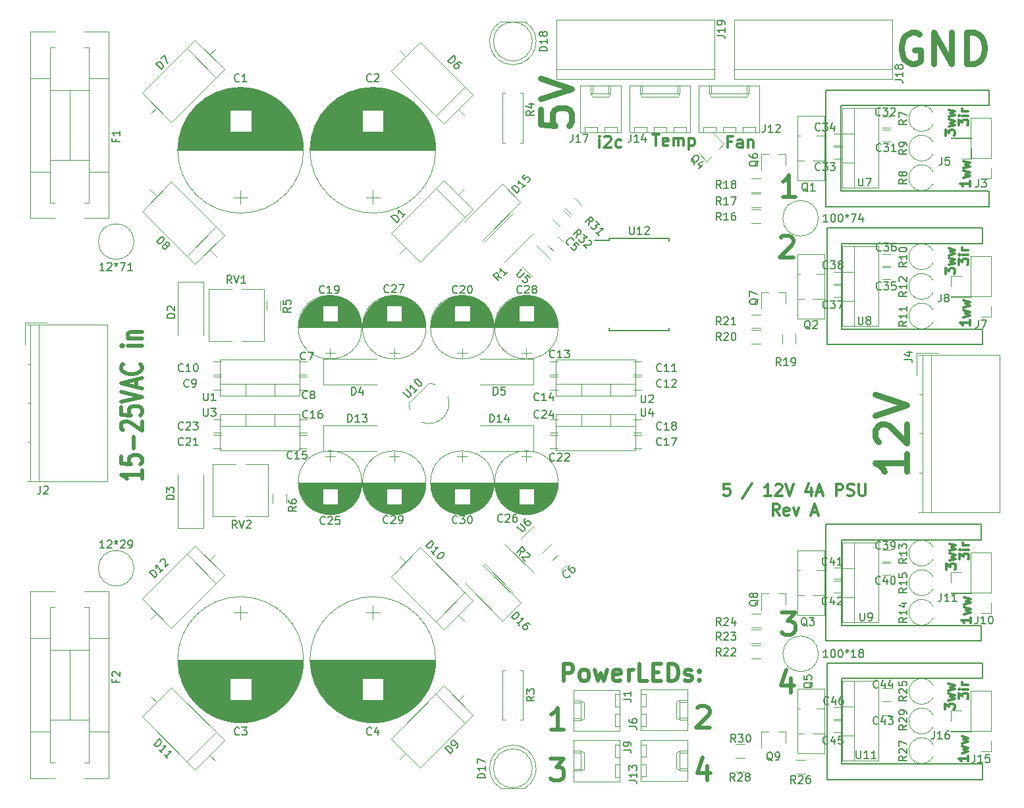
<source format=gbr>
G04 #@! TF.FileFunction,Legend,Top*
%FSLAX46Y46*%
G04 Gerber Fmt 4.6, Leading zero omitted, Abs format (unit mm)*
G04 Created by KiCad (PCBNEW 4.0.7) date 02/11/18 01:39:45*
%MOMM*%
%LPD*%
G01*
G04 APERTURE LIST*
%ADD10C,0.100000*%
%ADD11C,0.500000*%
%ADD12C,0.300000*%
%ADD13C,0.800000*%
%ADD14C,0.120000*%
%ADD15C,0.150000*%
G04 APERTURE END LIST*
D10*
D11*
X138783334Y-130150000D02*
X138783334Y-132016667D01*
X138116667Y-129083333D02*
X137450000Y-131083333D01*
X139183334Y-131083333D01*
X137566667Y-121716667D02*
X139300000Y-121716667D01*
X138366667Y-122783333D01*
X138766667Y-122783333D01*
X139033334Y-122916667D01*
X139166667Y-123050000D01*
X139300000Y-123316667D01*
X139300000Y-123983333D01*
X139166667Y-124250000D01*
X139033334Y-124383333D01*
X138766667Y-124516667D01*
X137966667Y-124516667D01*
X137700000Y-124383333D01*
X137566667Y-124250000D01*
X137450000Y-73483333D02*
X137583334Y-73350000D01*
X137850000Y-73216667D01*
X138516667Y-73216667D01*
X138783334Y-73350000D01*
X138916667Y-73483333D01*
X139050000Y-73750000D01*
X139050000Y-74016667D01*
X138916667Y-74416667D01*
X137316667Y-76016667D01*
X139050000Y-76016667D01*
X139300000Y-68266667D02*
X137700000Y-68266667D01*
X138500000Y-68266667D02*
X138500000Y-65466667D01*
X138233334Y-65866667D01*
X137966667Y-66133333D01*
X137700000Y-66266667D01*
D12*
X130857145Y-105153571D02*
X130142859Y-105153571D01*
X130071430Y-105867857D01*
X130142859Y-105796429D01*
X130285716Y-105725000D01*
X130642859Y-105725000D01*
X130785716Y-105796429D01*
X130857145Y-105867857D01*
X130928573Y-106010714D01*
X130928573Y-106367857D01*
X130857145Y-106510714D01*
X130785716Y-106582143D01*
X130642859Y-106653571D01*
X130285716Y-106653571D01*
X130142859Y-106582143D01*
X130071430Y-106510714D01*
X133785715Y-105082143D02*
X132500001Y-107010714D01*
X136214287Y-106653571D02*
X135357144Y-106653571D01*
X135785716Y-106653571D02*
X135785716Y-105153571D01*
X135642859Y-105367857D01*
X135500001Y-105510714D01*
X135357144Y-105582143D01*
X136785715Y-105296429D02*
X136857144Y-105225000D01*
X137000001Y-105153571D01*
X137357144Y-105153571D01*
X137500001Y-105225000D01*
X137571430Y-105296429D01*
X137642858Y-105439286D01*
X137642858Y-105582143D01*
X137571430Y-105796429D01*
X136714287Y-106653571D01*
X137642858Y-106653571D01*
X138071429Y-105153571D02*
X138571429Y-106653571D01*
X139071429Y-105153571D01*
X141357143Y-105653571D02*
X141357143Y-106653571D01*
X141000000Y-105082143D02*
X140642857Y-106153571D01*
X141571429Y-106153571D01*
X142071428Y-106225000D02*
X142785714Y-106225000D01*
X141928571Y-106653571D02*
X142428571Y-105153571D01*
X142928571Y-106653571D01*
X144571428Y-106653571D02*
X144571428Y-105153571D01*
X145142856Y-105153571D01*
X145285714Y-105225000D01*
X145357142Y-105296429D01*
X145428571Y-105439286D01*
X145428571Y-105653571D01*
X145357142Y-105796429D01*
X145285714Y-105867857D01*
X145142856Y-105939286D01*
X144571428Y-105939286D01*
X145999999Y-106582143D02*
X146214285Y-106653571D01*
X146571428Y-106653571D01*
X146714285Y-106582143D01*
X146785714Y-106510714D01*
X146857142Y-106367857D01*
X146857142Y-106225000D01*
X146785714Y-106082143D01*
X146714285Y-106010714D01*
X146571428Y-105939286D01*
X146285714Y-105867857D01*
X146142856Y-105796429D01*
X146071428Y-105725000D01*
X145999999Y-105582143D01*
X145999999Y-105439286D01*
X146071428Y-105296429D01*
X146142856Y-105225000D01*
X146285714Y-105153571D01*
X146642856Y-105153571D01*
X146857142Y-105225000D01*
X147499999Y-105153571D02*
X147499999Y-106367857D01*
X147571427Y-106510714D01*
X147642856Y-106582143D01*
X147785713Y-106653571D01*
X148071427Y-106653571D01*
X148214285Y-106582143D01*
X148285713Y-106510714D01*
X148357142Y-106367857D01*
X148357142Y-105153571D01*
X137285715Y-109203571D02*
X136785715Y-108489286D01*
X136428572Y-109203571D02*
X136428572Y-107703571D01*
X137000000Y-107703571D01*
X137142858Y-107775000D01*
X137214286Y-107846429D01*
X137285715Y-107989286D01*
X137285715Y-108203571D01*
X137214286Y-108346429D01*
X137142858Y-108417857D01*
X137000000Y-108489286D01*
X136428572Y-108489286D01*
X138500000Y-109132143D02*
X138357143Y-109203571D01*
X138071429Y-109203571D01*
X137928572Y-109132143D01*
X137857143Y-108989286D01*
X137857143Y-108417857D01*
X137928572Y-108275000D01*
X138071429Y-108203571D01*
X138357143Y-108203571D01*
X138500000Y-108275000D01*
X138571429Y-108417857D01*
X138571429Y-108560714D01*
X137857143Y-108703571D01*
X139071429Y-108203571D02*
X139428572Y-109203571D01*
X139785714Y-108203571D01*
X141428571Y-108775000D02*
X142142857Y-108775000D01*
X141285714Y-109203571D02*
X141785714Y-107703571D01*
X142285714Y-109203571D01*
D11*
X55321429Y-103380952D02*
X55321429Y-104523810D01*
X55321429Y-103952381D02*
X52621429Y-103952381D01*
X53007143Y-104142857D01*
X53264286Y-104333333D01*
X53392857Y-104523810D01*
X52621429Y-101571429D02*
X52621429Y-102523810D01*
X53907143Y-102619048D01*
X53778571Y-102523810D01*
X53650000Y-102333333D01*
X53650000Y-101857143D01*
X53778571Y-101666667D01*
X53907143Y-101571429D01*
X54164286Y-101476190D01*
X54807143Y-101476190D01*
X55064286Y-101571429D01*
X55192857Y-101666667D01*
X55321429Y-101857143D01*
X55321429Y-102333333D01*
X55192857Y-102523810D01*
X55064286Y-102619048D01*
X54292857Y-100619048D02*
X54292857Y-99095238D01*
X52878571Y-98238096D02*
X52750000Y-98142858D01*
X52621429Y-97952381D01*
X52621429Y-97476191D01*
X52750000Y-97285715D01*
X52878571Y-97190477D01*
X53135714Y-97095238D01*
X53392857Y-97095238D01*
X53778571Y-97190477D01*
X55321429Y-98333334D01*
X55321429Y-97095238D01*
X52621429Y-95285715D02*
X52621429Y-96238096D01*
X53907143Y-96333334D01*
X53778571Y-96238096D01*
X53650000Y-96047619D01*
X53650000Y-95571429D01*
X53778571Y-95380953D01*
X53907143Y-95285715D01*
X54164286Y-95190476D01*
X54807143Y-95190476D01*
X55064286Y-95285715D01*
X55192857Y-95380953D01*
X55321429Y-95571429D01*
X55321429Y-96047619D01*
X55192857Y-96238096D01*
X55064286Y-96333334D01*
X52621429Y-94619048D02*
X55321429Y-93952381D01*
X52621429Y-93285714D01*
X54550000Y-92714286D02*
X54550000Y-91761905D01*
X55321429Y-92904762D02*
X52621429Y-92238095D01*
X55321429Y-91571428D01*
X55064286Y-89761904D02*
X55192857Y-89857142D01*
X55321429Y-90142857D01*
X55321429Y-90333333D01*
X55192857Y-90619047D01*
X54935714Y-90809523D01*
X54678571Y-90904762D01*
X54164286Y-91000000D01*
X53778571Y-91000000D01*
X53264286Y-90904762D01*
X53007143Y-90809523D01*
X52750000Y-90619047D01*
X52621429Y-90333333D01*
X52621429Y-90142857D01*
X52750000Y-89857142D01*
X52878571Y-89761904D01*
X55321429Y-87380952D02*
X53521429Y-87380952D01*
X52621429Y-87380952D02*
X52750000Y-87476190D01*
X52878571Y-87380952D01*
X52750000Y-87285713D01*
X52621429Y-87380952D01*
X52878571Y-87380952D01*
X53521429Y-86428571D02*
X55321429Y-86428571D01*
X53778571Y-86428571D02*
X53650000Y-86333332D01*
X53521429Y-86142856D01*
X53521429Y-85857142D01*
X53650000Y-85666666D01*
X53907143Y-85571428D01*
X55321429Y-85571428D01*
D12*
X131107143Y-61142857D02*
X130607143Y-61142857D01*
X130607143Y-61928571D02*
X130607143Y-60428571D01*
X131321429Y-60428571D01*
X132535714Y-61928571D02*
X132535714Y-61142857D01*
X132464285Y-61000000D01*
X132321428Y-60928571D01*
X132035714Y-60928571D01*
X131892857Y-61000000D01*
X132535714Y-61857143D02*
X132392857Y-61928571D01*
X132035714Y-61928571D01*
X131892857Y-61857143D01*
X131821428Y-61714286D01*
X131821428Y-61571429D01*
X131892857Y-61428571D01*
X132035714Y-61357143D01*
X132392857Y-61357143D01*
X132535714Y-61285714D01*
X133250000Y-60928571D02*
X133250000Y-61928571D01*
X133250000Y-61071429D02*
X133321428Y-61000000D01*
X133464286Y-60928571D01*
X133678571Y-60928571D01*
X133821428Y-61000000D01*
X133892857Y-61142857D01*
X133892857Y-61928571D01*
D11*
X128033334Y-141400000D02*
X128033334Y-143266667D01*
X127366667Y-140333333D02*
X126700000Y-142333333D01*
X128433334Y-142333333D01*
X107816667Y-140466667D02*
X109550000Y-140466667D01*
X108616667Y-141533333D01*
X109016667Y-141533333D01*
X109283334Y-141666667D01*
X109416667Y-141800000D01*
X109550000Y-142066667D01*
X109550000Y-142733333D01*
X109416667Y-143000000D01*
X109283334Y-143133333D01*
X109016667Y-143266667D01*
X108216667Y-143266667D01*
X107950000Y-143133333D01*
X107816667Y-143000000D01*
X126700000Y-133983333D02*
X126833334Y-133850000D01*
X127100000Y-133716667D01*
X127766667Y-133716667D01*
X128033334Y-133850000D01*
X128166667Y-133983333D01*
X128300000Y-134250000D01*
X128300000Y-134516667D01*
X128166667Y-134916667D01*
X126566667Y-136516667D01*
X128300000Y-136516667D01*
X109550000Y-136766667D02*
X107950000Y-136766667D01*
X108750000Y-136766667D02*
X108750000Y-133966667D01*
X108483334Y-134366667D01*
X108216667Y-134633333D01*
X107950000Y-134766667D01*
D12*
X121000000Y-60178571D02*
X121857143Y-60178571D01*
X121428572Y-61678571D02*
X121428572Y-60178571D01*
X122928571Y-61607143D02*
X122785714Y-61678571D01*
X122500000Y-61678571D01*
X122357143Y-61607143D01*
X122285714Y-61464286D01*
X122285714Y-60892857D01*
X122357143Y-60750000D01*
X122500000Y-60678571D01*
X122785714Y-60678571D01*
X122928571Y-60750000D01*
X123000000Y-60892857D01*
X123000000Y-61035714D01*
X122285714Y-61178571D01*
X123642857Y-61678571D02*
X123642857Y-60678571D01*
X123642857Y-60821429D02*
X123714285Y-60750000D01*
X123857143Y-60678571D01*
X124071428Y-60678571D01*
X124214285Y-60750000D01*
X124285714Y-60892857D01*
X124285714Y-61678571D01*
X124285714Y-60892857D02*
X124357143Y-60750000D01*
X124500000Y-60678571D01*
X124714285Y-60678571D01*
X124857143Y-60750000D01*
X124928571Y-60892857D01*
X124928571Y-61678571D01*
X125642857Y-60678571D02*
X125642857Y-62178571D01*
X125642857Y-60750000D02*
X125785714Y-60678571D01*
X126071428Y-60678571D01*
X126214285Y-60750000D01*
X126285714Y-60821429D01*
X126357143Y-60964286D01*
X126357143Y-61392857D01*
X126285714Y-61535714D01*
X126214285Y-61607143D01*
X126071428Y-61678571D01*
X125785714Y-61678571D01*
X125642857Y-61607143D01*
X114142858Y-61928571D02*
X114142858Y-60928571D01*
X114142858Y-60428571D02*
X114071429Y-60500000D01*
X114142858Y-60571429D01*
X114214286Y-60500000D01*
X114142858Y-60428571D01*
X114142858Y-60571429D01*
X114785715Y-60571429D02*
X114857144Y-60500000D01*
X115000001Y-60428571D01*
X115357144Y-60428571D01*
X115500001Y-60500000D01*
X115571430Y-60571429D01*
X115642858Y-60714286D01*
X115642858Y-60857143D01*
X115571430Y-61071429D01*
X114714287Y-61928571D01*
X115642858Y-61928571D01*
X116928572Y-61857143D02*
X116785715Y-61928571D01*
X116500001Y-61928571D01*
X116357143Y-61857143D01*
X116285715Y-61785714D01*
X116214286Y-61642857D01*
X116214286Y-61214286D01*
X116285715Y-61071429D01*
X116357143Y-61000000D01*
X116500001Y-60928571D01*
X116785715Y-60928571D01*
X116928572Y-61000000D01*
D11*
X109502382Y-130495238D02*
X109502382Y-128295238D01*
X110340477Y-128295238D01*
X110550001Y-128400000D01*
X110654762Y-128504762D01*
X110759524Y-128714286D01*
X110759524Y-129028571D01*
X110654762Y-129238095D01*
X110550001Y-129342857D01*
X110340477Y-129447619D01*
X109502382Y-129447619D01*
X112016667Y-130495238D02*
X111807143Y-130390476D01*
X111702382Y-130285714D01*
X111597620Y-130076190D01*
X111597620Y-129447619D01*
X111702382Y-129238095D01*
X111807143Y-129133333D01*
X112016667Y-129028571D01*
X112330953Y-129028571D01*
X112540477Y-129133333D01*
X112645239Y-129238095D01*
X112750001Y-129447619D01*
X112750001Y-130076190D01*
X112645239Y-130285714D01*
X112540477Y-130390476D01*
X112330953Y-130495238D01*
X112016667Y-130495238D01*
X113483334Y-129028571D02*
X113902381Y-130495238D01*
X114321429Y-129447619D01*
X114740477Y-130495238D01*
X115159524Y-129028571D01*
X116835715Y-130390476D02*
X116626191Y-130495238D01*
X116207143Y-130495238D01*
X115997620Y-130390476D01*
X115892858Y-130180952D01*
X115892858Y-129342857D01*
X115997620Y-129133333D01*
X116207143Y-129028571D01*
X116626191Y-129028571D01*
X116835715Y-129133333D01*
X116940477Y-129342857D01*
X116940477Y-129552381D01*
X115892858Y-129761905D01*
X117883334Y-130495238D02*
X117883334Y-129028571D01*
X117883334Y-129447619D02*
X117988095Y-129238095D01*
X118092857Y-129133333D01*
X118302381Y-129028571D01*
X118511905Y-129028571D01*
X120292858Y-130495238D02*
X119245239Y-130495238D01*
X119245239Y-128295238D01*
X121026191Y-129342857D02*
X121759524Y-129342857D01*
X122073810Y-130495238D02*
X121026191Y-130495238D01*
X121026191Y-128295238D01*
X122073810Y-128295238D01*
X123016667Y-130495238D02*
X123016667Y-128295238D01*
X123540476Y-128295238D01*
X123854762Y-128400000D01*
X124064286Y-128609524D01*
X124169047Y-128819048D01*
X124273809Y-129238095D01*
X124273809Y-129552381D01*
X124169047Y-129971429D01*
X124064286Y-130180952D01*
X123854762Y-130390476D01*
X123540476Y-130495238D01*
X123016667Y-130495238D01*
X125111905Y-130390476D02*
X125321428Y-130495238D01*
X125740476Y-130495238D01*
X125950000Y-130390476D01*
X126054762Y-130180952D01*
X126054762Y-130076190D01*
X125950000Y-129866667D01*
X125740476Y-129761905D01*
X125426190Y-129761905D01*
X125216667Y-129657143D01*
X125111905Y-129447619D01*
X125111905Y-129342857D01*
X125216667Y-129133333D01*
X125426190Y-129028571D01*
X125740476Y-129028571D01*
X125950000Y-129133333D01*
X126997619Y-130285714D02*
X127102380Y-130390476D01*
X126997619Y-130495238D01*
X126892857Y-130390476D01*
X126997619Y-130285714D01*
X126997619Y-130495238D01*
X126997619Y-129133333D02*
X127102380Y-129238095D01*
X126997619Y-129342857D01*
X126892857Y-129238095D01*
X126997619Y-129133333D01*
X126997619Y-129342857D01*
D13*
X153609524Y-101276190D02*
X153609524Y-103561904D01*
X153609524Y-102419047D02*
X149609524Y-102419047D01*
X150180952Y-102799999D01*
X150561905Y-103180952D01*
X150752381Y-103561904D01*
X149990476Y-99752380D02*
X149800000Y-99561904D01*
X149609524Y-99180952D01*
X149609524Y-98228571D01*
X149800000Y-97847618D01*
X149990476Y-97657142D01*
X150371429Y-97466666D01*
X150752381Y-97466666D01*
X151323810Y-97657142D01*
X153609524Y-99942856D01*
X153609524Y-97466666D01*
X149609524Y-96323809D02*
X153609524Y-94990475D01*
X149609524Y-93657142D01*
X155252381Y-47300000D02*
X154871429Y-47109524D01*
X154300000Y-47109524D01*
X153728572Y-47300000D01*
X153347619Y-47680952D01*
X153157143Y-48061905D01*
X152966667Y-48823810D01*
X152966667Y-49395238D01*
X153157143Y-50157143D01*
X153347619Y-50538095D01*
X153728572Y-50919048D01*
X154300000Y-51109524D01*
X154680952Y-51109524D01*
X155252381Y-50919048D01*
X155442857Y-50728571D01*
X155442857Y-49395238D01*
X154680952Y-49395238D01*
X157157143Y-51109524D02*
X157157143Y-47109524D01*
X159442857Y-51109524D01*
X159442857Y-47109524D01*
X161347619Y-51109524D02*
X161347619Y-47109524D01*
X162300000Y-47109524D01*
X162871428Y-47300000D01*
X163252381Y-47680952D01*
X163442857Y-48061905D01*
X163633333Y-48823810D01*
X163633333Y-49395238D01*
X163442857Y-50157143D01*
X163252381Y-50538095D01*
X162871428Y-50919048D01*
X162300000Y-51109524D01*
X161347619Y-51109524D01*
X106559524Y-57011904D02*
X106559524Y-58916666D01*
X108464286Y-59107142D01*
X108273810Y-58916666D01*
X108083333Y-58535714D01*
X108083333Y-57583333D01*
X108273810Y-57202380D01*
X108464286Y-57011904D01*
X108845238Y-56821428D01*
X109797619Y-56821428D01*
X110178571Y-57011904D01*
X110369048Y-57202380D01*
X110559524Y-57583333D01*
X110559524Y-58535714D01*
X110369048Y-58916666D01*
X110178571Y-59107142D01*
X106559524Y-55678571D02*
X110559524Y-54345237D01*
X106559524Y-53011904D01*
D12*
X160342857Y-132807142D02*
X160342857Y-132064285D01*
X160800000Y-132464285D01*
X160800000Y-132292857D01*
X160857143Y-132178571D01*
X160914286Y-132121428D01*
X161028571Y-132064285D01*
X161314286Y-132064285D01*
X161428571Y-132121428D01*
X161485714Y-132178571D01*
X161542857Y-132292857D01*
X161542857Y-132635714D01*
X161485714Y-132750000D01*
X161428571Y-132807142D01*
X161542857Y-131550000D02*
X160742857Y-131550000D01*
X160342857Y-131550000D02*
X160400000Y-131607143D01*
X160457143Y-131550000D01*
X160400000Y-131492857D01*
X160342857Y-131550000D01*
X160457143Y-131550000D01*
X161542857Y-130978571D02*
X160742857Y-130978571D01*
X160971429Y-130978571D02*
X160857143Y-130921428D01*
X160800000Y-130864285D01*
X160742857Y-130749999D01*
X160742857Y-130635714D01*
X158592857Y-134157142D02*
X158592857Y-133414285D01*
X159050000Y-133814285D01*
X159050000Y-133642857D01*
X159107143Y-133528571D01*
X159164286Y-133471428D01*
X159278571Y-133414285D01*
X159564286Y-133414285D01*
X159678571Y-133471428D01*
X159735714Y-133528571D01*
X159792857Y-133642857D01*
X159792857Y-133985714D01*
X159735714Y-134100000D01*
X159678571Y-134157142D01*
X158992857Y-133014285D02*
X159792857Y-132785714D01*
X159221429Y-132557143D01*
X159792857Y-132328571D01*
X158992857Y-132100000D01*
X158992857Y-131757142D02*
X159792857Y-131528571D01*
X159221429Y-131300000D01*
X159792857Y-131071428D01*
X158992857Y-130842857D01*
X161542857Y-140164285D02*
X161542857Y-140850000D01*
X161542857Y-140507142D02*
X160342857Y-140507142D01*
X160514286Y-140621428D01*
X160628571Y-140735714D01*
X160685714Y-140850000D01*
X160742857Y-139764285D02*
X161542857Y-139535714D01*
X160971429Y-139307143D01*
X161542857Y-139078571D01*
X160742857Y-138850000D01*
X160742857Y-138507142D02*
X161542857Y-138278571D01*
X160971429Y-138050000D01*
X161542857Y-137821428D01*
X160742857Y-137592857D01*
X160442857Y-114857142D02*
X160442857Y-114114285D01*
X160900000Y-114514285D01*
X160900000Y-114342857D01*
X160957143Y-114228571D01*
X161014286Y-114171428D01*
X161128571Y-114114285D01*
X161414286Y-114114285D01*
X161528571Y-114171428D01*
X161585714Y-114228571D01*
X161642857Y-114342857D01*
X161642857Y-114685714D01*
X161585714Y-114800000D01*
X161528571Y-114857142D01*
X161642857Y-113600000D02*
X160842857Y-113600000D01*
X160442857Y-113600000D02*
X160500000Y-113657143D01*
X160557143Y-113600000D01*
X160500000Y-113542857D01*
X160442857Y-113600000D01*
X160557143Y-113600000D01*
X161642857Y-113028571D02*
X160842857Y-113028571D01*
X161071429Y-113028571D02*
X160957143Y-112971428D01*
X160900000Y-112914285D01*
X160842857Y-112799999D01*
X160842857Y-112685714D01*
X158742857Y-116157142D02*
X158742857Y-115414285D01*
X159200000Y-115814285D01*
X159200000Y-115642857D01*
X159257143Y-115528571D01*
X159314286Y-115471428D01*
X159428571Y-115414285D01*
X159714286Y-115414285D01*
X159828571Y-115471428D01*
X159885714Y-115528571D01*
X159942857Y-115642857D01*
X159942857Y-115985714D01*
X159885714Y-116100000D01*
X159828571Y-116157142D01*
X159142857Y-115014285D02*
X159942857Y-114785714D01*
X159371429Y-114557143D01*
X159942857Y-114328571D01*
X159142857Y-114100000D01*
X159142857Y-113757142D02*
X159942857Y-113528571D01*
X159371429Y-113300000D01*
X159942857Y-113071428D01*
X159142857Y-112842857D01*
X161842857Y-122314285D02*
X161842857Y-123000000D01*
X161842857Y-122657142D02*
X160642857Y-122657142D01*
X160814286Y-122771428D01*
X160928571Y-122885714D01*
X160985714Y-123000000D01*
X161042857Y-121914285D02*
X161842857Y-121685714D01*
X161271429Y-121457143D01*
X161842857Y-121228571D01*
X161042857Y-121000000D01*
X161042857Y-120657142D02*
X161842857Y-120428571D01*
X161271429Y-120200000D01*
X161842857Y-119971428D01*
X161042857Y-119742857D01*
X158642857Y-78157142D02*
X158642857Y-77414285D01*
X159100000Y-77814285D01*
X159100000Y-77642857D01*
X159157143Y-77528571D01*
X159214286Y-77471428D01*
X159328571Y-77414285D01*
X159614286Y-77414285D01*
X159728571Y-77471428D01*
X159785714Y-77528571D01*
X159842857Y-77642857D01*
X159842857Y-77985714D01*
X159785714Y-78100000D01*
X159728571Y-78157142D01*
X159042857Y-77014285D02*
X159842857Y-76785714D01*
X159271429Y-76557143D01*
X159842857Y-76328571D01*
X159042857Y-76100000D01*
X159042857Y-75757142D02*
X159842857Y-75528571D01*
X159271429Y-75300000D01*
X159842857Y-75071428D01*
X159042857Y-74842857D01*
X160342857Y-76957142D02*
X160342857Y-76214285D01*
X160800000Y-76614285D01*
X160800000Y-76442857D01*
X160857143Y-76328571D01*
X160914286Y-76271428D01*
X161028571Y-76214285D01*
X161314286Y-76214285D01*
X161428571Y-76271428D01*
X161485714Y-76328571D01*
X161542857Y-76442857D01*
X161542857Y-76785714D01*
X161485714Y-76900000D01*
X161428571Y-76957142D01*
X161542857Y-75700000D02*
X160742857Y-75700000D01*
X160342857Y-75700000D02*
X160400000Y-75757143D01*
X160457143Y-75700000D01*
X160400000Y-75642857D01*
X160342857Y-75700000D01*
X160457143Y-75700000D01*
X161542857Y-75128571D02*
X160742857Y-75128571D01*
X160971429Y-75128571D02*
X160857143Y-75071428D01*
X160800000Y-75014285D01*
X160742857Y-74899999D01*
X160742857Y-74785714D01*
X161742857Y-84114285D02*
X161742857Y-84800000D01*
X161742857Y-84457142D02*
X160542857Y-84457142D01*
X160714286Y-84571428D01*
X160828571Y-84685714D01*
X160885714Y-84800000D01*
X160942857Y-83714285D02*
X161742857Y-83485714D01*
X161171429Y-83257143D01*
X161742857Y-83028571D01*
X160942857Y-82800000D01*
X160942857Y-82457142D02*
X161742857Y-82228571D01*
X161171429Y-82000000D01*
X161742857Y-81771428D01*
X160942857Y-81542857D01*
X161742857Y-66214285D02*
X161742857Y-66900000D01*
X161742857Y-66557142D02*
X160542857Y-66557142D01*
X160714286Y-66671428D01*
X160828571Y-66785714D01*
X160885714Y-66900000D01*
X160942857Y-65814285D02*
X161742857Y-65585714D01*
X161171429Y-65357143D01*
X161742857Y-65128571D01*
X160942857Y-64900000D01*
X160942857Y-64557142D02*
X161742857Y-64328571D01*
X161171429Y-64100000D01*
X161742857Y-63871428D01*
X160942857Y-63642857D01*
X160342857Y-59057142D02*
X160342857Y-58314285D01*
X160800000Y-58714285D01*
X160800000Y-58542857D01*
X160857143Y-58428571D01*
X160914286Y-58371428D01*
X161028571Y-58314285D01*
X161314286Y-58314285D01*
X161428571Y-58371428D01*
X161485714Y-58428571D01*
X161542857Y-58542857D01*
X161542857Y-58885714D01*
X161485714Y-59000000D01*
X161428571Y-59057142D01*
X161542857Y-57800000D02*
X160742857Y-57800000D01*
X160342857Y-57800000D02*
X160400000Y-57857143D01*
X160457143Y-57800000D01*
X160400000Y-57742857D01*
X160342857Y-57800000D01*
X160457143Y-57800000D01*
X161542857Y-57228571D02*
X160742857Y-57228571D01*
X160971429Y-57228571D02*
X160857143Y-57171428D01*
X160800000Y-57114285D01*
X160742857Y-56999999D01*
X160742857Y-56885714D01*
X158642857Y-60357142D02*
X158642857Y-59614285D01*
X159100000Y-60014285D01*
X159100000Y-59842857D01*
X159157143Y-59728571D01*
X159214286Y-59671428D01*
X159328571Y-59614285D01*
X159614286Y-59614285D01*
X159728571Y-59671428D01*
X159785714Y-59728571D01*
X159842857Y-59842857D01*
X159842857Y-60185714D01*
X159785714Y-60300000D01*
X159728571Y-60357142D01*
X159042857Y-59214285D02*
X159842857Y-58985714D01*
X159271429Y-58757143D01*
X159842857Y-58528571D01*
X159042857Y-58300000D01*
X159042857Y-57957142D02*
X159842857Y-57728571D01*
X159271429Y-57500000D01*
X159842857Y-57271428D01*
X159042857Y-57042857D01*
D14*
X108580000Y-45470000D02*
X108580000Y-53090000D01*
X128900000Y-53090000D02*
X128900000Y-45470000D01*
X128900000Y-51820000D02*
X108580000Y-51820000D01*
X108580000Y-45470000D02*
X128900000Y-45470000D01*
X108580000Y-53090000D02*
X128900000Y-53090000D01*
X144250000Y-135600000D02*
X145250000Y-135600000D01*
X145250000Y-133900000D02*
X144250000Y-133900000D01*
D15*
X145300000Y-141180000D02*
X145300000Y-130180000D01*
X163400000Y-141180000D02*
X145300000Y-141180000D01*
X163400000Y-130180000D02*
X145300000Y-130180000D01*
X163400000Y-128180000D02*
X163400000Y-130180000D01*
X163400000Y-143180000D02*
X163400000Y-141180000D01*
X143400000Y-128180000D02*
X163400000Y-128180000D01*
X143400000Y-143180000D02*
X163400000Y-143180000D01*
X143400000Y-143180000D02*
X143400000Y-128180000D01*
D14*
X145330000Y-140760000D02*
X145330000Y-130520000D01*
X149971000Y-140760000D02*
X149971000Y-130520000D01*
X145330000Y-140760000D02*
X149971000Y-140760000D01*
X145330000Y-130520000D02*
X149971000Y-130520000D01*
X146840000Y-140760000D02*
X146840000Y-130520000D01*
X145330000Y-137490000D02*
X146840000Y-137490000D01*
X145330000Y-133789000D02*
X146840000Y-133789000D01*
D15*
X145300000Y-85250000D02*
X145300000Y-74250000D01*
X163400000Y-85250000D02*
X145300000Y-85250000D01*
X163400000Y-74250000D02*
X145300000Y-74250000D01*
X163400000Y-72250000D02*
X163400000Y-74250000D01*
X163400000Y-87250000D02*
X163400000Y-85250000D01*
X143400000Y-72250000D02*
X163400000Y-72250000D01*
X143400000Y-87250000D02*
X163400000Y-87250000D01*
X143400000Y-87250000D02*
X143400000Y-72250000D01*
D14*
X145330000Y-84880000D02*
X145330000Y-74640000D01*
X149971000Y-84880000D02*
X149971000Y-74640000D01*
X145330000Y-84880000D02*
X149971000Y-84880000D01*
X145330000Y-74640000D02*
X149971000Y-74640000D01*
X146840000Y-84880000D02*
X146840000Y-74640000D01*
X145330000Y-81610000D02*
X146840000Y-81610000D01*
X145330000Y-77909000D02*
X146840000Y-77909000D01*
X156750000Y-88590000D02*
X156750000Y-108790000D01*
X155650000Y-88590000D02*
X155650000Y-108790000D01*
X155150000Y-88590000D02*
X165550000Y-88590000D01*
X165550000Y-88590000D02*
X165550000Y-108790000D01*
X165550000Y-108790000D02*
X155150000Y-108790000D01*
X155650000Y-93690000D02*
X155250000Y-93690000D01*
X155650000Y-98690000D02*
X155250000Y-98690000D01*
X155650000Y-103690000D02*
X155250000Y-103690000D01*
X157750000Y-88350000D02*
X154910000Y-88350000D01*
X154910000Y-88350000D02*
X154910000Y-91190000D01*
D15*
X145300000Y-123350000D02*
X145300000Y-112350000D01*
X163200000Y-123350000D02*
X145300000Y-123350000D01*
X163200000Y-112350000D02*
X145300000Y-112350000D01*
X163200000Y-110350000D02*
X163200000Y-112350000D01*
X143200000Y-110350000D02*
X163200000Y-110350000D01*
X163200000Y-125350000D02*
X163200000Y-123350000D01*
X143200000Y-125350000D02*
X163200000Y-125350000D01*
X143200000Y-125350000D02*
X143200000Y-110350000D01*
D14*
X145330000Y-122980000D02*
X145330000Y-112740000D01*
X149971000Y-122980000D02*
X149971000Y-112740000D01*
X145330000Y-122980000D02*
X149971000Y-122980000D01*
X145330000Y-112740000D02*
X149971000Y-112740000D01*
X146840000Y-122980000D02*
X146840000Y-112740000D01*
X145330000Y-119710000D02*
X146840000Y-119710000D01*
X145330000Y-116009000D02*
X146840000Y-116009000D01*
X65360000Y-96190000D02*
X75600000Y-96190000D01*
X65360000Y-100831000D02*
X75600000Y-100831000D01*
X65360000Y-96190000D02*
X65360000Y-100831000D01*
X75600000Y-96190000D02*
X75600000Y-100831000D01*
X65360000Y-97700000D02*
X75600000Y-97700000D01*
X68630000Y-96190000D02*
X68630000Y-97700000D01*
X72331000Y-96190000D02*
X72331000Y-97700000D01*
X75600000Y-93810000D02*
X65360000Y-93810000D01*
X75600000Y-89169000D02*
X65360000Y-89169000D01*
X75600000Y-93810000D02*
X75600000Y-89169000D01*
X65360000Y-93810000D02*
X65360000Y-89169000D01*
X75600000Y-92300000D02*
X65360000Y-92300000D01*
X72330000Y-93810000D02*
X72330000Y-92300000D01*
X68629000Y-93810000D02*
X68629000Y-92300000D01*
X108540000Y-96190000D02*
X118780000Y-96190000D01*
X108540000Y-100831000D02*
X118780000Y-100831000D01*
X108540000Y-96190000D02*
X108540000Y-100831000D01*
X118780000Y-96190000D02*
X118780000Y-100831000D01*
X108540000Y-97700000D02*
X118780000Y-97700000D01*
X111810000Y-96190000D02*
X111810000Y-97700000D01*
X115511000Y-96190000D02*
X115511000Y-97700000D01*
X118780000Y-93810000D02*
X108540000Y-93810000D01*
X118780000Y-89169000D02*
X108540000Y-89169000D01*
X118780000Y-93810000D02*
X118780000Y-89169000D01*
X108540000Y-93810000D02*
X108540000Y-89169000D01*
X118780000Y-92300000D02*
X108540000Y-92300000D01*
X115510000Y-93810000D02*
X115510000Y-92300000D01*
X111809000Y-93810000D02*
X111809000Y-92300000D01*
X109447990Y-69953482D02*
X110296518Y-70802010D01*
X109052010Y-72046518D02*
X108203482Y-71197990D01*
X110552010Y-70546518D02*
X109703482Y-69697990D01*
X110947990Y-68453482D02*
X111796518Y-69302010D01*
X116935000Y-59920000D02*
X116935000Y-53920000D01*
X116935000Y-53920000D02*
X111655000Y-53920000D01*
X111655000Y-53920000D02*
X111655000Y-59920000D01*
X111655000Y-59920000D02*
X116935000Y-59920000D01*
X115565000Y-53920000D02*
X115565000Y-54920000D01*
X115565000Y-54920000D02*
X113025000Y-54920000D01*
X113025000Y-54920000D02*
X113025000Y-53920000D01*
X115565000Y-54920000D02*
X115315000Y-55350000D01*
X115315000Y-55350000D02*
X113275000Y-55350000D01*
X113275000Y-55350000D02*
X113025000Y-54920000D01*
X115315000Y-53920000D02*
X115315000Y-54920000D01*
X113275000Y-53920000D02*
X113275000Y-54920000D01*
X116365000Y-59920000D02*
X116365000Y-59300000D01*
X116365000Y-59300000D02*
X114765000Y-59300000D01*
X114765000Y-59300000D02*
X114765000Y-59920000D01*
X113825000Y-59920000D02*
X113825000Y-59300000D01*
X113825000Y-59300000D02*
X112225000Y-59300000D01*
X112225000Y-59300000D02*
X112225000Y-59920000D01*
X92168593Y-92215111D02*
X89623009Y-94760696D01*
X93053459Y-92358668D02*
G75*
G03X92168593Y-92215111I-849510J-2437383D01*
G01*
X94647150Y-93906799D02*
G75*
G02X94042426Y-96634529I-2443201J-889252D01*
G01*
X91314696Y-97239252D02*
G75*
G03X94042426Y-96634529I889253J2443201D01*
G01*
X89766567Y-95645562D02*
G75*
G02X89623009Y-94760696I2437382J849511D01*
G01*
X157024828Y-136439422D02*
G75*
G02X157024510Y-134840000I-1454828J799422D01*
G01*
X157024828Y-140249422D02*
G75*
G02X157024510Y-138650000I-1454828J799422D01*
G01*
X157024828Y-132629422D02*
G75*
G02X157024510Y-131030000I-1454828J799422D01*
G01*
X157024828Y-118659422D02*
G75*
G02X157024510Y-117060000I-1454828J799422D01*
G01*
X157024828Y-122469422D02*
G75*
G02X157024510Y-120870000I-1454828J799422D01*
G01*
X157024828Y-114849422D02*
G75*
G02X157024510Y-113250000I-1454828J799422D01*
G01*
X157024828Y-80559422D02*
G75*
G02X157024510Y-78960000I-1454828J799422D01*
G01*
X157024828Y-84369422D02*
G75*
G02X157024510Y-82770000I-1454828J799422D01*
G01*
X157024828Y-76749422D02*
G75*
G02X157024510Y-75150000I-1454828J799422D01*
G01*
X157024828Y-62779422D02*
G75*
G02X157024510Y-61180000I-1454828J799422D01*
G01*
X157024828Y-66589422D02*
G75*
G02X157024510Y-64990000I-1454828J799422D01*
G01*
X157024828Y-58969422D02*
G75*
G02X157024510Y-57370000I-1454828J799422D01*
G01*
X143085000Y-131520000D02*
X143085000Y-139760000D01*
X139595000Y-131520000D02*
X139595000Y-139760000D01*
X143085000Y-131520000D02*
X139595000Y-131520000D01*
X143085000Y-139760000D02*
X139595000Y-139760000D01*
X143085000Y-134040000D02*
X142015000Y-134040000D01*
X139915000Y-134040000D02*
X139595000Y-134040000D01*
X143085000Y-137241000D02*
X141505000Y-137241000D01*
X140425000Y-137241000D02*
X139595000Y-137241000D01*
X127920172Y-63654630D02*
X128577782Y-62997021D01*
X130154630Y-61420172D02*
X129497021Y-62077782D01*
X130154630Y-61420172D02*
X128627279Y-59892822D01*
X127920172Y-63654630D02*
X126887797Y-62622254D01*
X143085000Y-113740000D02*
X143085000Y-121980000D01*
X139595000Y-113740000D02*
X139595000Y-121980000D01*
X143085000Y-113740000D02*
X139595000Y-113740000D01*
X143085000Y-121980000D02*
X139595000Y-121980000D01*
X143085000Y-116260000D02*
X142015000Y-116260000D01*
X139915000Y-116260000D02*
X139595000Y-116260000D01*
X143085000Y-119461000D02*
X141505000Y-119461000D01*
X140425000Y-119461000D02*
X139595000Y-119461000D01*
X143085000Y-75640000D02*
X143085000Y-83880000D01*
X139595000Y-75640000D02*
X139595000Y-83880000D01*
X143085000Y-75640000D02*
X139595000Y-75640000D01*
X143085000Y-83880000D02*
X139595000Y-83880000D01*
X143085000Y-78160000D02*
X142015000Y-78160000D01*
X139915000Y-78160000D02*
X139595000Y-78160000D01*
X143085000Y-81361000D02*
X141505000Y-81361000D01*
X140425000Y-81361000D02*
X139595000Y-81361000D01*
X143085000Y-57860000D02*
X143085000Y-66100000D01*
X139595000Y-57860000D02*
X139595000Y-66100000D01*
X143085000Y-57860000D02*
X139595000Y-57860000D01*
X143085000Y-66100000D02*
X139595000Y-66100000D01*
X143085000Y-60380000D02*
X142015000Y-60380000D01*
X139915000Y-60380000D02*
X139595000Y-60380000D01*
X143085000Y-63581000D02*
X141505000Y-63581000D01*
X140425000Y-63581000D02*
X139595000Y-63581000D01*
X159320000Y-136970000D02*
X161980000Y-136970000D01*
X159320000Y-136910000D02*
X159320000Y-136970000D01*
X161980000Y-136910000D02*
X161980000Y-136970000D01*
X159320000Y-136910000D02*
X161980000Y-136910000D01*
X159320000Y-135640000D02*
X159320000Y-134310000D01*
X159320000Y-134310000D02*
X160650000Y-134310000D01*
X164520000Y-131770000D02*
X161860000Y-131770000D01*
X164520000Y-136910000D02*
X164520000Y-131770000D01*
X161860000Y-136910000D02*
X161860000Y-131770000D01*
X164520000Y-136910000D02*
X161860000Y-136910000D01*
X164520000Y-138180000D02*
X164520000Y-139510000D01*
X164520000Y-139510000D02*
X163190000Y-139510000D01*
X125825000Y-59920000D02*
X125825000Y-53920000D01*
X125825000Y-53920000D02*
X118005000Y-53920000D01*
X118005000Y-53920000D02*
X118005000Y-59920000D01*
X118005000Y-59920000D02*
X125825000Y-59920000D01*
X124455000Y-53920000D02*
X124455000Y-54920000D01*
X124455000Y-54920000D02*
X119375000Y-54920000D01*
X119375000Y-54920000D02*
X119375000Y-53920000D01*
X124455000Y-54920000D02*
X124205000Y-55350000D01*
X124205000Y-55350000D02*
X119625000Y-55350000D01*
X119625000Y-55350000D02*
X119375000Y-54920000D01*
X124205000Y-53920000D02*
X124205000Y-54920000D01*
X119625000Y-53920000D02*
X119625000Y-54920000D01*
X125255000Y-59920000D02*
X125255000Y-59300000D01*
X125255000Y-59300000D02*
X123655000Y-59300000D01*
X123655000Y-59300000D02*
X123655000Y-59920000D01*
X122715000Y-59920000D02*
X122715000Y-59300000D01*
X122715000Y-59300000D02*
X121115000Y-59300000D01*
X121115000Y-59300000D02*
X121115000Y-59920000D01*
X120175000Y-59920000D02*
X120175000Y-59300000D01*
X120175000Y-59300000D02*
X118575000Y-59300000D01*
X118575000Y-59300000D02*
X118575000Y-59920000D01*
X119480000Y-143370000D02*
X125480000Y-143370000D01*
X125480000Y-143370000D02*
X125480000Y-138090000D01*
X125480000Y-138090000D02*
X119480000Y-138090000D01*
X119480000Y-138090000D02*
X119480000Y-143370000D01*
X125480000Y-142000000D02*
X124480000Y-142000000D01*
X124480000Y-142000000D02*
X124480000Y-139460000D01*
X124480000Y-139460000D02*
X125480000Y-139460000D01*
X124480000Y-142000000D02*
X124050000Y-141750000D01*
X124050000Y-141750000D02*
X124050000Y-139710000D01*
X124050000Y-139710000D02*
X124480000Y-139460000D01*
X125480000Y-141750000D02*
X124480000Y-141750000D01*
X125480000Y-139710000D02*
X124480000Y-139710000D01*
X119480000Y-142800000D02*
X120100000Y-142800000D01*
X120100000Y-142800000D02*
X120100000Y-141200000D01*
X120100000Y-141200000D02*
X119480000Y-141200000D01*
X119480000Y-140260000D02*
X120100000Y-140260000D01*
X120100000Y-140260000D02*
X120100000Y-138660000D01*
X120100000Y-138660000D02*
X119480000Y-138660000D01*
X159320000Y-119190000D02*
X161980000Y-119190000D01*
X159320000Y-119130000D02*
X159320000Y-119190000D01*
X161980000Y-119130000D02*
X161980000Y-119190000D01*
X159320000Y-119130000D02*
X161980000Y-119130000D01*
X159320000Y-117860000D02*
X159320000Y-116530000D01*
X159320000Y-116530000D02*
X160650000Y-116530000D01*
X164520000Y-113990000D02*
X161860000Y-113990000D01*
X164520000Y-119130000D02*
X164520000Y-113990000D01*
X161860000Y-119130000D02*
X161860000Y-113990000D01*
X164520000Y-119130000D02*
X161860000Y-119130000D01*
X164520000Y-120400000D02*
X164520000Y-121730000D01*
X164520000Y-121730000D02*
X163190000Y-121730000D01*
X116770000Y-138130000D02*
X110770000Y-138130000D01*
X110770000Y-138130000D02*
X110770000Y-143410000D01*
X110770000Y-143410000D02*
X116770000Y-143410000D01*
X116770000Y-143410000D02*
X116770000Y-138130000D01*
X110770000Y-139500000D02*
X111770000Y-139500000D01*
X111770000Y-139500000D02*
X111770000Y-142040000D01*
X111770000Y-142040000D02*
X110770000Y-142040000D01*
X111770000Y-139500000D02*
X112200000Y-139750000D01*
X112200000Y-139750000D02*
X112200000Y-141790000D01*
X112200000Y-141790000D02*
X111770000Y-142040000D01*
X110770000Y-139750000D02*
X111770000Y-139750000D01*
X110770000Y-141790000D02*
X111770000Y-141790000D01*
X116770000Y-138700000D02*
X116150000Y-138700000D01*
X116150000Y-138700000D02*
X116150000Y-140300000D01*
X116150000Y-140300000D02*
X116770000Y-140300000D01*
X116770000Y-141240000D02*
X116150000Y-141240000D01*
X116150000Y-141240000D02*
X116150000Y-142840000D01*
X116150000Y-142840000D02*
X116770000Y-142840000D01*
X159320000Y-81090000D02*
X161980000Y-81090000D01*
X159320000Y-81030000D02*
X159320000Y-81090000D01*
X161980000Y-81030000D02*
X161980000Y-81090000D01*
X159320000Y-81030000D02*
X161980000Y-81030000D01*
X159320000Y-79760000D02*
X159320000Y-78430000D01*
X159320000Y-78430000D02*
X160650000Y-78430000D01*
X164520000Y-75890000D02*
X161860000Y-75890000D01*
X164520000Y-81030000D02*
X164520000Y-75890000D01*
X161860000Y-81030000D02*
X161860000Y-75890000D01*
X164520000Y-81030000D02*
X161860000Y-81030000D01*
X164520000Y-82300000D02*
X164520000Y-83630000D01*
X164520000Y-83630000D02*
X163190000Y-83630000D01*
X119480000Y-136870000D02*
X125480000Y-136870000D01*
X125480000Y-136870000D02*
X125480000Y-131590000D01*
X125480000Y-131590000D02*
X119480000Y-131590000D01*
X119480000Y-131590000D02*
X119480000Y-136870000D01*
X125480000Y-135500000D02*
X124480000Y-135500000D01*
X124480000Y-135500000D02*
X124480000Y-132960000D01*
X124480000Y-132960000D02*
X125480000Y-132960000D01*
X124480000Y-135500000D02*
X124050000Y-135250000D01*
X124050000Y-135250000D02*
X124050000Y-133210000D01*
X124050000Y-133210000D02*
X124480000Y-132960000D01*
X125480000Y-135250000D02*
X124480000Y-135250000D01*
X125480000Y-133210000D02*
X124480000Y-133210000D01*
X119480000Y-136300000D02*
X120100000Y-136300000D01*
X120100000Y-136300000D02*
X120100000Y-134700000D01*
X120100000Y-134700000D02*
X119480000Y-134700000D01*
X119480000Y-133760000D02*
X120100000Y-133760000D01*
X120100000Y-133760000D02*
X120100000Y-132160000D01*
X120100000Y-132160000D02*
X119480000Y-132160000D01*
X161980000Y-60650000D02*
X159320000Y-60650000D01*
X161980000Y-60710000D02*
X161980000Y-60650000D01*
X159320000Y-60710000D02*
X159320000Y-60650000D01*
X161980000Y-60710000D02*
X159320000Y-60710000D01*
X161980000Y-61980000D02*
X161980000Y-63310000D01*
X161980000Y-63310000D02*
X160650000Y-63310000D01*
X164520000Y-58110000D02*
X161860000Y-58110000D01*
X164520000Y-63250000D02*
X164520000Y-58110000D01*
X161860000Y-63250000D02*
X161860000Y-58110000D01*
X164520000Y-63250000D02*
X161860000Y-63250000D01*
X164520000Y-64520000D02*
X164520000Y-65850000D01*
X164520000Y-65850000D02*
X163190000Y-65850000D01*
X42100000Y-84650000D02*
X42100000Y-104850000D01*
X41000000Y-84650000D02*
X41000000Y-104850000D01*
X40500000Y-84650000D02*
X50900000Y-84650000D01*
X50900000Y-84650000D02*
X50900000Y-104850000D01*
X50900000Y-104850000D02*
X40500000Y-104850000D01*
X41000000Y-89750000D02*
X40600000Y-89750000D01*
X41000000Y-94750000D02*
X40600000Y-94750000D01*
X41000000Y-99750000D02*
X40600000Y-99750000D01*
X43100000Y-84410000D02*
X40260000Y-84410000D01*
X40260000Y-84410000D02*
X40260000Y-87250000D01*
X116770000Y-131630000D02*
X110770000Y-131630000D01*
X110770000Y-131630000D02*
X110770000Y-136910000D01*
X110770000Y-136910000D02*
X116770000Y-136910000D01*
X116770000Y-136910000D02*
X116770000Y-131630000D01*
X110770000Y-133000000D02*
X111770000Y-133000000D01*
X111770000Y-133000000D02*
X111770000Y-135540000D01*
X111770000Y-135540000D02*
X110770000Y-135540000D01*
X111770000Y-133000000D02*
X112200000Y-133250000D01*
X112200000Y-133250000D02*
X112200000Y-135290000D01*
X112200000Y-135290000D02*
X111770000Y-135540000D01*
X110770000Y-133250000D02*
X111770000Y-133250000D01*
X110770000Y-135290000D02*
X111770000Y-135290000D01*
X116770000Y-132200000D02*
X116150000Y-132200000D01*
X116150000Y-132200000D02*
X116150000Y-133800000D01*
X116150000Y-133800000D02*
X116770000Y-133800000D01*
X116770000Y-134740000D02*
X116150000Y-134740000D01*
X116150000Y-134740000D02*
X116150000Y-136340000D01*
X116150000Y-136340000D02*
X116770000Y-136340000D01*
X144250000Y-137100000D02*
X145250000Y-137100000D01*
X145250000Y-135400000D02*
X144250000Y-135400000D01*
X151500000Y-131400000D02*
X150500000Y-131400000D01*
X150500000Y-133100000D02*
X151500000Y-133100000D01*
X151500000Y-133150000D02*
X150500000Y-133150000D01*
X150500000Y-134850000D02*
X151500000Y-134850000D01*
X144250000Y-119100000D02*
X145250000Y-119100000D01*
X145250000Y-117400000D02*
X144250000Y-117400000D01*
X144250000Y-117600000D02*
X145250000Y-117600000D01*
X145250000Y-115900000D02*
X144250000Y-115900000D01*
X151500000Y-115150000D02*
X150500000Y-115150000D01*
X150500000Y-116850000D02*
X151500000Y-116850000D01*
X151500000Y-113650000D02*
X150500000Y-113650000D01*
X150500000Y-115350000D02*
X151500000Y-115350000D01*
X144250000Y-79600000D02*
X145250000Y-79600000D01*
X145250000Y-77900000D02*
X144250000Y-77900000D01*
X144250000Y-81100000D02*
X145250000Y-81100000D01*
X145250000Y-79400000D02*
X144250000Y-79400000D01*
X151500000Y-75650000D02*
X150500000Y-75650000D01*
X150500000Y-77350000D02*
X151500000Y-77350000D01*
X151500000Y-77150000D02*
X150500000Y-77150000D01*
X150500000Y-78850000D02*
X151500000Y-78850000D01*
X144250000Y-61850000D02*
X145250000Y-61850000D01*
X145250000Y-60150000D02*
X144250000Y-60150000D01*
X144250000Y-63350000D02*
X145250000Y-63350000D01*
X145250000Y-61650000D02*
X144250000Y-61650000D01*
X151500000Y-57900000D02*
X150500000Y-57900000D01*
X150500000Y-59600000D02*
X151500000Y-59600000D01*
X151500000Y-59400000D02*
X150500000Y-59400000D01*
X150500000Y-61100000D02*
X151500000Y-61100000D01*
X62139197Y-76908076D02*
X65908076Y-73139197D01*
X65908076Y-73139197D02*
X59084496Y-66315617D01*
X59084496Y-66315617D02*
X55315617Y-70084496D01*
X55315617Y-70084496D02*
X62139197Y-76908076D01*
X64953482Y-75953482D02*
X64023637Y-75023637D01*
X56270211Y-67270211D02*
X57200056Y-68200056D01*
X61085961Y-75854841D02*
X64854841Y-72085961D01*
X100590000Y-105000000D02*
G75*
G03X100590000Y-105000000I-4090000J0D01*
G01*
X100550000Y-105000000D02*
X92450000Y-105000000D01*
X100550000Y-105040000D02*
X92450000Y-105040000D01*
X100550000Y-105080000D02*
X92450000Y-105080000D01*
X100549000Y-105120000D02*
X92451000Y-105120000D01*
X100547000Y-105160000D02*
X92453000Y-105160000D01*
X100546000Y-105200000D02*
X92454000Y-105200000D01*
X100543000Y-105240000D02*
X92457000Y-105240000D01*
X100541000Y-105280000D02*
X92459000Y-105280000D01*
X100538000Y-105320000D02*
X92462000Y-105320000D01*
X100535000Y-105360000D02*
X92465000Y-105360000D01*
X100531000Y-105400000D02*
X92469000Y-105400000D01*
X100527000Y-105440000D02*
X92473000Y-105440000D01*
X100522000Y-105480000D02*
X92478000Y-105480000D01*
X100517000Y-105520000D02*
X92483000Y-105520000D01*
X100512000Y-105560000D02*
X92488000Y-105560000D01*
X100506000Y-105600000D02*
X92494000Y-105600000D01*
X100500000Y-105640000D02*
X92500000Y-105640000D01*
X100494000Y-105680000D02*
X92506000Y-105680000D01*
X100487000Y-105721000D02*
X92513000Y-105721000D01*
X100479000Y-105761000D02*
X92521000Y-105761000D01*
X100471000Y-105801000D02*
X97480000Y-105801000D01*
X95520000Y-105801000D02*
X92529000Y-105801000D01*
X100463000Y-105841000D02*
X97480000Y-105841000D01*
X95520000Y-105841000D02*
X92537000Y-105841000D01*
X100455000Y-105881000D02*
X97480000Y-105881000D01*
X95520000Y-105881000D02*
X92545000Y-105881000D01*
X100446000Y-105921000D02*
X97480000Y-105921000D01*
X95520000Y-105921000D02*
X92554000Y-105921000D01*
X100436000Y-105961000D02*
X97480000Y-105961000D01*
X95520000Y-105961000D02*
X92564000Y-105961000D01*
X100426000Y-106001000D02*
X97480000Y-106001000D01*
X95520000Y-106001000D02*
X92574000Y-106001000D01*
X100416000Y-106041000D02*
X97480000Y-106041000D01*
X95520000Y-106041000D02*
X92584000Y-106041000D01*
X100405000Y-106081000D02*
X97480000Y-106081000D01*
X95520000Y-106081000D02*
X92595000Y-106081000D01*
X100394000Y-106121000D02*
X97480000Y-106121000D01*
X95520000Y-106121000D02*
X92606000Y-106121000D01*
X100383000Y-106161000D02*
X97480000Y-106161000D01*
X95520000Y-106161000D02*
X92617000Y-106161000D01*
X100370000Y-106201000D02*
X97480000Y-106201000D01*
X95520000Y-106201000D02*
X92630000Y-106201000D01*
X100358000Y-106241000D02*
X97480000Y-106241000D01*
X95520000Y-106241000D02*
X92642000Y-106241000D01*
X100345000Y-106281000D02*
X97480000Y-106281000D01*
X95520000Y-106281000D02*
X92655000Y-106281000D01*
X100332000Y-106321000D02*
X97480000Y-106321000D01*
X95520000Y-106321000D02*
X92668000Y-106321000D01*
X100318000Y-106361000D02*
X97480000Y-106361000D01*
X95520000Y-106361000D02*
X92682000Y-106361000D01*
X100303000Y-106401000D02*
X97480000Y-106401000D01*
X95520000Y-106401000D02*
X92697000Y-106401000D01*
X100289000Y-106441000D02*
X97480000Y-106441000D01*
X95520000Y-106441000D02*
X92711000Y-106441000D01*
X100273000Y-106481000D02*
X97480000Y-106481000D01*
X95520000Y-106481000D02*
X92727000Y-106481000D01*
X100258000Y-106521000D02*
X97480000Y-106521000D01*
X95520000Y-106521000D02*
X92742000Y-106521000D01*
X100241000Y-106561000D02*
X97480000Y-106561000D01*
X95520000Y-106561000D02*
X92759000Y-106561000D01*
X100225000Y-106601000D02*
X97480000Y-106601000D01*
X95520000Y-106601000D02*
X92775000Y-106601000D01*
X100207000Y-106641000D02*
X97480000Y-106641000D01*
X95520000Y-106641000D02*
X92793000Y-106641000D01*
X100190000Y-106681000D02*
X97480000Y-106681000D01*
X95520000Y-106681000D02*
X92810000Y-106681000D01*
X100171000Y-106721000D02*
X97480000Y-106721000D01*
X95520000Y-106721000D02*
X92829000Y-106721000D01*
X100152000Y-106761000D02*
X97480000Y-106761000D01*
X95520000Y-106761000D02*
X92848000Y-106761000D01*
X100133000Y-106801000D02*
X97480000Y-106801000D01*
X95520000Y-106801000D02*
X92867000Y-106801000D01*
X100113000Y-106841000D02*
X97480000Y-106841000D01*
X95520000Y-106841000D02*
X92887000Y-106841000D01*
X100093000Y-106881000D02*
X97480000Y-106881000D01*
X95520000Y-106881000D02*
X92907000Y-106881000D01*
X100072000Y-106921000D02*
X97480000Y-106921000D01*
X95520000Y-106921000D02*
X92928000Y-106921000D01*
X100050000Y-106961000D02*
X97480000Y-106961000D01*
X95520000Y-106961000D02*
X92950000Y-106961000D01*
X100028000Y-107001000D02*
X97480000Y-107001000D01*
X95520000Y-107001000D02*
X92972000Y-107001000D01*
X100005000Y-107041000D02*
X97480000Y-107041000D01*
X95520000Y-107041000D02*
X92995000Y-107041000D01*
X99982000Y-107081000D02*
X97480000Y-107081000D01*
X95520000Y-107081000D02*
X93018000Y-107081000D01*
X99958000Y-107121000D02*
X97480000Y-107121000D01*
X95520000Y-107121000D02*
X93042000Y-107121000D01*
X99934000Y-107161000D02*
X97480000Y-107161000D01*
X95520000Y-107161000D02*
X93066000Y-107161000D01*
X99908000Y-107201000D02*
X97480000Y-107201000D01*
X95520000Y-107201000D02*
X93092000Y-107201000D01*
X99883000Y-107241000D02*
X97480000Y-107241000D01*
X95520000Y-107241000D02*
X93117000Y-107241000D01*
X99856000Y-107281000D02*
X97480000Y-107281000D01*
X95520000Y-107281000D02*
X93144000Y-107281000D01*
X99829000Y-107321000D02*
X97480000Y-107321000D01*
X95520000Y-107321000D02*
X93171000Y-107321000D01*
X99801000Y-107361000D02*
X97480000Y-107361000D01*
X95520000Y-107361000D02*
X93199000Y-107361000D01*
X99772000Y-107401000D02*
X97480000Y-107401000D01*
X95520000Y-107401000D02*
X93228000Y-107401000D01*
X99743000Y-107441000D02*
X97480000Y-107441000D01*
X95520000Y-107441000D02*
X93257000Y-107441000D01*
X99713000Y-107481000D02*
X97480000Y-107481000D01*
X95520000Y-107481000D02*
X93287000Y-107481000D01*
X99682000Y-107521000D02*
X97480000Y-107521000D01*
X95520000Y-107521000D02*
X93318000Y-107521000D01*
X99650000Y-107561000D02*
X97480000Y-107561000D01*
X95520000Y-107561000D02*
X93350000Y-107561000D01*
X99618000Y-107601000D02*
X97480000Y-107601000D01*
X95520000Y-107601000D02*
X93382000Y-107601000D01*
X99584000Y-107641000D02*
X97480000Y-107641000D01*
X95520000Y-107641000D02*
X93416000Y-107641000D01*
X99550000Y-107681000D02*
X97480000Y-107681000D01*
X95520000Y-107681000D02*
X93450000Y-107681000D01*
X99515000Y-107721000D02*
X97480000Y-107721000D01*
X95520000Y-107721000D02*
X93485000Y-107721000D01*
X99479000Y-107761000D02*
X93521000Y-107761000D01*
X99442000Y-107801000D02*
X93558000Y-107801000D01*
X99404000Y-107841000D02*
X93596000Y-107841000D01*
X99365000Y-107881000D02*
X93635000Y-107881000D01*
X99324000Y-107921000D02*
X93676000Y-107921000D01*
X99283000Y-107961000D02*
X93717000Y-107961000D01*
X99240000Y-108001000D02*
X93760000Y-108001000D01*
X99197000Y-108041000D02*
X93803000Y-108041000D01*
X99152000Y-108081000D02*
X93848000Y-108081000D01*
X99105000Y-108121000D02*
X93895000Y-108121000D01*
X99057000Y-108161000D02*
X93943000Y-108161000D01*
X99008000Y-108201000D02*
X93992000Y-108201000D01*
X98957000Y-108241000D02*
X94043000Y-108241000D01*
X98904000Y-108281000D02*
X94096000Y-108281000D01*
X98849000Y-108321000D02*
X94151000Y-108321000D01*
X98793000Y-108361000D02*
X94207000Y-108361000D01*
X98734000Y-108401000D02*
X94266000Y-108401000D01*
X98673000Y-108441000D02*
X94327000Y-108441000D01*
X98609000Y-108481000D02*
X94391000Y-108481000D01*
X98543000Y-108521000D02*
X94457000Y-108521000D01*
X98474000Y-108561000D02*
X94526000Y-108561000D01*
X98402000Y-108601000D02*
X94598000Y-108601000D01*
X98326000Y-108641000D02*
X94674000Y-108641000D01*
X98245000Y-108681000D02*
X94755000Y-108681000D01*
X98160000Y-108721000D02*
X94840000Y-108721000D01*
X98070000Y-108761000D02*
X94930000Y-108761000D01*
X97973000Y-108801000D02*
X95027000Y-108801000D01*
X97869000Y-108841000D02*
X95131000Y-108841000D01*
X97754000Y-108881000D02*
X95246000Y-108881000D01*
X97627000Y-108921000D02*
X95373000Y-108921000D01*
X97483000Y-108961000D02*
X95517000Y-108961000D01*
X97314000Y-109001000D02*
X95686000Y-109001000D01*
X97098000Y-109041000D02*
X95902000Y-109041000D01*
X96746000Y-109081000D02*
X96254000Y-109081000D01*
X96500000Y-101050000D02*
X96500000Y-102250000D01*
X97150000Y-101650000D02*
X95850000Y-101650000D01*
X91840000Y-105000000D02*
G75*
G03X91840000Y-105000000I-4090000J0D01*
G01*
X91800000Y-105000000D02*
X83700000Y-105000000D01*
X91800000Y-105040000D02*
X83700000Y-105040000D01*
X91800000Y-105080000D02*
X83700000Y-105080000D01*
X91799000Y-105120000D02*
X83701000Y-105120000D01*
X91797000Y-105160000D02*
X83703000Y-105160000D01*
X91796000Y-105200000D02*
X83704000Y-105200000D01*
X91793000Y-105240000D02*
X83707000Y-105240000D01*
X91791000Y-105280000D02*
X83709000Y-105280000D01*
X91788000Y-105320000D02*
X83712000Y-105320000D01*
X91785000Y-105360000D02*
X83715000Y-105360000D01*
X91781000Y-105400000D02*
X83719000Y-105400000D01*
X91777000Y-105440000D02*
X83723000Y-105440000D01*
X91772000Y-105480000D02*
X83728000Y-105480000D01*
X91767000Y-105520000D02*
X83733000Y-105520000D01*
X91762000Y-105560000D02*
X83738000Y-105560000D01*
X91756000Y-105600000D02*
X83744000Y-105600000D01*
X91750000Y-105640000D02*
X83750000Y-105640000D01*
X91744000Y-105680000D02*
X83756000Y-105680000D01*
X91737000Y-105721000D02*
X83763000Y-105721000D01*
X91729000Y-105761000D02*
X83771000Y-105761000D01*
X91721000Y-105801000D02*
X88730000Y-105801000D01*
X86770000Y-105801000D02*
X83779000Y-105801000D01*
X91713000Y-105841000D02*
X88730000Y-105841000D01*
X86770000Y-105841000D02*
X83787000Y-105841000D01*
X91705000Y-105881000D02*
X88730000Y-105881000D01*
X86770000Y-105881000D02*
X83795000Y-105881000D01*
X91696000Y-105921000D02*
X88730000Y-105921000D01*
X86770000Y-105921000D02*
X83804000Y-105921000D01*
X91686000Y-105961000D02*
X88730000Y-105961000D01*
X86770000Y-105961000D02*
X83814000Y-105961000D01*
X91676000Y-106001000D02*
X88730000Y-106001000D01*
X86770000Y-106001000D02*
X83824000Y-106001000D01*
X91666000Y-106041000D02*
X88730000Y-106041000D01*
X86770000Y-106041000D02*
X83834000Y-106041000D01*
X91655000Y-106081000D02*
X88730000Y-106081000D01*
X86770000Y-106081000D02*
X83845000Y-106081000D01*
X91644000Y-106121000D02*
X88730000Y-106121000D01*
X86770000Y-106121000D02*
X83856000Y-106121000D01*
X91633000Y-106161000D02*
X88730000Y-106161000D01*
X86770000Y-106161000D02*
X83867000Y-106161000D01*
X91620000Y-106201000D02*
X88730000Y-106201000D01*
X86770000Y-106201000D02*
X83880000Y-106201000D01*
X91608000Y-106241000D02*
X88730000Y-106241000D01*
X86770000Y-106241000D02*
X83892000Y-106241000D01*
X91595000Y-106281000D02*
X88730000Y-106281000D01*
X86770000Y-106281000D02*
X83905000Y-106281000D01*
X91582000Y-106321000D02*
X88730000Y-106321000D01*
X86770000Y-106321000D02*
X83918000Y-106321000D01*
X91568000Y-106361000D02*
X88730000Y-106361000D01*
X86770000Y-106361000D02*
X83932000Y-106361000D01*
X91553000Y-106401000D02*
X88730000Y-106401000D01*
X86770000Y-106401000D02*
X83947000Y-106401000D01*
X91539000Y-106441000D02*
X88730000Y-106441000D01*
X86770000Y-106441000D02*
X83961000Y-106441000D01*
X91523000Y-106481000D02*
X88730000Y-106481000D01*
X86770000Y-106481000D02*
X83977000Y-106481000D01*
X91508000Y-106521000D02*
X88730000Y-106521000D01*
X86770000Y-106521000D02*
X83992000Y-106521000D01*
X91491000Y-106561000D02*
X88730000Y-106561000D01*
X86770000Y-106561000D02*
X84009000Y-106561000D01*
X91475000Y-106601000D02*
X88730000Y-106601000D01*
X86770000Y-106601000D02*
X84025000Y-106601000D01*
X91457000Y-106641000D02*
X88730000Y-106641000D01*
X86770000Y-106641000D02*
X84043000Y-106641000D01*
X91440000Y-106681000D02*
X88730000Y-106681000D01*
X86770000Y-106681000D02*
X84060000Y-106681000D01*
X91421000Y-106721000D02*
X88730000Y-106721000D01*
X86770000Y-106721000D02*
X84079000Y-106721000D01*
X91402000Y-106761000D02*
X88730000Y-106761000D01*
X86770000Y-106761000D02*
X84098000Y-106761000D01*
X91383000Y-106801000D02*
X88730000Y-106801000D01*
X86770000Y-106801000D02*
X84117000Y-106801000D01*
X91363000Y-106841000D02*
X88730000Y-106841000D01*
X86770000Y-106841000D02*
X84137000Y-106841000D01*
X91343000Y-106881000D02*
X88730000Y-106881000D01*
X86770000Y-106881000D02*
X84157000Y-106881000D01*
X91322000Y-106921000D02*
X88730000Y-106921000D01*
X86770000Y-106921000D02*
X84178000Y-106921000D01*
X91300000Y-106961000D02*
X88730000Y-106961000D01*
X86770000Y-106961000D02*
X84200000Y-106961000D01*
X91278000Y-107001000D02*
X88730000Y-107001000D01*
X86770000Y-107001000D02*
X84222000Y-107001000D01*
X91255000Y-107041000D02*
X88730000Y-107041000D01*
X86770000Y-107041000D02*
X84245000Y-107041000D01*
X91232000Y-107081000D02*
X88730000Y-107081000D01*
X86770000Y-107081000D02*
X84268000Y-107081000D01*
X91208000Y-107121000D02*
X88730000Y-107121000D01*
X86770000Y-107121000D02*
X84292000Y-107121000D01*
X91184000Y-107161000D02*
X88730000Y-107161000D01*
X86770000Y-107161000D02*
X84316000Y-107161000D01*
X91158000Y-107201000D02*
X88730000Y-107201000D01*
X86770000Y-107201000D02*
X84342000Y-107201000D01*
X91133000Y-107241000D02*
X88730000Y-107241000D01*
X86770000Y-107241000D02*
X84367000Y-107241000D01*
X91106000Y-107281000D02*
X88730000Y-107281000D01*
X86770000Y-107281000D02*
X84394000Y-107281000D01*
X91079000Y-107321000D02*
X88730000Y-107321000D01*
X86770000Y-107321000D02*
X84421000Y-107321000D01*
X91051000Y-107361000D02*
X88730000Y-107361000D01*
X86770000Y-107361000D02*
X84449000Y-107361000D01*
X91022000Y-107401000D02*
X88730000Y-107401000D01*
X86770000Y-107401000D02*
X84478000Y-107401000D01*
X90993000Y-107441000D02*
X88730000Y-107441000D01*
X86770000Y-107441000D02*
X84507000Y-107441000D01*
X90963000Y-107481000D02*
X88730000Y-107481000D01*
X86770000Y-107481000D02*
X84537000Y-107481000D01*
X90932000Y-107521000D02*
X88730000Y-107521000D01*
X86770000Y-107521000D02*
X84568000Y-107521000D01*
X90900000Y-107561000D02*
X88730000Y-107561000D01*
X86770000Y-107561000D02*
X84600000Y-107561000D01*
X90868000Y-107601000D02*
X88730000Y-107601000D01*
X86770000Y-107601000D02*
X84632000Y-107601000D01*
X90834000Y-107641000D02*
X88730000Y-107641000D01*
X86770000Y-107641000D02*
X84666000Y-107641000D01*
X90800000Y-107681000D02*
X88730000Y-107681000D01*
X86770000Y-107681000D02*
X84700000Y-107681000D01*
X90765000Y-107721000D02*
X88730000Y-107721000D01*
X86770000Y-107721000D02*
X84735000Y-107721000D01*
X90729000Y-107761000D02*
X84771000Y-107761000D01*
X90692000Y-107801000D02*
X84808000Y-107801000D01*
X90654000Y-107841000D02*
X84846000Y-107841000D01*
X90615000Y-107881000D02*
X84885000Y-107881000D01*
X90574000Y-107921000D02*
X84926000Y-107921000D01*
X90533000Y-107961000D02*
X84967000Y-107961000D01*
X90490000Y-108001000D02*
X85010000Y-108001000D01*
X90447000Y-108041000D02*
X85053000Y-108041000D01*
X90402000Y-108081000D02*
X85098000Y-108081000D01*
X90355000Y-108121000D02*
X85145000Y-108121000D01*
X90307000Y-108161000D02*
X85193000Y-108161000D01*
X90258000Y-108201000D02*
X85242000Y-108201000D01*
X90207000Y-108241000D02*
X85293000Y-108241000D01*
X90154000Y-108281000D02*
X85346000Y-108281000D01*
X90099000Y-108321000D02*
X85401000Y-108321000D01*
X90043000Y-108361000D02*
X85457000Y-108361000D01*
X89984000Y-108401000D02*
X85516000Y-108401000D01*
X89923000Y-108441000D02*
X85577000Y-108441000D01*
X89859000Y-108481000D02*
X85641000Y-108481000D01*
X89793000Y-108521000D02*
X85707000Y-108521000D01*
X89724000Y-108561000D02*
X85776000Y-108561000D01*
X89652000Y-108601000D02*
X85848000Y-108601000D01*
X89576000Y-108641000D02*
X85924000Y-108641000D01*
X89495000Y-108681000D02*
X86005000Y-108681000D01*
X89410000Y-108721000D02*
X86090000Y-108721000D01*
X89320000Y-108761000D02*
X86180000Y-108761000D01*
X89223000Y-108801000D02*
X86277000Y-108801000D01*
X89119000Y-108841000D02*
X86381000Y-108841000D01*
X89004000Y-108881000D02*
X86496000Y-108881000D01*
X88877000Y-108921000D02*
X86623000Y-108921000D01*
X88733000Y-108961000D02*
X86767000Y-108961000D01*
X88564000Y-109001000D02*
X86936000Y-109001000D01*
X88348000Y-109041000D02*
X87152000Y-109041000D01*
X87996000Y-109081000D02*
X87504000Y-109081000D01*
X87750000Y-101050000D02*
X87750000Y-102250000D01*
X88400000Y-101650000D02*
X87100000Y-101650000D01*
X108840000Y-85000000D02*
G75*
G03X108840000Y-85000000I-4090000J0D01*
G01*
X100700000Y-85000000D02*
X108800000Y-85000000D01*
X100700000Y-84960000D02*
X108800000Y-84960000D01*
X100700000Y-84920000D02*
X108800000Y-84920000D01*
X100701000Y-84880000D02*
X108799000Y-84880000D01*
X100703000Y-84840000D02*
X108797000Y-84840000D01*
X100704000Y-84800000D02*
X108796000Y-84800000D01*
X100707000Y-84760000D02*
X108793000Y-84760000D01*
X100709000Y-84720000D02*
X108791000Y-84720000D01*
X100712000Y-84680000D02*
X108788000Y-84680000D01*
X100715000Y-84640000D02*
X108785000Y-84640000D01*
X100719000Y-84600000D02*
X108781000Y-84600000D01*
X100723000Y-84560000D02*
X108777000Y-84560000D01*
X100728000Y-84520000D02*
X108772000Y-84520000D01*
X100733000Y-84480000D02*
X108767000Y-84480000D01*
X100738000Y-84440000D02*
X108762000Y-84440000D01*
X100744000Y-84400000D02*
X108756000Y-84400000D01*
X100750000Y-84360000D02*
X108750000Y-84360000D01*
X100756000Y-84320000D02*
X108744000Y-84320000D01*
X100763000Y-84279000D02*
X108737000Y-84279000D01*
X100771000Y-84239000D02*
X108729000Y-84239000D01*
X100779000Y-84199000D02*
X103770000Y-84199000D01*
X105730000Y-84199000D02*
X108721000Y-84199000D01*
X100787000Y-84159000D02*
X103770000Y-84159000D01*
X105730000Y-84159000D02*
X108713000Y-84159000D01*
X100795000Y-84119000D02*
X103770000Y-84119000D01*
X105730000Y-84119000D02*
X108705000Y-84119000D01*
X100804000Y-84079000D02*
X103770000Y-84079000D01*
X105730000Y-84079000D02*
X108696000Y-84079000D01*
X100814000Y-84039000D02*
X103770000Y-84039000D01*
X105730000Y-84039000D02*
X108686000Y-84039000D01*
X100824000Y-83999000D02*
X103770000Y-83999000D01*
X105730000Y-83999000D02*
X108676000Y-83999000D01*
X100834000Y-83959000D02*
X103770000Y-83959000D01*
X105730000Y-83959000D02*
X108666000Y-83959000D01*
X100845000Y-83919000D02*
X103770000Y-83919000D01*
X105730000Y-83919000D02*
X108655000Y-83919000D01*
X100856000Y-83879000D02*
X103770000Y-83879000D01*
X105730000Y-83879000D02*
X108644000Y-83879000D01*
X100867000Y-83839000D02*
X103770000Y-83839000D01*
X105730000Y-83839000D02*
X108633000Y-83839000D01*
X100880000Y-83799000D02*
X103770000Y-83799000D01*
X105730000Y-83799000D02*
X108620000Y-83799000D01*
X100892000Y-83759000D02*
X103770000Y-83759000D01*
X105730000Y-83759000D02*
X108608000Y-83759000D01*
X100905000Y-83719000D02*
X103770000Y-83719000D01*
X105730000Y-83719000D02*
X108595000Y-83719000D01*
X100918000Y-83679000D02*
X103770000Y-83679000D01*
X105730000Y-83679000D02*
X108582000Y-83679000D01*
X100932000Y-83639000D02*
X103770000Y-83639000D01*
X105730000Y-83639000D02*
X108568000Y-83639000D01*
X100947000Y-83599000D02*
X103770000Y-83599000D01*
X105730000Y-83599000D02*
X108553000Y-83599000D01*
X100961000Y-83559000D02*
X103770000Y-83559000D01*
X105730000Y-83559000D02*
X108539000Y-83559000D01*
X100977000Y-83519000D02*
X103770000Y-83519000D01*
X105730000Y-83519000D02*
X108523000Y-83519000D01*
X100992000Y-83479000D02*
X103770000Y-83479000D01*
X105730000Y-83479000D02*
X108508000Y-83479000D01*
X101009000Y-83439000D02*
X103770000Y-83439000D01*
X105730000Y-83439000D02*
X108491000Y-83439000D01*
X101025000Y-83399000D02*
X103770000Y-83399000D01*
X105730000Y-83399000D02*
X108475000Y-83399000D01*
X101043000Y-83359000D02*
X103770000Y-83359000D01*
X105730000Y-83359000D02*
X108457000Y-83359000D01*
X101060000Y-83319000D02*
X103770000Y-83319000D01*
X105730000Y-83319000D02*
X108440000Y-83319000D01*
X101079000Y-83279000D02*
X103770000Y-83279000D01*
X105730000Y-83279000D02*
X108421000Y-83279000D01*
X101098000Y-83239000D02*
X103770000Y-83239000D01*
X105730000Y-83239000D02*
X108402000Y-83239000D01*
X101117000Y-83199000D02*
X103770000Y-83199000D01*
X105730000Y-83199000D02*
X108383000Y-83199000D01*
X101137000Y-83159000D02*
X103770000Y-83159000D01*
X105730000Y-83159000D02*
X108363000Y-83159000D01*
X101157000Y-83119000D02*
X103770000Y-83119000D01*
X105730000Y-83119000D02*
X108343000Y-83119000D01*
X101178000Y-83079000D02*
X103770000Y-83079000D01*
X105730000Y-83079000D02*
X108322000Y-83079000D01*
X101200000Y-83039000D02*
X103770000Y-83039000D01*
X105730000Y-83039000D02*
X108300000Y-83039000D01*
X101222000Y-82999000D02*
X103770000Y-82999000D01*
X105730000Y-82999000D02*
X108278000Y-82999000D01*
X101245000Y-82959000D02*
X103770000Y-82959000D01*
X105730000Y-82959000D02*
X108255000Y-82959000D01*
X101268000Y-82919000D02*
X103770000Y-82919000D01*
X105730000Y-82919000D02*
X108232000Y-82919000D01*
X101292000Y-82879000D02*
X103770000Y-82879000D01*
X105730000Y-82879000D02*
X108208000Y-82879000D01*
X101316000Y-82839000D02*
X103770000Y-82839000D01*
X105730000Y-82839000D02*
X108184000Y-82839000D01*
X101342000Y-82799000D02*
X103770000Y-82799000D01*
X105730000Y-82799000D02*
X108158000Y-82799000D01*
X101367000Y-82759000D02*
X103770000Y-82759000D01*
X105730000Y-82759000D02*
X108133000Y-82759000D01*
X101394000Y-82719000D02*
X103770000Y-82719000D01*
X105730000Y-82719000D02*
X108106000Y-82719000D01*
X101421000Y-82679000D02*
X103770000Y-82679000D01*
X105730000Y-82679000D02*
X108079000Y-82679000D01*
X101449000Y-82639000D02*
X103770000Y-82639000D01*
X105730000Y-82639000D02*
X108051000Y-82639000D01*
X101478000Y-82599000D02*
X103770000Y-82599000D01*
X105730000Y-82599000D02*
X108022000Y-82599000D01*
X101507000Y-82559000D02*
X103770000Y-82559000D01*
X105730000Y-82559000D02*
X107993000Y-82559000D01*
X101537000Y-82519000D02*
X103770000Y-82519000D01*
X105730000Y-82519000D02*
X107963000Y-82519000D01*
X101568000Y-82479000D02*
X103770000Y-82479000D01*
X105730000Y-82479000D02*
X107932000Y-82479000D01*
X101600000Y-82439000D02*
X103770000Y-82439000D01*
X105730000Y-82439000D02*
X107900000Y-82439000D01*
X101632000Y-82399000D02*
X103770000Y-82399000D01*
X105730000Y-82399000D02*
X107868000Y-82399000D01*
X101666000Y-82359000D02*
X103770000Y-82359000D01*
X105730000Y-82359000D02*
X107834000Y-82359000D01*
X101700000Y-82319000D02*
X103770000Y-82319000D01*
X105730000Y-82319000D02*
X107800000Y-82319000D01*
X101735000Y-82279000D02*
X103770000Y-82279000D01*
X105730000Y-82279000D02*
X107765000Y-82279000D01*
X101771000Y-82239000D02*
X107729000Y-82239000D01*
X101808000Y-82199000D02*
X107692000Y-82199000D01*
X101846000Y-82159000D02*
X107654000Y-82159000D01*
X101885000Y-82119000D02*
X107615000Y-82119000D01*
X101926000Y-82079000D02*
X107574000Y-82079000D01*
X101967000Y-82039000D02*
X107533000Y-82039000D01*
X102010000Y-81999000D02*
X107490000Y-81999000D01*
X102053000Y-81959000D02*
X107447000Y-81959000D01*
X102098000Y-81919000D02*
X107402000Y-81919000D01*
X102145000Y-81879000D02*
X107355000Y-81879000D01*
X102193000Y-81839000D02*
X107307000Y-81839000D01*
X102242000Y-81799000D02*
X107258000Y-81799000D01*
X102293000Y-81759000D02*
X107207000Y-81759000D01*
X102346000Y-81719000D02*
X107154000Y-81719000D01*
X102401000Y-81679000D02*
X107099000Y-81679000D01*
X102457000Y-81639000D02*
X107043000Y-81639000D01*
X102516000Y-81599000D02*
X106984000Y-81599000D01*
X102577000Y-81559000D02*
X106923000Y-81559000D01*
X102641000Y-81519000D02*
X106859000Y-81519000D01*
X102707000Y-81479000D02*
X106793000Y-81479000D01*
X102776000Y-81439000D02*
X106724000Y-81439000D01*
X102848000Y-81399000D02*
X106652000Y-81399000D01*
X102924000Y-81359000D02*
X106576000Y-81359000D01*
X103005000Y-81319000D02*
X106495000Y-81319000D01*
X103090000Y-81279000D02*
X106410000Y-81279000D01*
X103180000Y-81239000D02*
X106320000Y-81239000D01*
X103277000Y-81199000D02*
X106223000Y-81199000D01*
X103381000Y-81159000D02*
X106119000Y-81159000D01*
X103496000Y-81119000D02*
X106004000Y-81119000D01*
X103623000Y-81079000D02*
X105877000Y-81079000D01*
X103767000Y-81039000D02*
X105733000Y-81039000D01*
X103936000Y-80999000D02*
X105564000Y-80999000D01*
X104152000Y-80959000D02*
X105348000Y-80959000D01*
X104504000Y-80919000D02*
X104996000Y-80919000D01*
X104750000Y-88950000D02*
X104750000Y-87750000D01*
X104100000Y-88350000D02*
X105400000Y-88350000D01*
X91840000Y-85000000D02*
G75*
G03X91840000Y-85000000I-4090000J0D01*
G01*
X83700000Y-85000000D02*
X91800000Y-85000000D01*
X83700000Y-84960000D02*
X91800000Y-84960000D01*
X83700000Y-84920000D02*
X91800000Y-84920000D01*
X83701000Y-84880000D02*
X91799000Y-84880000D01*
X83703000Y-84840000D02*
X91797000Y-84840000D01*
X83704000Y-84800000D02*
X91796000Y-84800000D01*
X83707000Y-84760000D02*
X91793000Y-84760000D01*
X83709000Y-84720000D02*
X91791000Y-84720000D01*
X83712000Y-84680000D02*
X91788000Y-84680000D01*
X83715000Y-84640000D02*
X91785000Y-84640000D01*
X83719000Y-84600000D02*
X91781000Y-84600000D01*
X83723000Y-84560000D02*
X91777000Y-84560000D01*
X83728000Y-84520000D02*
X91772000Y-84520000D01*
X83733000Y-84480000D02*
X91767000Y-84480000D01*
X83738000Y-84440000D02*
X91762000Y-84440000D01*
X83744000Y-84400000D02*
X91756000Y-84400000D01*
X83750000Y-84360000D02*
X91750000Y-84360000D01*
X83756000Y-84320000D02*
X91744000Y-84320000D01*
X83763000Y-84279000D02*
X91737000Y-84279000D01*
X83771000Y-84239000D02*
X91729000Y-84239000D01*
X83779000Y-84199000D02*
X86770000Y-84199000D01*
X88730000Y-84199000D02*
X91721000Y-84199000D01*
X83787000Y-84159000D02*
X86770000Y-84159000D01*
X88730000Y-84159000D02*
X91713000Y-84159000D01*
X83795000Y-84119000D02*
X86770000Y-84119000D01*
X88730000Y-84119000D02*
X91705000Y-84119000D01*
X83804000Y-84079000D02*
X86770000Y-84079000D01*
X88730000Y-84079000D02*
X91696000Y-84079000D01*
X83814000Y-84039000D02*
X86770000Y-84039000D01*
X88730000Y-84039000D02*
X91686000Y-84039000D01*
X83824000Y-83999000D02*
X86770000Y-83999000D01*
X88730000Y-83999000D02*
X91676000Y-83999000D01*
X83834000Y-83959000D02*
X86770000Y-83959000D01*
X88730000Y-83959000D02*
X91666000Y-83959000D01*
X83845000Y-83919000D02*
X86770000Y-83919000D01*
X88730000Y-83919000D02*
X91655000Y-83919000D01*
X83856000Y-83879000D02*
X86770000Y-83879000D01*
X88730000Y-83879000D02*
X91644000Y-83879000D01*
X83867000Y-83839000D02*
X86770000Y-83839000D01*
X88730000Y-83839000D02*
X91633000Y-83839000D01*
X83880000Y-83799000D02*
X86770000Y-83799000D01*
X88730000Y-83799000D02*
X91620000Y-83799000D01*
X83892000Y-83759000D02*
X86770000Y-83759000D01*
X88730000Y-83759000D02*
X91608000Y-83759000D01*
X83905000Y-83719000D02*
X86770000Y-83719000D01*
X88730000Y-83719000D02*
X91595000Y-83719000D01*
X83918000Y-83679000D02*
X86770000Y-83679000D01*
X88730000Y-83679000D02*
X91582000Y-83679000D01*
X83932000Y-83639000D02*
X86770000Y-83639000D01*
X88730000Y-83639000D02*
X91568000Y-83639000D01*
X83947000Y-83599000D02*
X86770000Y-83599000D01*
X88730000Y-83599000D02*
X91553000Y-83599000D01*
X83961000Y-83559000D02*
X86770000Y-83559000D01*
X88730000Y-83559000D02*
X91539000Y-83559000D01*
X83977000Y-83519000D02*
X86770000Y-83519000D01*
X88730000Y-83519000D02*
X91523000Y-83519000D01*
X83992000Y-83479000D02*
X86770000Y-83479000D01*
X88730000Y-83479000D02*
X91508000Y-83479000D01*
X84009000Y-83439000D02*
X86770000Y-83439000D01*
X88730000Y-83439000D02*
X91491000Y-83439000D01*
X84025000Y-83399000D02*
X86770000Y-83399000D01*
X88730000Y-83399000D02*
X91475000Y-83399000D01*
X84043000Y-83359000D02*
X86770000Y-83359000D01*
X88730000Y-83359000D02*
X91457000Y-83359000D01*
X84060000Y-83319000D02*
X86770000Y-83319000D01*
X88730000Y-83319000D02*
X91440000Y-83319000D01*
X84079000Y-83279000D02*
X86770000Y-83279000D01*
X88730000Y-83279000D02*
X91421000Y-83279000D01*
X84098000Y-83239000D02*
X86770000Y-83239000D01*
X88730000Y-83239000D02*
X91402000Y-83239000D01*
X84117000Y-83199000D02*
X86770000Y-83199000D01*
X88730000Y-83199000D02*
X91383000Y-83199000D01*
X84137000Y-83159000D02*
X86770000Y-83159000D01*
X88730000Y-83159000D02*
X91363000Y-83159000D01*
X84157000Y-83119000D02*
X86770000Y-83119000D01*
X88730000Y-83119000D02*
X91343000Y-83119000D01*
X84178000Y-83079000D02*
X86770000Y-83079000D01*
X88730000Y-83079000D02*
X91322000Y-83079000D01*
X84200000Y-83039000D02*
X86770000Y-83039000D01*
X88730000Y-83039000D02*
X91300000Y-83039000D01*
X84222000Y-82999000D02*
X86770000Y-82999000D01*
X88730000Y-82999000D02*
X91278000Y-82999000D01*
X84245000Y-82959000D02*
X86770000Y-82959000D01*
X88730000Y-82959000D02*
X91255000Y-82959000D01*
X84268000Y-82919000D02*
X86770000Y-82919000D01*
X88730000Y-82919000D02*
X91232000Y-82919000D01*
X84292000Y-82879000D02*
X86770000Y-82879000D01*
X88730000Y-82879000D02*
X91208000Y-82879000D01*
X84316000Y-82839000D02*
X86770000Y-82839000D01*
X88730000Y-82839000D02*
X91184000Y-82839000D01*
X84342000Y-82799000D02*
X86770000Y-82799000D01*
X88730000Y-82799000D02*
X91158000Y-82799000D01*
X84367000Y-82759000D02*
X86770000Y-82759000D01*
X88730000Y-82759000D02*
X91133000Y-82759000D01*
X84394000Y-82719000D02*
X86770000Y-82719000D01*
X88730000Y-82719000D02*
X91106000Y-82719000D01*
X84421000Y-82679000D02*
X86770000Y-82679000D01*
X88730000Y-82679000D02*
X91079000Y-82679000D01*
X84449000Y-82639000D02*
X86770000Y-82639000D01*
X88730000Y-82639000D02*
X91051000Y-82639000D01*
X84478000Y-82599000D02*
X86770000Y-82599000D01*
X88730000Y-82599000D02*
X91022000Y-82599000D01*
X84507000Y-82559000D02*
X86770000Y-82559000D01*
X88730000Y-82559000D02*
X90993000Y-82559000D01*
X84537000Y-82519000D02*
X86770000Y-82519000D01*
X88730000Y-82519000D02*
X90963000Y-82519000D01*
X84568000Y-82479000D02*
X86770000Y-82479000D01*
X88730000Y-82479000D02*
X90932000Y-82479000D01*
X84600000Y-82439000D02*
X86770000Y-82439000D01*
X88730000Y-82439000D02*
X90900000Y-82439000D01*
X84632000Y-82399000D02*
X86770000Y-82399000D01*
X88730000Y-82399000D02*
X90868000Y-82399000D01*
X84666000Y-82359000D02*
X86770000Y-82359000D01*
X88730000Y-82359000D02*
X90834000Y-82359000D01*
X84700000Y-82319000D02*
X86770000Y-82319000D01*
X88730000Y-82319000D02*
X90800000Y-82319000D01*
X84735000Y-82279000D02*
X86770000Y-82279000D01*
X88730000Y-82279000D02*
X90765000Y-82279000D01*
X84771000Y-82239000D02*
X90729000Y-82239000D01*
X84808000Y-82199000D02*
X90692000Y-82199000D01*
X84846000Y-82159000D02*
X90654000Y-82159000D01*
X84885000Y-82119000D02*
X90615000Y-82119000D01*
X84926000Y-82079000D02*
X90574000Y-82079000D01*
X84967000Y-82039000D02*
X90533000Y-82039000D01*
X85010000Y-81999000D02*
X90490000Y-81999000D01*
X85053000Y-81959000D02*
X90447000Y-81959000D01*
X85098000Y-81919000D02*
X90402000Y-81919000D01*
X85145000Y-81879000D02*
X90355000Y-81879000D01*
X85193000Y-81839000D02*
X90307000Y-81839000D01*
X85242000Y-81799000D02*
X90258000Y-81799000D01*
X85293000Y-81759000D02*
X90207000Y-81759000D01*
X85346000Y-81719000D02*
X90154000Y-81719000D01*
X85401000Y-81679000D02*
X90099000Y-81679000D01*
X85457000Y-81639000D02*
X90043000Y-81639000D01*
X85516000Y-81599000D02*
X89984000Y-81599000D01*
X85577000Y-81559000D02*
X89923000Y-81559000D01*
X85641000Y-81519000D02*
X89859000Y-81519000D01*
X85707000Y-81479000D02*
X89793000Y-81479000D01*
X85776000Y-81439000D02*
X89724000Y-81439000D01*
X85848000Y-81399000D02*
X89652000Y-81399000D01*
X85924000Y-81359000D02*
X89576000Y-81359000D01*
X86005000Y-81319000D02*
X89495000Y-81319000D01*
X86090000Y-81279000D02*
X89410000Y-81279000D01*
X86180000Y-81239000D02*
X89320000Y-81239000D01*
X86277000Y-81199000D02*
X89223000Y-81199000D01*
X86381000Y-81159000D02*
X89119000Y-81159000D01*
X86496000Y-81119000D02*
X89004000Y-81119000D01*
X86623000Y-81079000D02*
X88877000Y-81079000D01*
X86767000Y-81039000D02*
X88733000Y-81039000D01*
X86936000Y-80999000D02*
X88564000Y-80999000D01*
X87152000Y-80959000D02*
X88348000Y-80959000D01*
X87504000Y-80919000D02*
X87996000Y-80919000D01*
X87750000Y-88950000D02*
X87750000Y-87750000D01*
X87100000Y-88350000D02*
X88400000Y-88350000D01*
X64380000Y-102600000D02*
X67389000Y-102600000D01*
X68611000Y-102600000D02*
X71500000Y-102600000D01*
X64380000Y-109320000D02*
X67389000Y-109320000D01*
X68611000Y-109320000D02*
X71500000Y-109320000D01*
X64380000Y-102600000D02*
X64380000Y-109320000D01*
X71500000Y-102600000D02*
X71500000Y-109320000D01*
X63880000Y-80100000D02*
X66889000Y-80100000D01*
X68111000Y-80100000D02*
X71000000Y-80100000D01*
X63880000Y-86820000D02*
X66889000Y-86820000D01*
X68111000Y-86820000D02*
X71000000Y-86820000D01*
X63880000Y-80100000D02*
X63880000Y-86820000D01*
X71000000Y-80100000D02*
X71000000Y-86820000D01*
X108750000Y-96900000D02*
X107750000Y-96900000D01*
X107750000Y-98600000D02*
X108750000Y-98600000D01*
X118500000Y-98600000D02*
X119500000Y-98600000D01*
X119500000Y-96900000D02*
X118500000Y-96900000D01*
X118500000Y-100600000D02*
X119500000Y-100600000D01*
X119500000Y-98900000D02*
X118500000Y-98900000D01*
X75500000Y-98600000D02*
X76500000Y-98600000D01*
X76500000Y-96900000D02*
X75500000Y-96900000D01*
X75500000Y-100600000D02*
X76500000Y-100600000D01*
X76500000Y-98900000D02*
X75500000Y-98900000D01*
X108750000Y-91400000D02*
X107750000Y-91400000D01*
X107750000Y-93100000D02*
X108750000Y-93100000D01*
X108750000Y-89400000D02*
X107750000Y-89400000D01*
X107750000Y-91100000D02*
X108750000Y-91100000D01*
X65500000Y-89400000D02*
X64500000Y-89400000D01*
X64500000Y-91100000D02*
X65500000Y-91100000D01*
X65500000Y-91400000D02*
X64500000Y-91400000D01*
X64500000Y-93100000D02*
X65500000Y-93100000D01*
X73880000Y-106400000D02*
X73880000Y-107600000D01*
X72120000Y-107600000D02*
X72120000Y-106400000D01*
X73130000Y-81650000D02*
X73130000Y-82850000D01*
X71370000Y-82850000D02*
X71370000Y-81650000D01*
X103051543Y-119125412D02*
X99374588Y-115448457D01*
X101948457Y-112874588D02*
X105625412Y-116551543D01*
X105625412Y-72948457D02*
X101948457Y-76625412D01*
X99374588Y-74051543D02*
X103051543Y-70374588D01*
X108840000Y-105000000D02*
G75*
G03X108840000Y-105000000I-4090000J0D01*
G01*
X108800000Y-105000000D02*
X100700000Y-105000000D01*
X108800000Y-105040000D02*
X100700000Y-105040000D01*
X108800000Y-105080000D02*
X100700000Y-105080000D01*
X108799000Y-105120000D02*
X100701000Y-105120000D01*
X108797000Y-105160000D02*
X100703000Y-105160000D01*
X108796000Y-105200000D02*
X100704000Y-105200000D01*
X108793000Y-105240000D02*
X100707000Y-105240000D01*
X108791000Y-105280000D02*
X100709000Y-105280000D01*
X108788000Y-105320000D02*
X100712000Y-105320000D01*
X108785000Y-105360000D02*
X100715000Y-105360000D01*
X108781000Y-105400000D02*
X100719000Y-105400000D01*
X108777000Y-105440000D02*
X100723000Y-105440000D01*
X108772000Y-105480000D02*
X100728000Y-105480000D01*
X108767000Y-105520000D02*
X100733000Y-105520000D01*
X108762000Y-105560000D02*
X100738000Y-105560000D01*
X108756000Y-105600000D02*
X100744000Y-105600000D01*
X108750000Y-105640000D02*
X100750000Y-105640000D01*
X108744000Y-105680000D02*
X100756000Y-105680000D01*
X108737000Y-105721000D02*
X100763000Y-105721000D01*
X108729000Y-105761000D02*
X100771000Y-105761000D01*
X108721000Y-105801000D02*
X105730000Y-105801000D01*
X103770000Y-105801000D02*
X100779000Y-105801000D01*
X108713000Y-105841000D02*
X105730000Y-105841000D01*
X103770000Y-105841000D02*
X100787000Y-105841000D01*
X108705000Y-105881000D02*
X105730000Y-105881000D01*
X103770000Y-105881000D02*
X100795000Y-105881000D01*
X108696000Y-105921000D02*
X105730000Y-105921000D01*
X103770000Y-105921000D02*
X100804000Y-105921000D01*
X108686000Y-105961000D02*
X105730000Y-105961000D01*
X103770000Y-105961000D02*
X100814000Y-105961000D01*
X108676000Y-106001000D02*
X105730000Y-106001000D01*
X103770000Y-106001000D02*
X100824000Y-106001000D01*
X108666000Y-106041000D02*
X105730000Y-106041000D01*
X103770000Y-106041000D02*
X100834000Y-106041000D01*
X108655000Y-106081000D02*
X105730000Y-106081000D01*
X103770000Y-106081000D02*
X100845000Y-106081000D01*
X108644000Y-106121000D02*
X105730000Y-106121000D01*
X103770000Y-106121000D02*
X100856000Y-106121000D01*
X108633000Y-106161000D02*
X105730000Y-106161000D01*
X103770000Y-106161000D02*
X100867000Y-106161000D01*
X108620000Y-106201000D02*
X105730000Y-106201000D01*
X103770000Y-106201000D02*
X100880000Y-106201000D01*
X108608000Y-106241000D02*
X105730000Y-106241000D01*
X103770000Y-106241000D02*
X100892000Y-106241000D01*
X108595000Y-106281000D02*
X105730000Y-106281000D01*
X103770000Y-106281000D02*
X100905000Y-106281000D01*
X108582000Y-106321000D02*
X105730000Y-106321000D01*
X103770000Y-106321000D02*
X100918000Y-106321000D01*
X108568000Y-106361000D02*
X105730000Y-106361000D01*
X103770000Y-106361000D02*
X100932000Y-106361000D01*
X108553000Y-106401000D02*
X105730000Y-106401000D01*
X103770000Y-106401000D02*
X100947000Y-106401000D01*
X108539000Y-106441000D02*
X105730000Y-106441000D01*
X103770000Y-106441000D02*
X100961000Y-106441000D01*
X108523000Y-106481000D02*
X105730000Y-106481000D01*
X103770000Y-106481000D02*
X100977000Y-106481000D01*
X108508000Y-106521000D02*
X105730000Y-106521000D01*
X103770000Y-106521000D02*
X100992000Y-106521000D01*
X108491000Y-106561000D02*
X105730000Y-106561000D01*
X103770000Y-106561000D02*
X101009000Y-106561000D01*
X108475000Y-106601000D02*
X105730000Y-106601000D01*
X103770000Y-106601000D02*
X101025000Y-106601000D01*
X108457000Y-106641000D02*
X105730000Y-106641000D01*
X103770000Y-106641000D02*
X101043000Y-106641000D01*
X108440000Y-106681000D02*
X105730000Y-106681000D01*
X103770000Y-106681000D02*
X101060000Y-106681000D01*
X108421000Y-106721000D02*
X105730000Y-106721000D01*
X103770000Y-106721000D02*
X101079000Y-106721000D01*
X108402000Y-106761000D02*
X105730000Y-106761000D01*
X103770000Y-106761000D02*
X101098000Y-106761000D01*
X108383000Y-106801000D02*
X105730000Y-106801000D01*
X103770000Y-106801000D02*
X101117000Y-106801000D01*
X108363000Y-106841000D02*
X105730000Y-106841000D01*
X103770000Y-106841000D02*
X101137000Y-106841000D01*
X108343000Y-106881000D02*
X105730000Y-106881000D01*
X103770000Y-106881000D02*
X101157000Y-106881000D01*
X108322000Y-106921000D02*
X105730000Y-106921000D01*
X103770000Y-106921000D02*
X101178000Y-106921000D01*
X108300000Y-106961000D02*
X105730000Y-106961000D01*
X103770000Y-106961000D02*
X101200000Y-106961000D01*
X108278000Y-107001000D02*
X105730000Y-107001000D01*
X103770000Y-107001000D02*
X101222000Y-107001000D01*
X108255000Y-107041000D02*
X105730000Y-107041000D01*
X103770000Y-107041000D02*
X101245000Y-107041000D01*
X108232000Y-107081000D02*
X105730000Y-107081000D01*
X103770000Y-107081000D02*
X101268000Y-107081000D01*
X108208000Y-107121000D02*
X105730000Y-107121000D01*
X103770000Y-107121000D02*
X101292000Y-107121000D01*
X108184000Y-107161000D02*
X105730000Y-107161000D01*
X103770000Y-107161000D02*
X101316000Y-107161000D01*
X108158000Y-107201000D02*
X105730000Y-107201000D01*
X103770000Y-107201000D02*
X101342000Y-107201000D01*
X108133000Y-107241000D02*
X105730000Y-107241000D01*
X103770000Y-107241000D02*
X101367000Y-107241000D01*
X108106000Y-107281000D02*
X105730000Y-107281000D01*
X103770000Y-107281000D02*
X101394000Y-107281000D01*
X108079000Y-107321000D02*
X105730000Y-107321000D01*
X103770000Y-107321000D02*
X101421000Y-107321000D01*
X108051000Y-107361000D02*
X105730000Y-107361000D01*
X103770000Y-107361000D02*
X101449000Y-107361000D01*
X108022000Y-107401000D02*
X105730000Y-107401000D01*
X103770000Y-107401000D02*
X101478000Y-107401000D01*
X107993000Y-107441000D02*
X105730000Y-107441000D01*
X103770000Y-107441000D02*
X101507000Y-107441000D01*
X107963000Y-107481000D02*
X105730000Y-107481000D01*
X103770000Y-107481000D02*
X101537000Y-107481000D01*
X107932000Y-107521000D02*
X105730000Y-107521000D01*
X103770000Y-107521000D02*
X101568000Y-107521000D01*
X107900000Y-107561000D02*
X105730000Y-107561000D01*
X103770000Y-107561000D02*
X101600000Y-107561000D01*
X107868000Y-107601000D02*
X105730000Y-107601000D01*
X103770000Y-107601000D02*
X101632000Y-107601000D01*
X107834000Y-107641000D02*
X105730000Y-107641000D01*
X103770000Y-107641000D02*
X101666000Y-107641000D01*
X107800000Y-107681000D02*
X105730000Y-107681000D01*
X103770000Y-107681000D02*
X101700000Y-107681000D01*
X107765000Y-107721000D02*
X105730000Y-107721000D01*
X103770000Y-107721000D02*
X101735000Y-107721000D01*
X107729000Y-107761000D02*
X101771000Y-107761000D01*
X107692000Y-107801000D02*
X101808000Y-107801000D01*
X107654000Y-107841000D02*
X101846000Y-107841000D01*
X107615000Y-107881000D02*
X101885000Y-107881000D01*
X107574000Y-107921000D02*
X101926000Y-107921000D01*
X107533000Y-107961000D02*
X101967000Y-107961000D01*
X107490000Y-108001000D02*
X102010000Y-108001000D01*
X107447000Y-108041000D02*
X102053000Y-108041000D01*
X107402000Y-108081000D02*
X102098000Y-108081000D01*
X107355000Y-108121000D02*
X102145000Y-108121000D01*
X107307000Y-108161000D02*
X102193000Y-108161000D01*
X107258000Y-108201000D02*
X102242000Y-108201000D01*
X107207000Y-108241000D02*
X102293000Y-108241000D01*
X107154000Y-108281000D02*
X102346000Y-108281000D01*
X107099000Y-108321000D02*
X102401000Y-108321000D01*
X107043000Y-108361000D02*
X102457000Y-108361000D01*
X106984000Y-108401000D02*
X102516000Y-108401000D01*
X106923000Y-108441000D02*
X102577000Y-108441000D01*
X106859000Y-108481000D02*
X102641000Y-108481000D01*
X106793000Y-108521000D02*
X102707000Y-108521000D01*
X106724000Y-108561000D02*
X102776000Y-108561000D01*
X106652000Y-108601000D02*
X102848000Y-108601000D01*
X106576000Y-108641000D02*
X102924000Y-108641000D01*
X106495000Y-108681000D02*
X103005000Y-108681000D01*
X106410000Y-108721000D02*
X103090000Y-108721000D01*
X106320000Y-108761000D02*
X103180000Y-108761000D01*
X106223000Y-108801000D02*
X103277000Y-108801000D01*
X106119000Y-108841000D02*
X103381000Y-108841000D01*
X106004000Y-108881000D02*
X103496000Y-108881000D01*
X105877000Y-108921000D02*
X103623000Y-108921000D01*
X105733000Y-108961000D02*
X103767000Y-108961000D01*
X105564000Y-109001000D02*
X103936000Y-109001000D01*
X105348000Y-109041000D02*
X104152000Y-109041000D01*
X104996000Y-109081000D02*
X104504000Y-109081000D01*
X104750000Y-101050000D02*
X104750000Y-102250000D01*
X105400000Y-101650000D02*
X104100000Y-101650000D01*
X83590000Y-105000000D02*
G75*
G03X83590000Y-105000000I-4090000J0D01*
G01*
X83550000Y-105000000D02*
X75450000Y-105000000D01*
X83550000Y-105040000D02*
X75450000Y-105040000D01*
X83550000Y-105080000D02*
X75450000Y-105080000D01*
X83549000Y-105120000D02*
X75451000Y-105120000D01*
X83547000Y-105160000D02*
X75453000Y-105160000D01*
X83546000Y-105200000D02*
X75454000Y-105200000D01*
X83543000Y-105240000D02*
X75457000Y-105240000D01*
X83541000Y-105280000D02*
X75459000Y-105280000D01*
X83538000Y-105320000D02*
X75462000Y-105320000D01*
X83535000Y-105360000D02*
X75465000Y-105360000D01*
X83531000Y-105400000D02*
X75469000Y-105400000D01*
X83527000Y-105440000D02*
X75473000Y-105440000D01*
X83522000Y-105480000D02*
X75478000Y-105480000D01*
X83517000Y-105520000D02*
X75483000Y-105520000D01*
X83512000Y-105560000D02*
X75488000Y-105560000D01*
X83506000Y-105600000D02*
X75494000Y-105600000D01*
X83500000Y-105640000D02*
X75500000Y-105640000D01*
X83494000Y-105680000D02*
X75506000Y-105680000D01*
X83487000Y-105721000D02*
X75513000Y-105721000D01*
X83479000Y-105761000D02*
X75521000Y-105761000D01*
X83471000Y-105801000D02*
X80480000Y-105801000D01*
X78520000Y-105801000D02*
X75529000Y-105801000D01*
X83463000Y-105841000D02*
X80480000Y-105841000D01*
X78520000Y-105841000D02*
X75537000Y-105841000D01*
X83455000Y-105881000D02*
X80480000Y-105881000D01*
X78520000Y-105881000D02*
X75545000Y-105881000D01*
X83446000Y-105921000D02*
X80480000Y-105921000D01*
X78520000Y-105921000D02*
X75554000Y-105921000D01*
X83436000Y-105961000D02*
X80480000Y-105961000D01*
X78520000Y-105961000D02*
X75564000Y-105961000D01*
X83426000Y-106001000D02*
X80480000Y-106001000D01*
X78520000Y-106001000D02*
X75574000Y-106001000D01*
X83416000Y-106041000D02*
X80480000Y-106041000D01*
X78520000Y-106041000D02*
X75584000Y-106041000D01*
X83405000Y-106081000D02*
X80480000Y-106081000D01*
X78520000Y-106081000D02*
X75595000Y-106081000D01*
X83394000Y-106121000D02*
X80480000Y-106121000D01*
X78520000Y-106121000D02*
X75606000Y-106121000D01*
X83383000Y-106161000D02*
X80480000Y-106161000D01*
X78520000Y-106161000D02*
X75617000Y-106161000D01*
X83370000Y-106201000D02*
X80480000Y-106201000D01*
X78520000Y-106201000D02*
X75630000Y-106201000D01*
X83358000Y-106241000D02*
X80480000Y-106241000D01*
X78520000Y-106241000D02*
X75642000Y-106241000D01*
X83345000Y-106281000D02*
X80480000Y-106281000D01*
X78520000Y-106281000D02*
X75655000Y-106281000D01*
X83332000Y-106321000D02*
X80480000Y-106321000D01*
X78520000Y-106321000D02*
X75668000Y-106321000D01*
X83318000Y-106361000D02*
X80480000Y-106361000D01*
X78520000Y-106361000D02*
X75682000Y-106361000D01*
X83303000Y-106401000D02*
X80480000Y-106401000D01*
X78520000Y-106401000D02*
X75697000Y-106401000D01*
X83289000Y-106441000D02*
X80480000Y-106441000D01*
X78520000Y-106441000D02*
X75711000Y-106441000D01*
X83273000Y-106481000D02*
X80480000Y-106481000D01*
X78520000Y-106481000D02*
X75727000Y-106481000D01*
X83258000Y-106521000D02*
X80480000Y-106521000D01*
X78520000Y-106521000D02*
X75742000Y-106521000D01*
X83241000Y-106561000D02*
X80480000Y-106561000D01*
X78520000Y-106561000D02*
X75759000Y-106561000D01*
X83225000Y-106601000D02*
X80480000Y-106601000D01*
X78520000Y-106601000D02*
X75775000Y-106601000D01*
X83207000Y-106641000D02*
X80480000Y-106641000D01*
X78520000Y-106641000D02*
X75793000Y-106641000D01*
X83190000Y-106681000D02*
X80480000Y-106681000D01*
X78520000Y-106681000D02*
X75810000Y-106681000D01*
X83171000Y-106721000D02*
X80480000Y-106721000D01*
X78520000Y-106721000D02*
X75829000Y-106721000D01*
X83152000Y-106761000D02*
X80480000Y-106761000D01*
X78520000Y-106761000D02*
X75848000Y-106761000D01*
X83133000Y-106801000D02*
X80480000Y-106801000D01*
X78520000Y-106801000D02*
X75867000Y-106801000D01*
X83113000Y-106841000D02*
X80480000Y-106841000D01*
X78520000Y-106841000D02*
X75887000Y-106841000D01*
X83093000Y-106881000D02*
X80480000Y-106881000D01*
X78520000Y-106881000D02*
X75907000Y-106881000D01*
X83072000Y-106921000D02*
X80480000Y-106921000D01*
X78520000Y-106921000D02*
X75928000Y-106921000D01*
X83050000Y-106961000D02*
X80480000Y-106961000D01*
X78520000Y-106961000D02*
X75950000Y-106961000D01*
X83028000Y-107001000D02*
X80480000Y-107001000D01*
X78520000Y-107001000D02*
X75972000Y-107001000D01*
X83005000Y-107041000D02*
X80480000Y-107041000D01*
X78520000Y-107041000D02*
X75995000Y-107041000D01*
X82982000Y-107081000D02*
X80480000Y-107081000D01*
X78520000Y-107081000D02*
X76018000Y-107081000D01*
X82958000Y-107121000D02*
X80480000Y-107121000D01*
X78520000Y-107121000D02*
X76042000Y-107121000D01*
X82934000Y-107161000D02*
X80480000Y-107161000D01*
X78520000Y-107161000D02*
X76066000Y-107161000D01*
X82908000Y-107201000D02*
X80480000Y-107201000D01*
X78520000Y-107201000D02*
X76092000Y-107201000D01*
X82883000Y-107241000D02*
X80480000Y-107241000D01*
X78520000Y-107241000D02*
X76117000Y-107241000D01*
X82856000Y-107281000D02*
X80480000Y-107281000D01*
X78520000Y-107281000D02*
X76144000Y-107281000D01*
X82829000Y-107321000D02*
X80480000Y-107321000D01*
X78520000Y-107321000D02*
X76171000Y-107321000D01*
X82801000Y-107361000D02*
X80480000Y-107361000D01*
X78520000Y-107361000D02*
X76199000Y-107361000D01*
X82772000Y-107401000D02*
X80480000Y-107401000D01*
X78520000Y-107401000D02*
X76228000Y-107401000D01*
X82743000Y-107441000D02*
X80480000Y-107441000D01*
X78520000Y-107441000D02*
X76257000Y-107441000D01*
X82713000Y-107481000D02*
X80480000Y-107481000D01*
X78520000Y-107481000D02*
X76287000Y-107481000D01*
X82682000Y-107521000D02*
X80480000Y-107521000D01*
X78520000Y-107521000D02*
X76318000Y-107521000D01*
X82650000Y-107561000D02*
X80480000Y-107561000D01*
X78520000Y-107561000D02*
X76350000Y-107561000D01*
X82618000Y-107601000D02*
X80480000Y-107601000D01*
X78520000Y-107601000D02*
X76382000Y-107601000D01*
X82584000Y-107641000D02*
X80480000Y-107641000D01*
X78520000Y-107641000D02*
X76416000Y-107641000D01*
X82550000Y-107681000D02*
X80480000Y-107681000D01*
X78520000Y-107681000D02*
X76450000Y-107681000D01*
X82515000Y-107721000D02*
X80480000Y-107721000D01*
X78520000Y-107721000D02*
X76485000Y-107721000D01*
X82479000Y-107761000D02*
X76521000Y-107761000D01*
X82442000Y-107801000D02*
X76558000Y-107801000D01*
X82404000Y-107841000D02*
X76596000Y-107841000D01*
X82365000Y-107881000D02*
X76635000Y-107881000D01*
X82324000Y-107921000D02*
X76676000Y-107921000D01*
X82283000Y-107961000D02*
X76717000Y-107961000D01*
X82240000Y-108001000D02*
X76760000Y-108001000D01*
X82197000Y-108041000D02*
X76803000Y-108041000D01*
X82152000Y-108081000D02*
X76848000Y-108081000D01*
X82105000Y-108121000D02*
X76895000Y-108121000D01*
X82057000Y-108161000D02*
X76943000Y-108161000D01*
X82008000Y-108201000D02*
X76992000Y-108201000D01*
X81957000Y-108241000D02*
X77043000Y-108241000D01*
X81904000Y-108281000D02*
X77096000Y-108281000D01*
X81849000Y-108321000D02*
X77151000Y-108321000D01*
X81793000Y-108361000D02*
X77207000Y-108361000D01*
X81734000Y-108401000D02*
X77266000Y-108401000D01*
X81673000Y-108441000D02*
X77327000Y-108441000D01*
X81609000Y-108481000D02*
X77391000Y-108481000D01*
X81543000Y-108521000D02*
X77457000Y-108521000D01*
X81474000Y-108561000D02*
X77526000Y-108561000D01*
X81402000Y-108601000D02*
X77598000Y-108601000D01*
X81326000Y-108641000D02*
X77674000Y-108641000D01*
X81245000Y-108681000D02*
X77755000Y-108681000D01*
X81160000Y-108721000D02*
X77840000Y-108721000D01*
X81070000Y-108761000D02*
X77930000Y-108761000D01*
X80973000Y-108801000D02*
X78027000Y-108801000D01*
X80869000Y-108841000D02*
X78131000Y-108841000D01*
X80754000Y-108881000D02*
X78246000Y-108881000D01*
X80627000Y-108921000D02*
X78373000Y-108921000D01*
X80483000Y-108961000D02*
X78517000Y-108961000D01*
X80314000Y-109001000D02*
X78686000Y-109001000D01*
X80098000Y-109041000D02*
X78902000Y-109041000D01*
X79746000Y-109081000D02*
X79254000Y-109081000D01*
X79500000Y-101050000D02*
X79500000Y-102250000D01*
X80150000Y-101650000D02*
X78850000Y-101650000D01*
X65500000Y-96900000D02*
X64500000Y-96900000D01*
X64500000Y-98600000D02*
X65500000Y-98600000D01*
X108750000Y-98900000D02*
X107750000Y-98900000D01*
X107750000Y-100600000D02*
X108750000Y-100600000D01*
X65500000Y-98900000D02*
X64500000Y-98900000D01*
X64500000Y-100600000D02*
X65500000Y-100600000D01*
X100590000Y-85000000D02*
G75*
G03X100590000Y-85000000I-4090000J0D01*
G01*
X92450000Y-85000000D02*
X100550000Y-85000000D01*
X92450000Y-84960000D02*
X100550000Y-84960000D01*
X92450000Y-84920000D02*
X100550000Y-84920000D01*
X92451000Y-84880000D02*
X100549000Y-84880000D01*
X92453000Y-84840000D02*
X100547000Y-84840000D01*
X92454000Y-84800000D02*
X100546000Y-84800000D01*
X92457000Y-84760000D02*
X100543000Y-84760000D01*
X92459000Y-84720000D02*
X100541000Y-84720000D01*
X92462000Y-84680000D02*
X100538000Y-84680000D01*
X92465000Y-84640000D02*
X100535000Y-84640000D01*
X92469000Y-84600000D02*
X100531000Y-84600000D01*
X92473000Y-84560000D02*
X100527000Y-84560000D01*
X92478000Y-84520000D02*
X100522000Y-84520000D01*
X92483000Y-84480000D02*
X100517000Y-84480000D01*
X92488000Y-84440000D02*
X100512000Y-84440000D01*
X92494000Y-84400000D02*
X100506000Y-84400000D01*
X92500000Y-84360000D02*
X100500000Y-84360000D01*
X92506000Y-84320000D02*
X100494000Y-84320000D01*
X92513000Y-84279000D02*
X100487000Y-84279000D01*
X92521000Y-84239000D02*
X100479000Y-84239000D01*
X92529000Y-84199000D02*
X95520000Y-84199000D01*
X97480000Y-84199000D02*
X100471000Y-84199000D01*
X92537000Y-84159000D02*
X95520000Y-84159000D01*
X97480000Y-84159000D02*
X100463000Y-84159000D01*
X92545000Y-84119000D02*
X95520000Y-84119000D01*
X97480000Y-84119000D02*
X100455000Y-84119000D01*
X92554000Y-84079000D02*
X95520000Y-84079000D01*
X97480000Y-84079000D02*
X100446000Y-84079000D01*
X92564000Y-84039000D02*
X95520000Y-84039000D01*
X97480000Y-84039000D02*
X100436000Y-84039000D01*
X92574000Y-83999000D02*
X95520000Y-83999000D01*
X97480000Y-83999000D02*
X100426000Y-83999000D01*
X92584000Y-83959000D02*
X95520000Y-83959000D01*
X97480000Y-83959000D02*
X100416000Y-83959000D01*
X92595000Y-83919000D02*
X95520000Y-83919000D01*
X97480000Y-83919000D02*
X100405000Y-83919000D01*
X92606000Y-83879000D02*
X95520000Y-83879000D01*
X97480000Y-83879000D02*
X100394000Y-83879000D01*
X92617000Y-83839000D02*
X95520000Y-83839000D01*
X97480000Y-83839000D02*
X100383000Y-83839000D01*
X92630000Y-83799000D02*
X95520000Y-83799000D01*
X97480000Y-83799000D02*
X100370000Y-83799000D01*
X92642000Y-83759000D02*
X95520000Y-83759000D01*
X97480000Y-83759000D02*
X100358000Y-83759000D01*
X92655000Y-83719000D02*
X95520000Y-83719000D01*
X97480000Y-83719000D02*
X100345000Y-83719000D01*
X92668000Y-83679000D02*
X95520000Y-83679000D01*
X97480000Y-83679000D02*
X100332000Y-83679000D01*
X92682000Y-83639000D02*
X95520000Y-83639000D01*
X97480000Y-83639000D02*
X100318000Y-83639000D01*
X92697000Y-83599000D02*
X95520000Y-83599000D01*
X97480000Y-83599000D02*
X100303000Y-83599000D01*
X92711000Y-83559000D02*
X95520000Y-83559000D01*
X97480000Y-83559000D02*
X100289000Y-83559000D01*
X92727000Y-83519000D02*
X95520000Y-83519000D01*
X97480000Y-83519000D02*
X100273000Y-83519000D01*
X92742000Y-83479000D02*
X95520000Y-83479000D01*
X97480000Y-83479000D02*
X100258000Y-83479000D01*
X92759000Y-83439000D02*
X95520000Y-83439000D01*
X97480000Y-83439000D02*
X100241000Y-83439000D01*
X92775000Y-83399000D02*
X95520000Y-83399000D01*
X97480000Y-83399000D02*
X100225000Y-83399000D01*
X92793000Y-83359000D02*
X95520000Y-83359000D01*
X97480000Y-83359000D02*
X100207000Y-83359000D01*
X92810000Y-83319000D02*
X95520000Y-83319000D01*
X97480000Y-83319000D02*
X100190000Y-83319000D01*
X92829000Y-83279000D02*
X95520000Y-83279000D01*
X97480000Y-83279000D02*
X100171000Y-83279000D01*
X92848000Y-83239000D02*
X95520000Y-83239000D01*
X97480000Y-83239000D02*
X100152000Y-83239000D01*
X92867000Y-83199000D02*
X95520000Y-83199000D01*
X97480000Y-83199000D02*
X100133000Y-83199000D01*
X92887000Y-83159000D02*
X95520000Y-83159000D01*
X97480000Y-83159000D02*
X100113000Y-83159000D01*
X92907000Y-83119000D02*
X95520000Y-83119000D01*
X97480000Y-83119000D02*
X100093000Y-83119000D01*
X92928000Y-83079000D02*
X95520000Y-83079000D01*
X97480000Y-83079000D02*
X100072000Y-83079000D01*
X92950000Y-83039000D02*
X95520000Y-83039000D01*
X97480000Y-83039000D02*
X100050000Y-83039000D01*
X92972000Y-82999000D02*
X95520000Y-82999000D01*
X97480000Y-82999000D02*
X100028000Y-82999000D01*
X92995000Y-82959000D02*
X95520000Y-82959000D01*
X97480000Y-82959000D02*
X100005000Y-82959000D01*
X93018000Y-82919000D02*
X95520000Y-82919000D01*
X97480000Y-82919000D02*
X99982000Y-82919000D01*
X93042000Y-82879000D02*
X95520000Y-82879000D01*
X97480000Y-82879000D02*
X99958000Y-82879000D01*
X93066000Y-82839000D02*
X95520000Y-82839000D01*
X97480000Y-82839000D02*
X99934000Y-82839000D01*
X93092000Y-82799000D02*
X95520000Y-82799000D01*
X97480000Y-82799000D02*
X99908000Y-82799000D01*
X93117000Y-82759000D02*
X95520000Y-82759000D01*
X97480000Y-82759000D02*
X99883000Y-82759000D01*
X93144000Y-82719000D02*
X95520000Y-82719000D01*
X97480000Y-82719000D02*
X99856000Y-82719000D01*
X93171000Y-82679000D02*
X95520000Y-82679000D01*
X97480000Y-82679000D02*
X99829000Y-82679000D01*
X93199000Y-82639000D02*
X95520000Y-82639000D01*
X97480000Y-82639000D02*
X99801000Y-82639000D01*
X93228000Y-82599000D02*
X95520000Y-82599000D01*
X97480000Y-82599000D02*
X99772000Y-82599000D01*
X93257000Y-82559000D02*
X95520000Y-82559000D01*
X97480000Y-82559000D02*
X99743000Y-82559000D01*
X93287000Y-82519000D02*
X95520000Y-82519000D01*
X97480000Y-82519000D02*
X99713000Y-82519000D01*
X93318000Y-82479000D02*
X95520000Y-82479000D01*
X97480000Y-82479000D02*
X99682000Y-82479000D01*
X93350000Y-82439000D02*
X95520000Y-82439000D01*
X97480000Y-82439000D02*
X99650000Y-82439000D01*
X93382000Y-82399000D02*
X95520000Y-82399000D01*
X97480000Y-82399000D02*
X99618000Y-82399000D01*
X93416000Y-82359000D02*
X95520000Y-82359000D01*
X97480000Y-82359000D02*
X99584000Y-82359000D01*
X93450000Y-82319000D02*
X95520000Y-82319000D01*
X97480000Y-82319000D02*
X99550000Y-82319000D01*
X93485000Y-82279000D02*
X95520000Y-82279000D01*
X97480000Y-82279000D02*
X99515000Y-82279000D01*
X93521000Y-82239000D02*
X99479000Y-82239000D01*
X93558000Y-82199000D02*
X99442000Y-82199000D01*
X93596000Y-82159000D02*
X99404000Y-82159000D01*
X93635000Y-82119000D02*
X99365000Y-82119000D01*
X93676000Y-82079000D02*
X99324000Y-82079000D01*
X93717000Y-82039000D02*
X99283000Y-82039000D01*
X93760000Y-81999000D02*
X99240000Y-81999000D01*
X93803000Y-81959000D02*
X99197000Y-81959000D01*
X93848000Y-81919000D02*
X99152000Y-81919000D01*
X93895000Y-81879000D02*
X99105000Y-81879000D01*
X93943000Y-81839000D02*
X99057000Y-81839000D01*
X93992000Y-81799000D02*
X99008000Y-81799000D01*
X94043000Y-81759000D02*
X98957000Y-81759000D01*
X94096000Y-81719000D02*
X98904000Y-81719000D01*
X94151000Y-81679000D02*
X98849000Y-81679000D01*
X94207000Y-81639000D02*
X98793000Y-81639000D01*
X94266000Y-81599000D02*
X98734000Y-81599000D01*
X94327000Y-81559000D02*
X98673000Y-81559000D01*
X94391000Y-81519000D02*
X98609000Y-81519000D01*
X94457000Y-81479000D02*
X98543000Y-81479000D01*
X94526000Y-81439000D02*
X98474000Y-81439000D01*
X94598000Y-81399000D02*
X98402000Y-81399000D01*
X94674000Y-81359000D02*
X98326000Y-81359000D01*
X94755000Y-81319000D02*
X98245000Y-81319000D01*
X94840000Y-81279000D02*
X98160000Y-81279000D01*
X94930000Y-81239000D02*
X98070000Y-81239000D01*
X95027000Y-81199000D02*
X97973000Y-81199000D01*
X95131000Y-81159000D02*
X97869000Y-81159000D01*
X95246000Y-81119000D02*
X97754000Y-81119000D01*
X95373000Y-81079000D02*
X97627000Y-81079000D01*
X95517000Y-81039000D02*
X97483000Y-81039000D01*
X95686000Y-80999000D02*
X97314000Y-80999000D01*
X95902000Y-80959000D02*
X97098000Y-80959000D01*
X96254000Y-80919000D02*
X96746000Y-80919000D01*
X96500000Y-88950000D02*
X96500000Y-87750000D01*
X95850000Y-88350000D02*
X97150000Y-88350000D01*
X118500000Y-93100000D02*
X119500000Y-93100000D01*
X119500000Y-91400000D02*
X118500000Y-91400000D01*
X118500000Y-91100000D02*
X119500000Y-91100000D01*
X119500000Y-89400000D02*
X118500000Y-89400000D01*
X75500000Y-93100000D02*
X76500000Y-93100000D01*
X76500000Y-91400000D02*
X75500000Y-91400000D01*
X75500000Y-91100000D02*
X76500000Y-91100000D01*
X76500000Y-89400000D02*
X75500000Y-89400000D01*
X83590000Y-85000000D02*
G75*
G03X83590000Y-85000000I-4090000J0D01*
G01*
X75450000Y-85000000D02*
X83550000Y-85000000D01*
X75450000Y-84960000D02*
X83550000Y-84960000D01*
X75450000Y-84920000D02*
X83550000Y-84920000D01*
X75451000Y-84880000D02*
X83549000Y-84880000D01*
X75453000Y-84840000D02*
X83547000Y-84840000D01*
X75454000Y-84800000D02*
X83546000Y-84800000D01*
X75457000Y-84760000D02*
X83543000Y-84760000D01*
X75459000Y-84720000D02*
X83541000Y-84720000D01*
X75462000Y-84680000D02*
X83538000Y-84680000D01*
X75465000Y-84640000D02*
X83535000Y-84640000D01*
X75469000Y-84600000D02*
X83531000Y-84600000D01*
X75473000Y-84560000D02*
X83527000Y-84560000D01*
X75478000Y-84520000D02*
X83522000Y-84520000D01*
X75483000Y-84480000D02*
X83517000Y-84480000D01*
X75488000Y-84440000D02*
X83512000Y-84440000D01*
X75494000Y-84400000D02*
X83506000Y-84400000D01*
X75500000Y-84360000D02*
X83500000Y-84360000D01*
X75506000Y-84320000D02*
X83494000Y-84320000D01*
X75513000Y-84279000D02*
X83487000Y-84279000D01*
X75521000Y-84239000D02*
X83479000Y-84239000D01*
X75529000Y-84199000D02*
X78520000Y-84199000D01*
X80480000Y-84199000D02*
X83471000Y-84199000D01*
X75537000Y-84159000D02*
X78520000Y-84159000D01*
X80480000Y-84159000D02*
X83463000Y-84159000D01*
X75545000Y-84119000D02*
X78520000Y-84119000D01*
X80480000Y-84119000D02*
X83455000Y-84119000D01*
X75554000Y-84079000D02*
X78520000Y-84079000D01*
X80480000Y-84079000D02*
X83446000Y-84079000D01*
X75564000Y-84039000D02*
X78520000Y-84039000D01*
X80480000Y-84039000D02*
X83436000Y-84039000D01*
X75574000Y-83999000D02*
X78520000Y-83999000D01*
X80480000Y-83999000D02*
X83426000Y-83999000D01*
X75584000Y-83959000D02*
X78520000Y-83959000D01*
X80480000Y-83959000D02*
X83416000Y-83959000D01*
X75595000Y-83919000D02*
X78520000Y-83919000D01*
X80480000Y-83919000D02*
X83405000Y-83919000D01*
X75606000Y-83879000D02*
X78520000Y-83879000D01*
X80480000Y-83879000D02*
X83394000Y-83879000D01*
X75617000Y-83839000D02*
X78520000Y-83839000D01*
X80480000Y-83839000D02*
X83383000Y-83839000D01*
X75630000Y-83799000D02*
X78520000Y-83799000D01*
X80480000Y-83799000D02*
X83370000Y-83799000D01*
X75642000Y-83759000D02*
X78520000Y-83759000D01*
X80480000Y-83759000D02*
X83358000Y-83759000D01*
X75655000Y-83719000D02*
X78520000Y-83719000D01*
X80480000Y-83719000D02*
X83345000Y-83719000D01*
X75668000Y-83679000D02*
X78520000Y-83679000D01*
X80480000Y-83679000D02*
X83332000Y-83679000D01*
X75682000Y-83639000D02*
X78520000Y-83639000D01*
X80480000Y-83639000D02*
X83318000Y-83639000D01*
X75697000Y-83599000D02*
X78520000Y-83599000D01*
X80480000Y-83599000D02*
X83303000Y-83599000D01*
X75711000Y-83559000D02*
X78520000Y-83559000D01*
X80480000Y-83559000D02*
X83289000Y-83559000D01*
X75727000Y-83519000D02*
X78520000Y-83519000D01*
X80480000Y-83519000D02*
X83273000Y-83519000D01*
X75742000Y-83479000D02*
X78520000Y-83479000D01*
X80480000Y-83479000D02*
X83258000Y-83479000D01*
X75759000Y-83439000D02*
X78520000Y-83439000D01*
X80480000Y-83439000D02*
X83241000Y-83439000D01*
X75775000Y-83399000D02*
X78520000Y-83399000D01*
X80480000Y-83399000D02*
X83225000Y-83399000D01*
X75793000Y-83359000D02*
X78520000Y-83359000D01*
X80480000Y-83359000D02*
X83207000Y-83359000D01*
X75810000Y-83319000D02*
X78520000Y-83319000D01*
X80480000Y-83319000D02*
X83190000Y-83319000D01*
X75829000Y-83279000D02*
X78520000Y-83279000D01*
X80480000Y-83279000D02*
X83171000Y-83279000D01*
X75848000Y-83239000D02*
X78520000Y-83239000D01*
X80480000Y-83239000D02*
X83152000Y-83239000D01*
X75867000Y-83199000D02*
X78520000Y-83199000D01*
X80480000Y-83199000D02*
X83133000Y-83199000D01*
X75887000Y-83159000D02*
X78520000Y-83159000D01*
X80480000Y-83159000D02*
X83113000Y-83159000D01*
X75907000Y-83119000D02*
X78520000Y-83119000D01*
X80480000Y-83119000D02*
X83093000Y-83119000D01*
X75928000Y-83079000D02*
X78520000Y-83079000D01*
X80480000Y-83079000D02*
X83072000Y-83079000D01*
X75950000Y-83039000D02*
X78520000Y-83039000D01*
X80480000Y-83039000D02*
X83050000Y-83039000D01*
X75972000Y-82999000D02*
X78520000Y-82999000D01*
X80480000Y-82999000D02*
X83028000Y-82999000D01*
X75995000Y-82959000D02*
X78520000Y-82959000D01*
X80480000Y-82959000D02*
X83005000Y-82959000D01*
X76018000Y-82919000D02*
X78520000Y-82919000D01*
X80480000Y-82919000D02*
X82982000Y-82919000D01*
X76042000Y-82879000D02*
X78520000Y-82879000D01*
X80480000Y-82879000D02*
X82958000Y-82879000D01*
X76066000Y-82839000D02*
X78520000Y-82839000D01*
X80480000Y-82839000D02*
X82934000Y-82839000D01*
X76092000Y-82799000D02*
X78520000Y-82799000D01*
X80480000Y-82799000D02*
X82908000Y-82799000D01*
X76117000Y-82759000D02*
X78520000Y-82759000D01*
X80480000Y-82759000D02*
X82883000Y-82759000D01*
X76144000Y-82719000D02*
X78520000Y-82719000D01*
X80480000Y-82719000D02*
X82856000Y-82719000D01*
X76171000Y-82679000D02*
X78520000Y-82679000D01*
X80480000Y-82679000D02*
X82829000Y-82679000D01*
X76199000Y-82639000D02*
X78520000Y-82639000D01*
X80480000Y-82639000D02*
X82801000Y-82639000D01*
X76228000Y-82599000D02*
X78520000Y-82599000D01*
X80480000Y-82599000D02*
X82772000Y-82599000D01*
X76257000Y-82559000D02*
X78520000Y-82559000D01*
X80480000Y-82559000D02*
X82743000Y-82559000D01*
X76287000Y-82519000D02*
X78520000Y-82519000D01*
X80480000Y-82519000D02*
X82713000Y-82519000D01*
X76318000Y-82479000D02*
X78520000Y-82479000D01*
X80480000Y-82479000D02*
X82682000Y-82479000D01*
X76350000Y-82439000D02*
X78520000Y-82439000D01*
X80480000Y-82439000D02*
X82650000Y-82439000D01*
X76382000Y-82399000D02*
X78520000Y-82399000D01*
X80480000Y-82399000D02*
X82618000Y-82399000D01*
X76416000Y-82359000D02*
X78520000Y-82359000D01*
X80480000Y-82359000D02*
X82584000Y-82359000D01*
X76450000Y-82319000D02*
X78520000Y-82319000D01*
X80480000Y-82319000D02*
X82550000Y-82319000D01*
X76485000Y-82279000D02*
X78520000Y-82279000D01*
X80480000Y-82279000D02*
X82515000Y-82279000D01*
X76521000Y-82239000D02*
X82479000Y-82239000D01*
X76558000Y-82199000D02*
X82442000Y-82199000D01*
X76596000Y-82159000D02*
X82404000Y-82159000D01*
X76635000Y-82119000D02*
X82365000Y-82119000D01*
X76676000Y-82079000D02*
X82324000Y-82079000D01*
X76717000Y-82039000D02*
X82283000Y-82039000D01*
X76760000Y-81999000D02*
X82240000Y-81999000D01*
X76803000Y-81959000D02*
X82197000Y-81959000D01*
X76848000Y-81919000D02*
X82152000Y-81919000D01*
X76895000Y-81879000D02*
X82105000Y-81879000D01*
X76943000Y-81839000D02*
X82057000Y-81839000D01*
X76992000Y-81799000D02*
X82008000Y-81799000D01*
X77043000Y-81759000D02*
X81957000Y-81759000D01*
X77096000Y-81719000D02*
X81904000Y-81719000D01*
X77151000Y-81679000D02*
X81849000Y-81679000D01*
X77207000Y-81639000D02*
X81793000Y-81639000D01*
X77266000Y-81599000D02*
X81734000Y-81599000D01*
X77327000Y-81559000D02*
X81673000Y-81559000D01*
X77391000Y-81519000D02*
X81609000Y-81519000D01*
X77457000Y-81479000D02*
X81543000Y-81479000D01*
X77526000Y-81439000D02*
X81474000Y-81439000D01*
X77598000Y-81399000D02*
X81402000Y-81399000D01*
X77674000Y-81359000D02*
X81326000Y-81359000D01*
X77755000Y-81319000D02*
X81245000Y-81319000D01*
X77840000Y-81279000D02*
X81160000Y-81279000D01*
X77930000Y-81239000D02*
X81070000Y-81239000D01*
X78027000Y-81199000D02*
X80973000Y-81199000D01*
X78131000Y-81159000D02*
X80869000Y-81159000D01*
X78246000Y-81119000D02*
X80754000Y-81119000D01*
X78373000Y-81079000D02*
X80627000Y-81079000D01*
X78517000Y-81039000D02*
X80483000Y-81039000D01*
X78686000Y-80999000D02*
X80314000Y-80999000D01*
X78902000Y-80959000D02*
X80098000Y-80959000D01*
X79254000Y-80919000D02*
X79746000Y-80919000D01*
X79500000Y-88950000D02*
X79500000Y-87750000D01*
X78850000Y-88350000D02*
X80150000Y-88350000D01*
X103980000Y-54850000D02*
X104310000Y-54850000D01*
X104310000Y-54850000D02*
X104310000Y-61270000D01*
X104310000Y-61270000D02*
X103980000Y-61270000D01*
X102020000Y-54850000D02*
X101690000Y-54850000D01*
X101690000Y-54850000D02*
X101690000Y-61270000D01*
X101690000Y-61270000D02*
X102020000Y-61270000D01*
X103980000Y-129100000D02*
X104310000Y-129100000D01*
X104310000Y-129100000D02*
X104310000Y-135520000D01*
X104310000Y-135520000D02*
X103980000Y-135520000D01*
X102020000Y-129100000D02*
X101690000Y-129100000D01*
X101690000Y-129100000D02*
X101690000Y-135520000D01*
X101690000Y-135520000D02*
X102020000Y-135520000D01*
X103000462Y-138740000D02*
G75*
G03X101455170Y-144290000I-462J-2990000D01*
G01*
X102999538Y-138740000D02*
G75*
G02X104544830Y-144290000I462J-2990000D01*
G01*
X105500000Y-141730000D02*
G75*
G03X105500000Y-141730000I-2500000J0D01*
G01*
X101455000Y-144290000D02*
X104545000Y-144290000D01*
X103967996Y-68925456D02*
X101634544Y-66592004D01*
X101634544Y-66592004D02*
X96755507Y-71471041D01*
X103967996Y-68925456D02*
X99088959Y-73804493D01*
X101694544Y-122777996D02*
X104027996Y-120444544D01*
X104027996Y-120444544D02*
X99148959Y-115565507D01*
X101694544Y-122777996D02*
X96815507Y-117898959D01*
X48500000Y-125000000D02*
X51000000Y-125000000D01*
X41000000Y-125000000D02*
X43500000Y-125000000D01*
X41000000Y-137000000D02*
X43500000Y-137000000D01*
X51000000Y-137000000D02*
X48500000Y-137000000D01*
X46000000Y-126500000D02*
X46000000Y-135500000D01*
X48500000Y-126500000D02*
X43500000Y-126500000D01*
X48500000Y-135500000D02*
X43500000Y-135500000D01*
X47900000Y-141000000D02*
X48500000Y-141000000D01*
X44100000Y-121000000D02*
X43500000Y-121000000D01*
X43500000Y-121000000D02*
X43500000Y-141000000D01*
X43500000Y-141000000D02*
X44100000Y-141000000D01*
X48500000Y-141000000D02*
X48500000Y-121000000D01*
X48500000Y-121000000D02*
X47900000Y-121000000D01*
X47900000Y-143000000D02*
X51000000Y-143000000D01*
X44100000Y-119000000D02*
X41000000Y-119000000D01*
X41000000Y-119000000D02*
X41000000Y-143000000D01*
X41000000Y-143000000D02*
X44100000Y-143000000D01*
X51000000Y-143000000D02*
X51000000Y-119000000D01*
X51000000Y-119000000D02*
X47900000Y-119000000D01*
X105650000Y-100900000D02*
X105650000Y-97600000D01*
X105650000Y-97600000D02*
X98750000Y-97600000D01*
X105650000Y-100900000D02*
X98750000Y-100900000D01*
X78600000Y-97600000D02*
X78600000Y-100900000D01*
X78600000Y-100900000D02*
X85500000Y-100900000D01*
X78600000Y-97600000D02*
X85500000Y-97600000D01*
X65893934Y-116867874D02*
X62132126Y-113106066D01*
X62132126Y-113106066D02*
X55329759Y-119908433D01*
X55329759Y-119908433D02*
X59091567Y-123670241D01*
X59091567Y-123670241D02*
X65893934Y-116867874D01*
X64741350Y-114258650D02*
X64013030Y-114986970D01*
X56482343Y-122517657D02*
X57210663Y-121789337D01*
X64843880Y-117917928D02*
X61082072Y-114156120D01*
X62132126Y-141893934D02*
X65893934Y-138132126D01*
X65893934Y-138132126D02*
X59091567Y-131329759D01*
X59091567Y-131329759D02*
X55329759Y-135091567D01*
X55329759Y-135091567D02*
X62132126Y-141893934D01*
X64741350Y-140741350D02*
X64013030Y-140013030D01*
X56482343Y-132482343D02*
X57210663Y-133210663D01*
X61082072Y-140843880D02*
X64843880Y-137082072D01*
X94132126Y-123893934D02*
X97893934Y-120132126D01*
X97893934Y-120132126D02*
X91091567Y-113329759D01*
X91091567Y-113329759D02*
X87329759Y-117091567D01*
X87329759Y-117091567D02*
X94132126Y-123893934D01*
X96741350Y-122741350D02*
X96013030Y-122013030D01*
X88482343Y-114482343D02*
X89210663Y-115210663D01*
X93082072Y-122843880D02*
X96843880Y-119082072D01*
X97893934Y-134867874D02*
X94132126Y-131106066D01*
X94132126Y-131106066D02*
X87329759Y-137908433D01*
X87329759Y-137908433D02*
X91091567Y-141670241D01*
X91091567Y-141670241D02*
X97893934Y-134867874D01*
X96741350Y-132258650D02*
X96013030Y-132986970D01*
X88482343Y-140517657D02*
X89210663Y-139789337D01*
X96843880Y-135917928D02*
X93082072Y-132156120D01*
X109247487Y-116204594D02*
X109954594Y-115497487D01*
X108752513Y-114295406D02*
X108045406Y-115002513D01*
X107545406Y-74497487D02*
X108252513Y-75204594D01*
X109454594Y-74002513D02*
X108747487Y-73295406D01*
X93090000Y-127750000D02*
G75*
G03X93090000Y-127750000I-8090000J0D01*
G01*
X93051000Y-127750000D02*
X76949000Y-127750000D01*
X93050000Y-127790000D02*
X76950000Y-127790000D01*
X93050000Y-127830000D02*
X76950000Y-127830000D01*
X93050000Y-127870000D02*
X76950000Y-127870000D01*
X93049000Y-127910000D02*
X76951000Y-127910000D01*
X93048000Y-127950000D02*
X76952000Y-127950000D01*
X93047000Y-127990000D02*
X76953000Y-127990000D01*
X93046000Y-128030000D02*
X76954000Y-128030000D01*
X93044000Y-128070000D02*
X76956000Y-128070000D01*
X93042000Y-128110000D02*
X76958000Y-128110000D01*
X93041000Y-128150000D02*
X76959000Y-128150000D01*
X93039000Y-128190000D02*
X76961000Y-128190000D01*
X93036000Y-128230000D02*
X76964000Y-128230000D01*
X93034000Y-128270000D02*
X76966000Y-128270000D01*
X93031000Y-128310000D02*
X76969000Y-128310000D01*
X93028000Y-128350000D02*
X76972000Y-128350000D01*
X93025000Y-128390000D02*
X76975000Y-128390000D01*
X93022000Y-128430000D02*
X76978000Y-128430000D01*
X93018000Y-128471000D02*
X76982000Y-128471000D01*
X93015000Y-128511000D02*
X76985000Y-128511000D01*
X93011000Y-128551000D02*
X76989000Y-128551000D01*
X93007000Y-128591000D02*
X76993000Y-128591000D01*
X93002000Y-128631000D02*
X76998000Y-128631000D01*
X92998000Y-128671000D02*
X77002000Y-128671000D01*
X92993000Y-128711000D02*
X77007000Y-128711000D01*
X92988000Y-128751000D02*
X77012000Y-128751000D01*
X92983000Y-128791000D02*
X77017000Y-128791000D01*
X92978000Y-128831000D02*
X77022000Y-128831000D01*
X92973000Y-128871000D02*
X77027000Y-128871000D01*
X92967000Y-128911000D02*
X77033000Y-128911000D01*
X92961000Y-128951000D02*
X77039000Y-128951000D01*
X92955000Y-128991000D02*
X77045000Y-128991000D01*
X92949000Y-129031000D02*
X77051000Y-129031000D01*
X92942000Y-129071000D02*
X77058000Y-129071000D01*
X92935000Y-129111000D02*
X77065000Y-129111000D01*
X92928000Y-129151000D02*
X77072000Y-129151000D01*
X92921000Y-129191000D02*
X77079000Y-129191000D01*
X92914000Y-129231000D02*
X77086000Y-129231000D01*
X92906000Y-129271000D02*
X77094000Y-129271000D01*
X92899000Y-129311000D02*
X77101000Y-129311000D01*
X92891000Y-129351000D02*
X77109000Y-129351000D01*
X92883000Y-129391000D02*
X77117000Y-129391000D01*
X92874000Y-129431000D02*
X77126000Y-129431000D01*
X92866000Y-129471000D02*
X77134000Y-129471000D01*
X92857000Y-129511000D02*
X77143000Y-129511000D01*
X92848000Y-129551000D02*
X77152000Y-129551000D01*
X92838000Y-129591000D02*
X77162000Y-129591000D01*
X92829000Y-129631000D02*
X77171000Y-129631000D01*
X92819000Y-129671000D02*
X77181000Y-129671000D01*
X92809000Y-129711000D02*
X77191000Y-129711000D01*
X92799000Y-129751000D02*
X77201000Y-129751000D01*
X92789000Y-129791000D02*
X77211000Y-129791000D01*
X92779000Y-129831000D02*
X77221000Y-129831000D01*
X92768000Y-129871000D02*
X77232000Y-129871000D01*
X92757000Y-129911000D02*
X77243000Y-129911000D01*
X92746000Y-129951000D02*
X77254000Y-129951000D01*
X92734000Y-129991000D02*
X77266000Y-129991000D01*
X92723000Y-130031000D02*
X77277000Y-130031000D01*
X92711000Y-130071000D02*
X77289000Y-130071000D01*
X92699000Y-130111000D02*
X77301000Y-130111000D01*
X92686000Y-130151000D02*
X86380000Y-130151000D01*
X83620000Y-130151000D02*
X77314000Y-130151000D01*
X92674000Y-130191000D02*
X86380000Y-130191000D01*
X83620000Y-130191000D02*
X77326000Y-130191000D01*
X92661000Y-130231000D02*
X86380000Y-130231000D01*
X83620000Y-130231000D02*
X77339000Y-130231000D01*
X92648000Y-130271000D02*
X86380000Y-130271000D01*
X83620000Y-130271000D02*
X77352000Y-130271000D01*
X92635000Y-130311000D02*
X86380000Y-130311000D01*
X83620000Y-130311000D02*
X77365000Y-130311000D01*
X92621000Y-130351000D02*
X86380000Y-130351000D01*
X83620000Y-130351000D02*
X77379000Y-130351000D01*
X92608000Y-130391000D02*
X86380000Y-130391000D01*
X83620000Y-130391000D02*
X77392000Y-130391000D01*
X92594000Y-130431000D02*
X86380000Y-130431000D01*
X83620000Y-130431000D02*
X77406000Y-130431000D01*
X92580000Y-130471000D02*
X86380000Y-130471000D01*
X83620000Y-130471000D02*
X77420000Y-130471000D01*
X92565000Y-130511000D02*
X86380000Y-130511000D01*
X83620000Y-130511000D02*
X77435000Y-130511000D01*
X92550000Y-130551000D02*
X86380000Y-130551000D01*
X83620000Y-130551000D02*
X77450000Y-130551000D01*
X92536000Y-130591000D02*
X86380000Y-130591000D01*
X83620000Y-130591000D02*
X77464000Y-130591000D01*
X92521000Y-130631000D02*
X86380000Y-130631000D01*
X83620000Y-130631000D02*
X77479000Y-130631000D01*
X92505000Y-130671000D02*
X86380000Y-130671000D01*
X83620000Y-130671000D02*
X77495000Y-130671000D01*
X92490000Y-130711000D02*
X86380000Y-130711000D01*
X83620000Y-130711000D02*
X77510000Y-130711000D01*
X92474000Y-130751000D02*
X86380000Y-130751000D01*
X83620000Y-130751000D02*
X77526000Y-130751000D01*
X92458000Y-130791000D02*
X86380000Y-130791000D01*
X83620000Y-130791000D02*
X77542000Y-130791000D01*
X92441000Y-130831000D02*
X86380000Y-130831000D01*
X83620000Y-130831000D02*
X77559000Y-130831000D01*
X92425000Y-130871000D02*
X86380000Y-130871000D01*
X83620000Y-130871000D02*
X77575000Y-130871000D01*
X92408000Y-130911000D02*
X86380000Y-130911000D01*
X83620000Y-130911000D02*
X77592000Y-130911000D01*
X92391000Y-130951000D02*
X86380000Y-130951000D01*
X83620000Y-130951000D02*
X77609000Y-130951000D01*
X92373000Y-130991000D02*
X86380000Y-130991000D01*
X83620000Y-130991000D02*
X77627000Y-130991000D01*
X92356000Y-131031000D02*
X86380000Y-131031000D01*
X83620000Y-131031000D02*
X77644000Y-131031000D01*
X92338000Y-131071000D02*
X86380000Y-131071000D01*
X83620000Y-131071000D02*
X77662000Y-131071000D01*
X92320000Y-131111000D02*
X86380000Y-131111000D01*
X83620000Y-131111000D02*
X77680000Y-131111000D01*
X92301000Y-131151000D02*
X86380000Y-131151000D01*
X83620000Y-131151000D02*
X77699000Y-131151000D01*
X92283000Y-131191000D02*
X86380000Y-131191000D01*
X83620000Y-131191000D02*
X77717000Y-131191000D01*
X92264000Y-131231000D02*
X86380000Y-131231000D01*
X83620000Y-131231000D02*
X77736000Y-131231000D01*
X92245000Y-131271000D02*
X86380000Y-131271000D01*
X83620000Y-131271000D02*
X77755000Y-131271000D01*
X92225000Y-131311000D02*
X86380000Y-131311000D01*
X83620000Y-131311000D02*
X77775000Y-131311000D01*
X92205000Y-131351000D02*
X86380000Y-131351000D01*
X83620000Y-131351000D02*
X77795000Y-131351000D01*
X92185000Y-131391000D02*
X86380000Y-131391000D01*
X83620000Y-131391000D02*
X77815000Y-131391000D01*
X92165000Y-131431000D02*
X86380000Y-131431000D01*
X83620000Y-131431000D02*
X77835000Y-131431000D01*
X92144000Y-131471000D02*
X86380000Y-131471000D01*
X83620000Y-131471000D02*
X77856000Y-131471000D01*
X92124000Y-131511000D02*
X86380000Y-131511000D01*
X83620000Y-131511000D02*
X77876000Y-131511000D01*
X92102000Y-131551000D02*
X86380000Y-131551000D01*
X83620000Y-131551000D02*
X77898000Y-131551000D01*
X92081000Y-131591000D02*
X86380000Y-131591000D01*
X83620000Y-131591000D02*
X77919000Y-131591000D01*
X92059000Y-131631000D02*
X86380000Y-131631000D01*
X83620000Y-131631000D02*
X77941000Y-131631000D01*
X92037000Y-131671000D02*
X86380000Y-131671000D01*
X83620000Y-131671000D02*
X77963000Y-131671000D01*
X92015000Y-131711000D02*
X86380000Y-131711000D01*
X83620000Y-131711000D02*
X77985000Y-131711000D01*
X91992000Y-131751000D02*
X86380000Y-131751000D01*
X83620000Y-131751000D02*
X78008000Y-131751000D01*
X91970000Y-131791000D02*
X86380000Y-131791000D01*
X83620000Y-131791000D02*
X78030000Y-131791000D01*
X91946000Y-131831000D02*
X86380000Y-131831000D01*
X83620000Y-131831000D02*
X78054000Y-131831000D01*
X91923000Y-131871000D02*
X86380000Y-131871000D01*
X83620000Y-131871000D02*
X78077000Y-131871000D01*
X91899000Y-131911000D02*
X86380000Y-131911000D01*
X83620000Y-131911000D02*
X78101000Y-131911000D01*
X91875000Y-131951000D02*
X86380000Y-131951000D01*
X83620000Y-131951000D02*
X78125000Y-131951000D01*
X91850000Y-131991000D02*
X86380000Y-131991000D01*
X83620000Y-131991000D02*
X78150000Y-131991000D01*
X91826000Y-132031000D02*
X86380000Y-132031000D01*
X83620000Y-132031000D02*
X78174000Y-132031000D01*
X91801000Y-132071000D02*
X86380000Y-132071000D01*
X83620000Y-132071000D02*
X78199000Y-132071000D01*
X91775000Y-132111000D02*
X86380000Y-132111000D01*
X83620000Y-132111000D02*
X78225000Y-132111000D01*
X91749000Y-132151000D02*
X86380000Y-132151000D01*
X83620000Y-132151000D02*
X78251000Y-132151000D01*
X91723000Y-132191000D02*
X86380000Y-132191000D01*
X83620000Y-132191000D02*
X78277000Y-132191000D01*
X91697000Y-132231000D02*
X86380000Y-132231000D01*
X83620000Y-132231000D02*
X78303000Y-132231000D01*
X91670000Y-132271000D02*
X86380000Y-132271000D01*
X83620000Y-132271000D02*
X78330000Y-132271000D01*
X91643000Y-132311000D02*
X86380000Y-132311000D01*
X83620000Y-132311000D02*
X78357000Y-132311000D01*
X91615000Y-132351000D02*
X86380000Y-132351000D01*
X83620000Y-132351000D02*
X78385000Y-132351000D01*
X91588000Y-132391000D02*
X86380000Y-132391000D01*
X83620000Y-132391000D02*
X78412000Y-132391000D01*
X91559000Y-132431000D02*
X86380000Y-132431000D01*
X83620000Y-132431000D02*
X78441000Y-132431000D01*
X91531000Y-132471000D02*
X86380000Y-132471000D01*
X83620000Y-132471000D02*
X78469000Y-132471000D01*
X91502000Y-132511000D02*
X86380000Y-132511000D01*
X83620000Y-132511000D02*
X78498000Y-132511000D01*
X91473000Y-132551000D02*
X86380000Y-132551000D01*
X83620000Y-132551000D02*
X78527000Y-132551000D01*
X91443000Y-132591000D02*
X86380000Y-132591000D01*
X83620000Y-132591000D02*
X78557000Y-132591000D01*
X91413000Y-132631000D02*
X86380000Y-132631000D01*
X83620000Y-132631000D02*
X78587000Y-132631000D01*
X91382000Y-132671000D02*
X86380000Y-132671000D01*
X83620000Y-132671000D02*
X78618000Y-132671000D01*
X91352000Y-132711000D02*
X86380000Y-132711000D01*
X83620000Y-132711000D02*
X78648000Y-132711000D01*
X91320000Y-132751000D02*
X86380000Y-132751000D01*
X83620000Y-132751000D02*
X78680000Y-132751000D01*
X91289000Y-132791000D02*
X86380000Y-132791000D01*
X83620000Y-132791000D02*
X78711000Y-132791000D01*
X91257000Y-132831000D02*
X86380000Y-132831000D01*
X83620000Y-132831000D02*
X78743000Y-132831000D01*
X91224000Y-132871000D02*
X86380000Y-132871000D01*
X83620000Y-132871000D02*
X78776000Y-132871000D01*
X91191000Y-132911000D02*
X78809000Y-132911000D01*
X91158000Y-132951000D02*
X78842000Y-132951000D01*
X91124000Y-132991000D02*
X78876000Y-132991000D01*
X91090000Y-133031000D02*
X78910000Y-133031000D01*
X91055000Y-133071000D02*
X78945000Y-133071000D01*
X91020000Y-133111000D02*
X78980000Y-133111000D01*
X90984000Y-133151000D02*
X79016000Y-133151000D01*
X90948000Y-133191000D02*
X79052000Y-133191000D01*
X90912000Y-133231000D02*
X79088000Y-133231000D01*
X90875000Y-133271000D02*
X79125000Y-133271000D01*
X90837000Y-133311000D02*
X79163000Y-133311000D01*
X90799000Y-133351000D02*
X79201000Y-133351000D01*
X90760000Y-133391000D02*
X79240000Y-133391000D01*
X90721000Y-133431000D02*
X79279000Y-133431000D01*
X90681000Y-133471000D02*
X79319000Y-133471000D01*
X90641000Y-133511000D02*
X79359000Y-133511000D01*
X90600000Y-133551000D02*
X79400000Y-133551000D01*
X90559000Y-133591000D02*
X79441000Y-133591000D01*
X90517000Y-133631000D02*
X79483000Y-133631000D01*
X90474000Y-133671000D02*
X79526000Y-133671000D01*
X90431000Y-133711000D02*
X79569000Y-133711000D01*
X90387000Y-133751000D02*
X79613000Y-133751000D01*
X90343000Y-133791000D02*
X79657000Y-133791000D01*
X90297000Y-133831000D02*
X79703000Y-133831000D01*
X90251000Y-133871000D02*
X79749000Y-133871000D01*
X90205000Y-133911000D02*
X79795000Y-133911000D01*
X90157000Y-133951000D02*
X79843000Y-133951000D01*
X90109000Y-133991000D02*
X79891000Y-133991000D01*
X90060000Y-134031000D02*
X79940000Y-134031000D01*
X90011000Y-134071000D02*
X79989000Y-134071000D01*
X89960000Y-134111000D02*
X80040000Y-134111000D01*
X89909000Y-134151000D02*
X80091000Y-134151000D01*
X89857000Y-134191000D02*
X80143000Y-134191000D01*
X89804000Y-134231000D02*
X80196000Y-134231000D01*
X89750000Y-134271000D02*
X80250000Y-134271000D01*
X89695000Y-134311000D02*
X80305000Y-134311000D01*
X89639000Y-134351000D02*
X80361000Y-134351000D01*
X89582000Y-134391000D02*
X80418000Y-134391000D01*
X89524000Y-134431000D02*
X80476000Y-134431000D01*
X89465000Y-134471000D02*
X80535000Y-134471000D01*
X89405000Y-134511000D02*
X80595000Y-134511000D01*
X89343000Y-134551000D02*
X80657000Y-134551000D01*
X89281000Y-134591000D02*
X80719000Y-134591000D01*
X89217000Y-134631000D02*
X80783000Y-134631000D01*
X89151000Y-134671000D02*
X80849000Y-134671000D01*
X89084000Y-134711000D02*
X80916000Y-134711000D01*
X89016000Y-134751000D02*
X80984000Y-134751000D01*
X88946000Y-134791000D02*
X81054000Y-134791000D01*
X88875000Y-134831000D02*
X81125000Y-134831000D01*
X88802000Y-134871000D02*
X81198000Y-134871000D01*
X88726000Y-134911000D02*
X81274000Y-134911000D01*
X88649000Y-134951000D02*
X81351000Y-134951000D01*
X88570000Y-134991000D02*
X81430000Y-134991000D01*
X88489000Y-135031000D02*
X81511000Y-135031000D01*
X88405000Y-135071000D02*
X81595000Y-135071000D01*
X88319000Y-135111000D02*
X81681000Y-135111000D01*
X88230000Y-135151000D02*
X81770000Y-135151000D01*
X88138000Y-135191000D02*
X81862000Y-135191000D01*
X88042000Y-135231000D02*
X81958000Y-135231000D01*
X87943000Y-135271000D02*
X82057000Y-135271000D01*
X87841000Y-135311000D02*
X82159000Y-135311000D01*
X87733000Y-135351000D02*
X82267000Y-135351000D01*
X87621000Y-135391000D02*
X82379000Y-135391000D01*
X87503000Y-135431000D02*
X82497000Y-135431000D01*
X87379000Y-135471000D02*
X82621000Y-135471000D01*
X87248000Y-135511000D02*
X82752000Y-135511000D01*
X87107000Y-135551000D02*
X82893000Y-135551000D01*
X86956000Y-135591000D02*
X83044000Y-135591000D01*
X86792000Y-135631000D02*
X83208000Y-135631000D01*
X86610000Y-135671000D02*
X83390000Y-135671000D01*
X86405000Y-135711000D02*
X83595000Y-135711000D01*
X86164000Y-135751000D02*
X83836000Y-135751000D01*
X85859000Y-135791000D02*
X84141000Y-135791000D01*
X85363000Y-135831000D02*
X84637000Y-135831000D01*
X85000000Y-120800000D02*
X85000000Y-122600000D01*
X85900000Y-121700000D02*
X84100000Y-121700000D01*
X76090000Y-127750000D02*
G75*
G03X76090000Y-127750000I-8090000J0D01*
G01*
X76051000Y-127750000D02*
X59949000Y-127750000D01*
X76050000Y-127790000D02*
X59950000Y-127790000D01*
X76050000Y-127830000D02*
X59950000Y-127830000D01*
X76050000Y-127870000D02*
X59950000Y-127870000D01*
X76049000Y-127910000D02*
X59951000Y-127910000D01*
X76048000Y-127950000D02*
X59952000Y-127950000D01*
X76047000Y-127990000D02*
X59953000Y-127990000D01*
X76046000Y-128030000D02*
X59954000Y-128030000D01*
X76044000Y-128070000D02*
X59956000Y-128070000D01*
X76042000Y-128110000D02*
X59958000Y-128110000D01*
X76041000Y-128150000D02*
X59959000Y-128150000D01*
X76039000Y-128190000D02*
X59961000Y-128190000D01*
X76036000Y-128230000D02*
X59964000Y-128230000D01*
X76034000Y-128270000D02*
X59966000Y-128270000D01*
X76031000Y-128310000D02*
X59969000Y-128310000D01*
X76028000Y-128350000D02*
X59972000Y-128350000D01*
X76025000Y-128390000D02*
X59975000Y-128390000D01*
X76022000Y-128430000D02*
X59978000Y-128430000D01*
X76018000Y-128471000D02*
X59982000Y-128471000D01*
X76015000Y-128511000D02*
X59985000Y-128511000D01*
X76011000Y-128551000D02*
X59989000Y-128551000D01*
X76007000Y-128591000D02*
X59993000Y-128591000D01*
X76002000Y-128631000D02*
X59998000Y-128631000D01*
X75998000Y-128671000D02*
X60002000Y-128671000D01*
X75993000Y-128711000D02*
X60007000Y-128711000D01*
X75988000Y-128751000D02*
X60012000Y-128751000D01*
X75983000Y-128791000D02*
X60017000Y-128791000D01*
X75978000Y-128831000D02*
X60022000Y-128831000D01*
X75973000Y-128871000D02*
X60027000Y-128871000D01*
X75967000Y-128911000D02*
X60033000Y-128911000D01*
X75961000Y-128951000D02*
X60039000Y-128951000D01*
X75955000Y-128991000D02*
X60045000Y-128991000D01*
X75949000Y-129031000D02*
X60051000Y-129031000D01*
X75942000Y-129071000D02*
X60058000Y-129071000D01*
X75935000Y-129111000D02*
X60065000Y-129111000D01*
X75928000Y-129151000D02*
X60072000Y-129151000D01*
X75921000Y-129191000D02*
X60079000Y-129191000D01*
X75914000Y-129231000D02*
X60086000Y-129231000D01*
X75906000Y-129271000D02*
X60094000Y-129271000D01*
X75899000Y-129311000D02*
X60101000Y-129311000D01*
X75891000Y-129351000D02*
X60109000Y-129351000D01*
X75883000Y-129391000D02*
X60117000Y-129391000D01*
X75874000Y-129431000D02*
X60126000Y-129431000D01*
X75866000Y-129471000D02*
X60134000Y-129471000D01*
X75857000Y-129511000D02*
X60143000Y-129511000D01*
X75848000Y-129551000D02*
X60152000Y-129551000D01*
X75838000Y-129591000D02*
X60162000Y-129591000D01*
X75829000Y-129631000D02*
X60171000Y-129631000D01*
X75819000Y-129671000D02*
X60181000Y-129671000D01*
X75809000Y-129711000D02*
X60191000Y-129711000D01*
X75799000Y-129751000D02*
X60201000Y-129751000D01*
X75789000Y-129791000D02*
X60211000Y-129791000D01*
X75779000Y-129831000D02*
X60221000Y-129831000D01*
X75768000Y-129871000D02*
X60232000Y-129871000D01*
X75757000Y-129911000D02*
X60243000Y-129911000D01*
X75746000Y-129951000D02*
X60254000Y-129951000D01*
X75734000Y-129991000D02*
X60266000Y-129991000D01*
X75723000Y-130031000D02*
X60277000Y-130031000D01*
X75711000Y-130071000D02*
X60289000Y-130071000D01*
X75699000Y-130111000D02*
X60301000Y-130111000D01*
X75686000Y-130151000D02*
X69380000Y-130151000D01*
X66620000Y-130151000D02*
X60314000Y-130151000D01*
X75674000Y-130191000D02*
X69380000Y-130191000D01*
X66620000Y-130191000D02*
X60326000Y-130191000D01*
X75661000Y-130231000D02*
X69380000Y-130231000D01*
X66620000Y-130231000D02*
X60339000Y-130231000D01*
X75648000Y-130271000D02*
X69380000Y-130271000D01*
X66620000Y-130271000D02*
X60352000Y-130271000D01*
X75635000Y-130311000D02*
X69380000Y-130311000D01*
X66620000Y-130311000D02*
X60365000Y-130311000D01*
X75621000Y-130351000D02*
X69380000Y-130351000D01*
X66620000Y-130351000D02*
X60379000Y-130351000D01*
X75608000Y-130391000D02*
X69380000Y-130391000D01*
X66620000Y-130391000D02*
X60392000Y-130391000D01*
X75594000Y-130431000D02*
X69380000Y-130431000D01*
X66620000Y-130431000D02*
X60406000Y-130431000D01*
X75580000Y-130471000D02*
X69380000Y-130471000D01*
X66620000Y-130471000D02*
X60420000Y-130471000D01*
X75565000Y-130511000D02*
X69380000Y-130511000D01*
X66620000Y-130511000D02*
X60435000Y-130511000D01*
X75550000Y-130551000D02*
X69380000Y-130551000D01*
X66620000Y-130551000D02*
X60450000Y-130551000D01*
X75536000Y-130591000D02*
X69380000Y-130591000D01*
X66620000Y-130591000D02*
X60464000Y-130591000D01*
X75521000Y-130631000D02*
X69380000Y-130631000D01*
X66620000Y-130631000D02*
X60479000Y-130631000D01*
X75505000Y-130671000D02*
X69380000Y-130671000D01*
X66620000Y-130671000D02*
X60495000Y-130671000D01*
X75490000Y-130711000D02*
X69380000Y-130711000D01*
X66620000Y-130711000D02*
X60510000Y-130711000D01*
X75474000Y-130751000D02*
X69380000Y-130751000D01*
X66620000Y-130751000D02*
X60526000Y-130751000D01*
X75458000Y-130791000D02*
X69380000Y-130791000D01*
X66620000Y-130791000D02*
X60542000Y-130791000D01*
X75441000Y-130831000D02*
X69380000Y-130831000D01*
X66620000Y-130831000D02*
X60559000Y-130831000D01*
X75425000Y-130871000D02*
X69380000Y-130871000D01*
X66620000Y-130871000D02*
X60575000Y-130871000D01*
X75408000Y-130911000D02*
X69380000Y-130911000D01*
X66620000Y-130911000D02*
X60592000Y-130911000D01*
X75391000Y-130951000D02*
X69380000Y-130951000D01*
X66620000Y-130951000D02*
X60609000Y-130951000D01*
X75373000Y-130991000D02*
X69380000Y-130991000D01*
X66620000Y-130991000D02*
X60627000Y-130991000D01*
X75356000Y-131031000D02*
X69380000Y-131031000D01*
X66620000Y-131031000D02*
X60644000Y-131031000D01*
X75338000Y-131071000D02*
X69380000Y-131071000D01*
X66620000Y-131071000D02*
X60662000Y-131071000D01*
X75320000Y-131111000D02*
X69380000Y-131111000D01*
X66620000Y-131111000D02*
X60680000Y-131111000D01*
X75301000Y-131151000D02*
X69380000Y-131151000D01*
X66620000Y-131151000D02*
X60699000Y-131151000D01*
X75283000Y-131191000D02*
X69380000Y-131191000D01*
X66620000Y-131191000D02*
X60717000Y-131191000D01*
X75264000Y-131231000D02*
X69380000Y-131231000D01*
X66620000Y-131231000D02*
X60736000Y-131231000D01*
X75245000Y-131271000D02*
X69380000Y-131271000D01*
X66620000Y-131271000D02*
X60755000Y-131271000D01*
X75225000Y-131311000D02*
X69380000Y-131311000D01*
X66620000Y-131311000D02*
X60775000Y-131311000D01*
X75205000Y-131351000D02*
X69380000Y-131351000D01*
X66620000Y-131351000D02*
X60795000Y-131351000D01*
X75185000Y-131391000D02*
X69380000Y-131391000D01*
X66620000Y-131391000D02*
X60815000Y-131391000D01*
X75165000Y-131431000D02*
X69380000Y-131431000D01*
X66620000Y-131431000D02*
X60835000Y-131431000D01*
X75144000Y-131471000D02*
X69380000Y-131471000D01*
X66620000Y-131471000D02*
X60856000Y-131471000D01*
X75124000Y-131511000D02*
X69380000Y-131511000D01*
X66620000Y-131511000D02*
X60876000Y-131511000D01*
X75102000Y-131551000D02*
X69380000Y-131551000D01*
X66620000Y-131551000D02*
X60898000Y-131551000D01*
X75081000Y-131591000D02*
X69380000Y-131591000D01*
X66620000Y-131591000D02*
X60919000Y-131591000D01*
X75059000Y-131631000D02*
X69380000Y-131631000D01*
X66620000Y-131631000D02*
X60941000Y-131631000D01*
X75037000Y-131671000D02*
X69380000Y-131671000D01*
X66620000Y-131671000D02*
X60963000Y-131671000D01*
X75015000Y-131711000D02*
X69380000Y-131711000D01*
X66620000Y-131711000D02*
X60985000Y-131711000D01*
X74992000Y-131751000D02*
X69380000Y-131751000D01*
X66620000Y-131751000D02*
X61008000Y-131751000D01*
X74970000Y-131791000D02*
X69380000Y-131791000D01*
X66620000Y-131791000D02*
X61030000Y-131791000D01*
X74946000Y-131831000D02*
X69380000Y-131831000D01*
X66620000Y-131831000D02*
X61054000Y-131831000D01*
X74923000Y-131871000D02*
X69380000Y-131871000D01*
X66620000Y-131871000D02*
X61077000Y-131871000D01*
X74899000Y-131911000D02*
X69380000Y-131911000D01*
X66620000Y-131911000D02*
X61101000Y-131911000D01*
X74875000Y-131951000D02*
X69380000Y-131951000D01*
X66620000Y-131951000D02*
X61125000Y-131951000D01*
X74850000Y-131991000D02*
X69380000Y-131991000D01*
X66620000Y-131991000D02*
X61150000Y-131991000D01*
X74826000Y-132031000D02*
X69380000Y-132031000D01*
X66620000Y-132031000D02*
X61174000Y-132031000D01*
X74801000Y-132071000D02*
X69380000Y-132071000D01*
X66620000Y-132071000D02*
X61199000Y-132071000D01*
X74775000Y-132111000D02*
X69380000Y-132111000D01*
X66620000Y-132111000D02*
X61225000Y-132111000D01*
X74749000Y-132151000D02*
X69380000Y-132151000D01*
X66620000Y-132151000D02*
X61251000Y-132151000D01*
X74723000Y-132191000D02*
X69380000Y-132191000D01*
X66620000Y-132191000D02*
X61277000Y-132191000D01*
X74697000Y-132231000D02*
X69380000Y-132231000D01*
X66620000Y-132231000D02*
X61303000Y-132231000D01*
X74670000Y-132271000D02*
X69380000Y-132271000D01*
X66620000Y-132271000D02*
X61330000Y-132271000D01*
X74643000Y-132311000D02*
X69380000Y-132311000D01*
X66620000Y-132311000D02*
X61357000Y-132311000D01*
X74615000Y-132351000D02*
X69380000Y-132351000D01*
X66620000Y-132351000D02*
X61385000Y-132351000D01*
X74588000Y-132391000D02*
X69380000Y-132391000D01*
X66620000Y-132391000D02*
X61412000Y-132391000D01*
X74559000Y-132431000D02*
X69380000Y-132431000D01*
X66620000Y-132431000D02*
X61441000Y-132431000D01*
X74531000Y-132471000D02*
X69380000Y-132471000D01*
X66620000Y-132471000D02*
X61469000Y-132471000D01*
X74502000Y-132511000D02*
X69380000Y-132511000D01*
X66620000Y-132511000D02*
X61498000Y-132511000D01*
X74473000Y-132551000D02*
X69380000Y-132551000D01*
X66620000Y-132551000D02*
X61527000Y-132551000D01*
X74443000Y-132591000D02*
X69380000Y-132591000D01*
X66620000Y-132591000D02*
X61557000Y-132591000D01*
X74413000Y-132631000D02*
X69380000Y-132631000D01*
X66620000Y-132631000D02*
X61587000Y-132631000D01*
X74382000Y-132671000D02*
X69380000Y-132671000D01*
X66620000Y-132671000D02*
X61618000Y-132671000D01*
X74352000Y-132711000D02*
X69380000Y-132711000D01*
X66620000Y-132711000D02*
X61648000Y-132711000D01*
X74320000Y-132751000D02*
X69380000Y-132751000D01*
X66620000Y-132751000D02*
X61680000Y-132751000D01*
X74289000Y-132791000D02*
X69380000Y-132791000D01*
X66620000Y-132791000D02*
X61711000Y-132791000D01*
X74257000Y-132831000D02*
X69380000Y-132831000D01*
X66620000Y-132831000D02*
X61743000Y-132831000D01*
X74224000Y-132871000D02*
X69380000Y-132871000D01*
X66620000Y-132871000D02*
X61776000Y-132871000D01*
X74191000Y-132911000D02*
X61809000Y-132911000D01*
X74158000Y-132951000D02*
X61842000Y-132951000D01*
X74124000Y-132991000D02*
X61876000Y-132991000D01*
X74090000Y-133031000D02*
X61910000Y-133031000D01*
X74055000Y-133071000D02*
X61945000Y-133071000D01*
X74020000Y-133111000D02*
X61980000Y-133111000D01*
X73984000Y-133151000D02*
X62016000Y-133151000D01*
X73948000Y-133191000D02*
X62052000Y-133191000D01*
X73912000Y-133231000D02*
X62088000Y-133231000D01*
X73875000Y-133271000D02*
X62125000Y-133271000D01*
X73837000Y-133311000D02*
X62163000Y-133311000D01*
X73799000Y-133351000D02*
X62201000Y-133351000D01*
X73760000Y-133391000D02*
X62240000Y-133391000D01*
X73721000Y-133431000D02*
X62279000Y-133431000D01*
X73681000Y-133471000D02*
X62319000Y-133471000D01*
X73641000Y-133511000D02*
X62359000Y-133511000D01*
X73600000Y-133551000D02*
X62400000Y-133551000D01*
X73559000Y-133591000D02*
X62441000Y-133591000D01*
X73517000Y-133631000D02*
X62483000Y-133631000D01*
X73474000Y-133671000D02*
X62526000Y-133671000D01*
X73431000Y-133711000D02*
X62569000Y-133711000D01*
X73387000Y-133751000D02*
X62613000Y-133751000D01*
X73343000Y-133791000D02*
X62657000Y-133791000D01*
X73297000Y-133831000D02*
X62703000Y-133831000D01*
X73251000Y-133871000D02*
X62749000Y-133871000D01*
X73205000Y-133911000D02*
X62795000Y-133911000D01*
X73157000Y-133951000D02*
X62843000Y-133951000D01*
X73109000Y-133991000D02*
X62891000Y-133991000D01*
X73060000Y-134031000D02*
X62940000Y-134031000D01*
X73011000Y-134071000D02*
X62989000Y-134071000D01*
X72960000Y-134111000D02*
X63040000Y-134111000D01*
X72909000Y-134151000D02*
X63091000Y-134151000D01*
X72857000Y-134191000D02*
X63143000Y-134191000D01*
X72804000Y-134231000D02*
X63196000Y-134231000D01*
X72750000Y-134271000D02*
X63250000Y-134271000D01*
X72695000Y-134311000D02*
X63305000Y-134311000D01*
X72639000Y-134351000D02*
X63361000Y-134351000D01*
X72582000Y-134391000D02*
X63418000Y-134391000D01*
X72524000Y-134431000D02*
X63476000Y-134431000D01*
X72465000Y-134471000D02*
X63535000Y-134471000D01*
X72405000Y-134511000D02*
X63595000Y-134511000D01*
X72343000Y-134551000D02*
X63657000Y-134551000D01*
X72281000Y-134591000D02*
X63719000Y-134591000D01*
X72217000Y-134631000D02*
X63783000Y-134631000D01*
X72151000Y-134671000D02*
X63849000Y-134671000D01*
X72084000Y-134711000D02*
X63916000Y-134711000D01*
X72016000Y-134751000D02*
X63984000Y-134751000D01*
X71946000Y-134791000D02*
X64054000Y-134791000D01*
X71875000Y-134831000D02*
X64125000Y-134831000D01*
X71802000Y-134871000D02*
X64198000Y-134871000D01*
X71726000Y-134911000D02*
X64274000Y-134911000D01*
X71649000Y-134951000D02*
X64351000Y-134951000D01*
X71570000Y-134991000D02*
X64430000Y-134991000D01*
X71489000Y-135031000D02*
X64511000Y-135031000D01*
X71405000Y-135071000D02*
X64595000Y-135071000D01*
X71319000Y-135111000D02*
X64681000Y-135111000D01*
X71230000Y-135151000D02*
X64770000Y-135151000D01*
X71138000Y-135191000D02*
X64862000Y-135191000D01*
X71042000Y-135231000D02*
X64958000Y-135231000D01*
X70943000Y-135271000D02*
X65057000Y-135271000D01*
X70841000Y-135311000D02*
X65159000Y-135311000D01*
X70733000Y-135351000D02*
X65267000Y-135351000D01*
X70621000Y-135391000D02*
X65379000Y-135391000D01*
X70503000Y-135431000D02*
X65497000Y-135431000D01*
X70379000Y-135471000D02*
X65621000Y-135471000D01*
X70248000Y-135511000D02*
X65752000Y-135511000D01*
X70107000Y-135551000D02*
X65893000Y-135551000D01*
X69956000Y-135591000D02*
X66044000Y-135591000D01*
X69792000Y-135631000D02*
X66208000Y-135631000D01*
X69610000Y-135671000D02*
X66390000Y-135671000D01*
X69405000Y-135711000D02*
X66595000Y-135711000D01*
X69164000Y-135751000D02*
X66836000Y-135751000D01*
X68859000Y-135791000D02*
X67141000Y-135791000D01*
X68363000Y-135831000D02*
X67637000Y-135831000D01*
X68000000Y-120800000D02*
X68000000Y-122600000D01*
X68900000Y-121700000D02*
X67100000Y-121700000D01*
X43500000Y-65000000D02*
X41000000Y-65000000D01*
X51000000Y-65000000D02*
X48500000Y-65000000D01*
X51000000Y-53000000D02*
X48500000Y-53000000D01*
X41000000Y-53000000D02*
X43500000Y-53000000D01*
X46000000Y-63500000D02*
X46000000Y-54500000D01*
X43500000Y-63500000D02*
X48500000Y-63500000D01*
X43500000Y-54500000D02*
X48500000Y-54500000D01*
X44100000Y-49000000D02*
X43500000Y-49000000D01*
X47900000Y-69000000D02*
X48500000Y-69000000D01*
X48500000Y-69000000D02*
X48500000Y-49000000D01*
X48500000Y-49000000D02*
X47900000Y-49000000D01*
X43500000Y-49000000D02*
X43500000Y-69000000D01*
X43500000Y-69000000D02*
X44100000Y-69000000D01*
X44100000Y-47000000D02*
X41000000Y-47000000D01*
X47900000Y-71000000D02*
X51000000Y-71000000D01*
X51000000Y-71000000D02*
X51000000Y-47000000D01*
X51000000Y-47000000D02*
X47900000Y-47000000D01*
X41000000Y-47000000D02*
X41000000Y-71000000D01*
X41000000Y-71000000D02*
X44100000Y-71000000D01*
X65893934Y-51867874D02*
X62132126Y-48106066D01*
X62132126Y-48106066D02*
X55329759Y-54908433D01*
X55329759Y-54908433D02*
X59091567Y-58670241D01*
X59091567Y-58670241D02*
X65893934Y-51867874D01*
X64741350Y-49258650D02*
X64013030Y-49986970D01*
X56482343Y-57517657D02*
X57210663Y-56789337D01*
X64843880Y-52917928D02*
X61082072Y-49156120D01*
X94132126Y-58893934D02*
X97893934Y-55132126D01*
X97893934Y-55132126D02*
X91091567Y-48329759D01*
X91091567Y-48329759D02*
X87329759Y-52091567D01*
X87329759Y-52091567D02*
X94132126Y-58893934D01*
X96741350Y-57741350D02*
X96013030Y-57013030D01*
X88482343Y-49482343D02*
X89210663Y-50210663D01*
X93082072Y-57843880D02*
X96843880Y-54082072D01*
X93090000Y-62250000D02*
G75*
G03X93090000Y-62250000I-8090000J0D01*
G01*
X76949000Y-62250000D02*
X93051000Y-62250000D01*
X76950000Y-62210000D02*
X93050000Y-62210000D01*
X76950000Y-62170000D02*
X93050000Y-62170000D01*
X76950000Y-62130000D02*
X93050000Y-62130000D01*
X76951000Y-62090000D02*
X93049000Y-62090000D01*
X76952000Y-62050000D02*
X93048000Y-62050000D01*
X76953000Y-62010000D02*
X93047000Y-62010000D01*
X76954000Y-61970000D02*
X93046000Y-61970000D01*
X76956000Y-61930000D02*
X93044000Y-61930000D01*
X76958000Y-61890000D02*
X93042000Y-61890000D01*
X76959000Y-61850000D02*
X93041000Y-61850000D01*
X76961000Y-61810000D02*
X93039000Y-61810000D01*
X76964000Y-61770000D02*
X93036000Y-61770000D01*
X76966000Y-61730000D02*
X93034000Y-61730000D01*
X76969000Y-61690000D02*
X93031000Y-61690000D01*
X76972000Y-61650000D02*
X93028000Y-61650000D01*
X76975000Y-61610000D02*
X93025000Y-61610000D01*
X76978000Y-61570000D02*
X93022000Y-61570000D01*
X76982000Y-61529000D02*
X93018000Y-61529000D01*
X76985000Y-61489000D02*
X93015000Y-61489000D01*
X76989000Y-61449000D02*
X93011000Y-61449000D01*
X76993000Y-61409000D02*
X93007000Y-61409000D01*
X76998000Y-61369000D02*
X93002000Y-61369000D01*
X77002000Y-61329000D02*
X92998000Y-61329000D01*
X77007000Y-61289000D02*
X92993000Y-61289000D01*
X77012000Y-61249000D02*
X92988000Y-61249000D01*
X77017000Y-61209000D02*
X92983000Y-61209000D01*
X77022000Y-61169000D02*
X92978000Y-61169000D01*
X77027000Y-61129000D02*
X92973000Y-61129000D01*
X77033000Y-61089000D02*
X92967000Y-61089000D01*
X77039000Y-61049000D02*
X92961000Y-61049000D01*
X77045000Y-61009000D02*
X92955000Y-61009000D01*
X77051000Y-60969000D02*
X92949000Y-60969000D01*
X77058000Y-60929000D02*
X92942000Y-60929000D01*
X77065000Y-60889000D02*
X92935000Y-60889000D01*
X77072000Y-60849000D02*
X92928000Y-60849000D01*
X77079000Y-60809000D02*
X92921000Y-60809000D01*
X77086000Y-60769000D02*
X92914000Y-60769000D01*
X77094000Y-60729000D02*
X92906000Y-60729000D01*
X77101000Y-60689000D02*
X92899000Y-60689000D01*
X77109000Y-60649000D02*
X92891000Y-60649000D01*
X77117000Y-60609000D02*
X92883000Y-60609000D01*
X77126000Y-60569000D02*
X92874000Y-60569000D01*
X77134000Y-60529000D02*
X92866000Y-60529000D01*
X77143000Y-60489000D02*
X92857000Y-60489000D01*
X77152000Y-60449000D02*
X92848000Y-60449000D01*
X77162000Y-60409000D02*
X92838000Y-60409000D01*
X77171000Y-60369000D02*
X92829000Y-60369000D01*
X77181000Y-60329000D02*
X92819000Y-60329000D01*
X77191000Y-60289000D02*
X92809000Y-60289000D01*
X77201000Y-60249000D02*
X92799000Y-60249000D01*
X77211000Y-60209000D02*
X92789000Y-60209000D01*
X77221000Y-60169000D02*
X92779000Y-60169000D01*
X77232000Y-60129000D02*
X92768000Y-60129000D01*
X77243000Y-60089000D02*
X92757000Y-60089000D01*
X77254000Y-60049000D02*
X92746000Y-60049000D01*
X77266000Y-60009000D02*
X92734000Y-60009000D01*
X77277000Y-59969000D02*
X92723000Y-59969000D01*
X77289000Y-59929000D02*
X92711000Y-59929000D01*
X77301000Y-59889000D02*
X92699000Y-59889000D01*
X77314000Y-59849000D02*
X83620000Y-59849000D01*
X86380000Y-59849000D02*
X92686000Y-59849000D01*
X77326000Y-59809000D02*
X83620000Y-59809000D01*
X86380000Y-59809000D02*
X92674000Y-59809000D01*
X77339000Y-59769000D02*
X83620000Y-59769000D01*
X86380000Y-59769000D02*
X92661000Y-59769000D01*
X77352000Y-59729000D02*
X83620000Y-59729000D01*
X86380000Y-59729000D02*
X92648000Y-59729000D01*
X77365000Y-59689000D02*
X83620000Y-59689000D01*
X86380000Y-59689000D02*
X92635000Y-59689000D01*
X77379000Y-59649000D02*
X83620000Y-59649000D01*
X86380000Y-59649000D02*
X92621000Y-59649000D01*
X77392000Y-59609000D02*
X83620000Y-59609000D01*
X86380000Y-59609000D02*
X92608000Y-59609000D01*
X77406000Y-59569000D02*
X83620000Y-59569000D01*
X86380000Y-59569000D02*
X92594000Y-59569000D01*
X77420000Y-59529000D02*
X83620000Y-59529000D01*
X86380000Y-59529000D02*
X92580000Y-59529000D01*
X77435000Y-59489000D02*
X83620000Y-59489000D01*
X86380000Y-59489000D02*
X92565000Y-59489000D01*
X77450000Y-59449000D02*
X83620000Y-59449000D01*
X86380000Y-59449000D02*
X92550000Y-59449000D01*
X77464000Y-59409000D02*
X83620000Y-59409000D01*
X86380000Y-59409000D02*
X92536000Y-59409000D01*
X77479000Y-59369000D02*
X83620000Y-59369000D01*
X86380000Y-59369000D02*
X92521000Y-59369000D01*
X77495000Y-59329000D02*
X83620000Y-59329000D01*
X86380000Y-59329000D02*
X92505000Y-59329000D01*
X77510000Y-59289000D02*
X83620000Y-59289000D01*
X86380000Y-59289000D02*
X92490000Y-59289000D01*
X77526000Y-59249000D02*
X83620000Y-59249000D01*
X86380000Y-59249000D02*
X92474000Y-59249000D01*
X77542000Y-59209000D02*
X83620000Y-59209000D01*
X86380000Y-59209000D02*
X92458000Y-59209000D01*
X77559000Y-59169000D02*
X83620000Y-59169000D01*
X86380000Y-59169000D02*
X92441000Y-59169000D01*
X77575000Y-59129000D02*
X83620000Y-59129000D01*
X86380000Y-59129000D02*
X92425000Y-59129000D01*
X77592000Y-59089000D02*
X83620000Y-59089000D01*
X86380000Y-59089000D02*
X92408000Y-59089000D01*
X77609000Y-59049000D02*
X83620000Y-59049000D01*
X86380000Y-59049000D02*
X92391000Y-59049000D01*
X77627000Y-59009000D02*
X83620000Y-59009000D01*
X86380000Y-59009000D02*
X92373000Y-59009000D01*
X77644000Y-58969000D02*
X83620000Y-58969000D01*
X86380000Y-58969000D02*
X92356000Y-58969000D01*
X77662000Y-58929000D02*
X83620000Y-58929000D01*
X86380000Y-58929000D02*
X92338000Y-58929000D01*
X77680000Y-58889000D02*
X83620000Y-58889000D01*
X86380000Y-58889000D02*
X92320000Y-58889000D01*
X77699000Y-58849000D02*
X83620000Y-58849000D01*
X86380000Y-58849000D02*
X92301000Y-58849000D01*
X77717000Y-58809000D02*
X83620000Y-58809000D01*
X86380000Y-58809000D02*
X92283000Y-58809000D01*
X77736000Y-58769000D02*
X83620000Y-58769000D01*
X86380000Y-58769000D02*
X92264000Y-58769000D01*
X77755000Y-58729000D02*
X83620000Y-58729000D01*
X86380000Y-58729000D02*
X92245000Y-58729000D01*
X77775000Y-58689000D02*
X83620000Y-58689000D01*
X86380000Y-58689000D02*
X92225000Y-58689000D01*
X77795000Y-58649000D02*
X83620000Y-58649000D01*
X86380000Y-58649000D02*
X92205000Y-58649000D01*
X77815000Y-58609000D02*
X83620000Y-58609000D01*
X86380000Y-58609000D02*
X92185000Y-58609000D01*
X77835000Y-58569000D02*
X83620000Y-58569000D01*
X86380000Y-58569000D02*
X92165000Y-58569000D01*
X77856000Y-58529000D02*
X83620000Y-58529000D01*
X86380000Y-58529000D02*
X92144000Y-58529000D01*
X77876000Y-58489000D02*
X83620000Y-58489000D01*
X86380000Y-58489000D02*
X92124000Y-58489000D01*
X77898000Y-58449000D02*
X83620000Y-58449000D01*
X86380000Y-58449000D02*
X92102000Y-58449000D01*
X77919000Y-58409000D02*
X83620000Y-58409000D01*
X86380000Y-58409000D02*
X92081000Y-58409000D01*
X77941000Y-58369000D02*
X83620000Y-58369000D01*
X86380000Y-58369000D02*
X92059000Y-58369000D01*
X77963000Y-58329000D02*
X83620000Y-58329000D01*
X86380000Y-58329000D02*
X92037000Y-58329000D01*
X77985000Y-58289000D02*
X83620000Y-58289000D01*
X86380000Y-58289000D02*
X92015000Y-58289000D01*
X78008000Y-58249000D02*
X83620000Y-58249000D01*
X86380000Y-58249000D02*
X91992000Y-58249000D01*
X78030000Y-58209000D02*
X83620000Y-58209000D01*
X86380000Y-58209000D02*
X91970000Y-58209000D01*
X78054000Y-58169000D02*
X83620000Y-58169000D01*
X86380000Y-58169000D02*
X91946000Y-58169000D01*
X78077000Y-58129000D02*
X83620000Y-58129000D01*
X86380000Y-58129000D02*
X91923000Y-58129000D01*
X78101000Y-58089000D02*
X83620000Y-58089000D01*
X86380000Y-58089000D02*
X91899000Y-58089000D01*
X78125000Y-58049000D02*
X83620000Y-58049000D01*
X86380000Y-58049000D02*
X91875000Y-58049000D01*
X78150000Y-58009000D02*
X83620000Y-58009000D01*
X86380000Y-58009000D02*
X91850000Y-58009000D01*
X78174000Y-57969000D02*
X83620000Y-57969000D01*
X86380000Y-57969000D02*
X91826000Y-57969000D01*
X78199000Y-57929000D02*
X83620000Y-57929000D01*
X86380000Y-57929000D02*
X91801000Y-57929000D01*
X78225000Y-57889000D02*
X83620000Y-57889000D01*
X86380000Y-57889000D02*
X91775000Y-57889000D01*
X78251000Y-57849000D02*
X83620000Y-57849000D01*
X86380000Y-57849000D02*
X91749000Y-57849000D01*
X78277000Y-57809000D02*
X83620000Y-57809000D01*
X86380000Y-57809000D02*
X91723000Y-57809000D01*
X78303000Y-57769000D02*
X83620000Y-57769000D01*
X86380000Y-57769000D02*
X91697000Y-57769000D01*
X78330000Y-57729000D02*
X83620000Y-57729000D01*
X86380000Y-57729000D02*
X91670000Y-57729000D01*
X78357000Y-57689000D02*
X83620000Y-57689000D01*
X86380000Y-57689000D02*
X91643000Y-57689000D01*
X78385000Y-57649000D02*
X83620000Y-57649000D01*
X86380000Y-57649000D02*
X91615000Y-57649000D01*
X78412000Y-57609000D02*
X83620000Y-57609000D01*
X86380000Y-57609000D02*
X91588000Y-57609000D01*
X78441000Y-57569000D02*
X83620000Y-57569000D01*
X86380000Y-57569000D02*
X91559000Y-57569000D01*
X78469000Y-57529000D02*
X83620000Y-57529000D01*
X86380000Y-57529000D02*
X91531000Y-57529000D01*
X78498000Y-57489000D02*
X83620000Y-57489000D01*
X86380000Y-57489000D02*
X91502000Y-57489000D01*
X78527000Y-57449000D02*
X83620000Y-57449000D01*
X86380000Y-57449000D02*
X91473000Y-57449000D01*
X78557000Y-57409000D02*
X83620000Y-57409000D01*
X86380000Y-57409000D02*
X91443000Y-57409000D01*
X78587000Y-57369000D02*
X83620000Y-57369000D01*
X86380000Y-57369000D02*
X91413000Y-57369000D01*
X78618000Y-57329000D02*
X83620000Y-57329000D01*
X86380000Y-57329000D02*
X91382000Y-57329000D01*
X78648000Y-57289000D02*
X83620000Y-57289000D01*
X86380000Y-57289000D02*
X91352000Y-57289000D01*
X78680000Y-57249000D02*
X83620000Y-57249000D01*
X86380000Y-57249000D02*
X91320000Y-57249000D01*
X78711000Y-57209000D02*
X83620000Y-57209000D01*
X86380000Y-57209000D02*
X91289000Y-57209000D01*
X78743000Y-57169000D02*
X83620000Y-57169000D01*
X86380000Y-57169000D02*
X91257000Y-57169000D01*
X78776000Y-57129000D02*
X83620000Y-57129000D01*
X86380000Y-57129000D02*
X91224000Y-57129000D01*
X78809000Y-57089000D02*
X91191000Y-57089000D01*
X78842000Y-57049000D02*
X91158000Y-57049000D01*
X78876000Y-57009000D02*
X91124000Y-57009000D01*
X78910000Y-56969000D02*
X91090000Y-56969000D01*
X78945000Y-56929000D02*
X91055000Y-56929000D01*
X78980000Y-56889000D02*
X91020000Y-56889000D01*
X79016000Y-56849000D02*
X90984000Y-56849000D01*
X79052000Y-56809000D02*
X90948000Y-56809000D01*
X79088000Y-56769000D02*
X90912000Y-56769000D01*
X79125000Y-56729000D02*
X90875000Y-56729000D01*
X79163000Y-56689000D02*
X90837000Y-56689000D01*
X79201000Y-56649000D02*
X90799000Y-56649000D01*
X79240000Y-56609000D02*
X90760000Y-56609000D01*
X79279000Y-56569000D02*
X90721000Y-56569000D01*
X79319000Y-56529000D02*
X90681000Y-56529000D01*
X79359000Y-56489000D02*
X90641000Y-56489000D01*
X79400000Y-56449000D02*
X90600000Y-56449000D01*
X79441000Y-56409000D02*
X90559000Y-56409000D01*
X79483000Y-56369000D02*
X90517000Y-56369000D01*
X79526000Y-56329000D02*
X90474000Y-56329000D01*
X79569000Y-56289000D02*
X90431000Y-56289000D01*
X79613000Y-56249000D02*
X90387000Y-56249000D01*
X79657000Y-56209000D02*
X90343000Y-56209000D01*
X79703000Y-56169000D02*
X90297000Y-56169000D01*
X79749000Y-56129000D02*
X90251000Y-56129000D01*
X79795000Y-56089000D02*
X90205000Y-56089000D01*
X79843000Y-56049000D02*
X90157000Y-56049000D01*
X79891000Y-56009000D02*
X90109000Y-56009000D01*
X79940000Y-55969000D02*
X90060000Y-55969000D01*
X79989000Y-55929000D02*
X90011000Y-55929000D01*
X80040000Y-55889000D02*
X89960000Y-55889000D01*
X80091000Y-55849000D02*
X89909000Y-55849000D01*
X80143000Y-55809000D02*
X89857000Y-55809000D01*
X80196000Y-55769000D02*
X89804000Y-55769000D01*
X80250000Y-55729000D02*
X89750000Y-55729000D01*
X80305000Y-55689000D02*
X89695000Y-55689000D01*
X80361000Y-55649000D02*
X89639000Y-55649000D01*
X80418000Y-55609000D02*
X89582000Y-55609000D01*
X80476000Y-55569000D02*
X89524000Y-55569000D01*
X80535000Y-55529000D02*
X89465000Y-55529000D01*
X80595000Y-55489000D02*
X89405000Y-55489000D01*
X80657000Y-55449000D02*
X89343000Y-55449000D01*
X80719000Y-55409000D02*
X89281000Y-55409000D01*
X80783000Y-55369000D02*
X89217000Y-55369000D01*
X80849000Y-55329000D02*
X89151000Y-55329000D01*
X80916000Y-55289000D02*
X89084000Y-55289000D01*
X80984000Y-55249000D02*
X89016000Y-55249000D01*
X81054000Y-55209000D02*
X88946000Y-55209000D01*
X81125000Y-55169000D02*
X88875000Y-55169000D01*
X81198000Y-55129000D02*
X88802000Y-55129000D01*
X81274000Y-55089000D02*
X88726000Y-55089000D01*
X81351000Y-55049000D02*
X88649000Y-55049000D01*
X81430000Y-55009000D02*
X88570000Y-55009000D01*
X81511000Y-54969000D02*
X88489000Y-54969000D01*
X81595000Y-54929000D02*
X88405000Y-54929000D01*
X81681000Y-54889000D02*
X88319000Y-54889000D01*
X81770000Y-54849000D02*
X88230000Y-54849000D01*
X81862000Y-54809000D02*
X88138000Y-54809000D01*
X81958000Y-54769000D02*
X88042000Y-54769000D01*
X82057000Y-54729000D02*
X87943000Y-54729000D01*
X82159000Y-54689000D02*
X87841000Y-54689000D01*
X82267000Y-54649000D02*
X87733000Y-54649000D01*
X82379000Y-54609000D02*
X87621000Y-54609000D01*
X82497000Y-54569000D02*
X87503000Y-54569000D01*
X82621000Y-54529000D02*
X87379000Y-54529000D01*
X82752000Y-54489000D02*
X87248000Y-54489000D01*
X82893000Y-54449000D02*
X87107000Y-54449000D01*
X83044000Y-54409000D02*
X86956000Y-54409000D01*
X83208000Y-54369000D02*
X86792000Y-54369000D01*
X83390000Y-54329000D02*
X86610000Y-54329000D01*
X83595000Y-54289000D02*
X86405000Y-54289000D01*
X83836000Y-54249000D02*
X86164000Y-54249000D01*
X84141000Y-54209000D02*
X85859000Y-54209000D01*
X84637000Y-54169000D02*
X85363000Y-54169000D01*
X85000000Y-69200000D02*
X85000000Y-67400000D01*
X84100000Y-68300000D02*
X85900000Y-68300000D01*
X76090000Y-62250000D02*
G75*
G03X76090000Y-62250000I-8090000J0D01*
G01*
X59949000Y-62250000D02*
X76051000Y-62250000D01*
X59950000Y-62210000D02*
X76050000Y-62210000D01*
X59950000Y-62170000D02*
X76050000Y-62170000D01*
X59950000Y-62130000D02*
X76050000Y-62130000D01*
X59951000Y-62090000D02*
X76049000Y-62090000D01*
X59952000Y-62050000D02*
X76048000Y-62050000D01*
X59953000Y-62010000D02*
X76047000Y-62010000D01*
X59954000Y-61970000D02*
X76046000Y-61970000D01*
X59956000Y-61930000D02*
X76044000Y-61930000D01*
X59958000Y-61890000D02*
X76042000Y-61890000D01*
X59959000Y-61850000D02*
X76041000Y-61850000D01*
X59961000Y-61810000D02*
X76039000Y-61810000D01*
X59964000Y-61770000D02*
X76036000Y-61770000D01*
X59966000Y-61730000D02*
X76034000Y-61730000D01*
X59969000Y-61690000D02*
X76031000Y-61690000D01*
X59972000Y-61650000D02*
X76028000Y-61650000D01*
X59975000Y-61610000D02*
X76025000Y-61610000D01*
X59978000Y-61570000D02*
X76022000Y-61570000D01*
X59982000Y-61529000D02*
X76018000Y-61529000D01*
X59985000Y-61489000D02*
X76015000Y-61489000D01*
X59989000Y-61449000D02*
X76011000Y-61449000D01*
X59993000Y-61409000D02*
X76007000Y-61409000D01*
X59998000Y-61369000D02*
X76002000Y-61369000D01*
X60002000Y-61329000D02*
X75998000Y-61329000D01*
X60007000Y-61289000D02*
X75993000Y-61289000D01*
X60012000Y-61249000D02*
X75988000Y-61249000D01*
X60017000Y-61209000D02*
X75983000Y-61209000D01*
X60022000Y-61169000D02*
X75978000Y-61169000D01*
X60027000Y-61129000D02*
X75973000Y-61129000D01*
X60033000Y-61089000D02*
X75967000Y-61089000D01*
X60039000Y-61049000D02*
X75961000Y-61049000D01*
X60045000Y-61009000D02*
X75955000Y-61009000D01*
X60051000Y-60969000D02*
X75949000Y-60969000D01*
X60058000Y-60929000D02*
X75942000Y-60929000D01*
X60065000Y-60889000D02*
X75935000Y-60889000D01*
X60072000Y-60849000D02*
X75928000Y-60849000D01*
X60079000Y-60809000D02*
X75921000Y-60809000D01*
X60086000Y-60769000D02*
X75914000Y-60769000D01*
X60094000Y-60729000D02*
X75906000Y-60729000D01*
X60101000Y-60689000D02*
X75899000Y-60689000D01*
X60109000Y-60649000D02*
X75891000Y-60649000D01*
X60117000Y-60609000D02*
X75883000Y-60609000D01*
X60126000Y-60569000D02*
X75874000Y-60569000D01*
X60134000Y-60529000D02*
X75866000Y-60529000D01*
X60143000Y-60489000D02*
X75857000Y-60489000D01*
X60152000Y-60449000D02*
X75848000Y-60449000D01*
X60162000Y-60409000D02*
X75838000Y-60409000D01*
X60171000Y-60369000D02*
X75829000Y-60369000D01*
X60181000Y-60329000D02*
X75819000Y-60329000D01*
X60191000Y-60289000D02*
X75809000Y-60289000D01*
X60201000Y-60249000D02*
X75799000Y-60249000D01*
X60211000Y-60209000D02*
X75789000Y-60209000D01*
X60221000Y-60169000D02*
X75779000Y-60169000D01*
X60232000Y-60129000D02*
X75768000Y-60129000D01*
X60243000Y-60089000D02*
X75757000Y-60089000D01*
X60254000Y-60049000D02*
X75746000Y-60049000D01*
X60266000Y-60009000D02*
X75734000Y-60009000D01*
X60277000Y-59969000D02*
X75723000Y-59969000D01*
X60289000Y-59929000D02*
X75711000Y-59929000D01*
X60301000Y-59889000D02*
X75699000Y-59889000D01*
X60314000Y-59849000D02*
X66620000Y-59849000D01*
X69380000Y-59849000D02*
X75686000Y-59849000D01*
X60326000Y-59809000D02*
X66620000Y-59809000D01*
X69380000Y-59809000D02*
X75674000Y-59809000D01*
X60339000Y-59769000D02*
X66620000Y-59769000D01*
X69380000Y-59769000D02*
X75661000Y-59769000D01*
X60352000Y-59729000D02*
X66620000Y-59729000D01*
X69380000Y-59729000D02*
X75648000Y-59729000D01*
X60365000Y-59689000D02*
X66620000Y-59689000D01*
X69380000Y-59689000D02*
X75635000Y-59689000D01*
X60379000Y-59649000D02*
X66620000Y-59649000D01*
X69380000Y-59649000D02*
X75621000Y-59649000D01*
X60392000Y-59609000D02*
X66620000Y-59609000D01*
X69380000Y-59609000D02*
X75608000Y-59609000D01*
X60406000Y-59569000D02*
X66620000Y-59569000D01*
X69380000Y-59569000D02*
X75594000Y-59569000D01*
X60420000Y-59529000D02*
X66620000Y-59529000D01*
X69380000Y-59529000D02*
X75580000Y-59529000D01*
X60435000Y-59489000D02*
X66620000Y-59489000D01*
X69380000Y-59489000D02*
X75565000Y-59489000D01*
X60450000Y-59449000D02*
X66620000Y-59449000D01*
X69380000Y-59449000D02*
X75550000Y-59449000D01*
X60464000Y-59409000D02*
X66620000Y-59409000D01*
X69380000Y-59409000D02*
X75536000Y-59409000D01*
X60479000Y-59369000D02*
X66620000Y-59369000D01*
X69380000Y-59369000D02*
X75521000Y-59369000D01*
X60495000Y-59329000D02*
X66620000Y-59329000D01*
X69380000Y-59329000D02*
X75505000Y-59329000D01*
X60510000Y-59289000D02*
X66620000Y-59289000D01*
X69380000Y-59289000D02*
X75490000Y-59289000D01*
X60526000Y-59249000D02*
X66620000Y-59249000D01*
X69380000Y-59249000D02*
X75474000Y-59249000D01*
X60542000Y-59209000D02*
X66620000Y-59209000D01*
X69380000Y-59209000D02*
X75458000Y-59209000D01*
X60559000Y-59169000D02*
X66620000Y-59169000D01*
X69380000Y-59169000D02*
X75441000Y-59169000D01*
X60575000Y-59129000D02*
X66620000Y-59129000D01*
X69380000Y-59129000D02*
X75425000Y-59129000D01*
X60592000Y-59089000D02*
X66620000Y-59089000D01*
X69380000Y-59089000D02*
X75408000Y-59089000D01*
X60609000Y-59049000D02*
X66620000Y-59049000D01*
X69380000Y-59049000D02*
X75391000Y-59049000D01*
X60627000Y-59009000D02*
X66620000Y-59009000D01*
X69380000Y-59009000D02*
X75373000Y-59009000D01*
X60644000Y-58969000D02*
X66620000Y-58969000D01*
X69380000Y-58969000D02*
X75356000Y-58969000D01*
X60662000Y-58929000D02*
X66620000Y-58929000D01*
X69380000Y-58929000D02*
X75338000Y-58929000D01*
X60680000Y-58889000D02*
X66620000Y-58889000D01*
X69380000Y-58889000D02*
X75320000Y-58889000D01*
X60699000Y-58849000D02*
X66620000Y-58849000D01*
X69380000Y-58849000D02*
X75301000Y-58849000D01*
X60717000Y-58809000D02*
X66620000Y-58809000D01*
X69380000Y-58809000D02*
X75283000Y-58809000D01*
X60736000Y-58769000D02*
X66620000Y-58769000D01*
X69380000Y-58769000D02*
X75264000Y-58769000D01*
X60755000Y-58729000D02*
X66620000Y-58729000D01*
X69380000Y-58729000D02*
X75245000Y-58729000D01*
X60775000Y-58689000D02*
X66620000Y-58689000D01*
X69380000Y-58689000D02*
X75225000Y-58689000D01*
X60795000Y-58649000D02*
X66620000Y-58649000D01*
X69380000Y-58649000D02*
X75205000Y-58649000D01*
X60815000Y-58609000D02*
X66620000Y-58609000D01*
X69380000Y-58609000D02*
X75185000Y-58609000D01*
X60835000Y-58569000D02*
X66620000Y-58569000D01*
X69380000Y-58569000D02*
X75165000Y-58569000D01*
X60856000Y-58529000D02*
X66620000Y-58529000D01*
X69380000Y-58529000D02*
X75144000Y-58529000D01*
X60876000Y-58489000D02*
X66620000Y-58489000D01*
X69380000Y-58489000D02*
X75124000Y-58489000D01*
X60898000Y-58449000D02*
X66620000Y-58449000D01*
X69380000Y-58449000D02*
X75102000Y-58449000D01*
X60919000Y-58409000D02*
X66620000Y-58409000D01*
X69380000Y-58409000D02*
X75081000Y-58409000D01*
X60941000Y-58369000D02*
X66620000Y-58369000D01*
X69380000Y-58369000D02*
X75059000Y-58369000D01*
X60963000Y-58329000D02*
X66620000Y-58329000D01*
X69380000Y-58329000D02*
X75037000Y-58329000D01*
X60985000Y-58289000D02*
X66620000Y-58289000D01*
X69380000Y-58289000D02*
X75015000Y-58289000D01*
X61008000Y-58249000D02*
X66620000Y-58249000D01*
X69380000Y-58249000D02*
X74992000Y-58249000D01*
X61030000Y-58209000D02*
X66620000Y-58209000D01*
X69380000Y-58209000D02*
X74970000Y-58209000D01*
X61054000Y-58169000D02*
X66620000Y-58169000D01*
X69380000Y-58169000D02*
X74946000Y-58169000D01*
X61077000Y-58129000D02*
X66620000Y-58129000D01*
X69380000Y-58129000D02*
X74923000Y-58129000D01*
X61101000Y-58089000D02*
X66620000Y-58089000D01*
X69380000Y-58089000D02*
X74899000Y-58089000D01*
X61125000Y-58049000D02*
X66620000Y-58049000D01*
X69380000Y-58049000D02*
X74875000Y-58049000D01*
X61150000Y-58009000D02*
X66620000Y-58009000D01*
X69380000Y-58009000D02*
X74850000Y-58009000D01*
X61174000Y-57969000D02*
X66620000Y-57969000D01*
X69380000Y-57969000D02*
X74826000Y-57969000D01*
X61199000Y-57929000D02*
X66620000Y-57929000D01*
X69380000Y-57929000D02*
X74801000Y-57929000D01*
X61225000Y-57889000D02*
X66620000Y-57889000D01*
X69380000Y-57889000D02*
X74775000Y-57889000D01*
X61251000Y-57849000D02*
X66620000Y-57849000D01*
X69380000Y-57849000D02*
X74749000Y-57849000D01*
X61277000Y-57809000D02*
X66620000Y-57809000D01*
X69380000Y-57809000D02*
X74723000Y-57809000D01*
X61303000Y-57769000D02*
X66620000Y-57769000D01*
X69380000Y-57769000D02*
X74697000Y-57769000D01*
X61330000Y-57729000D02*
X66620000Y-57729000D01*
X69380000Y-57729000D02*
X74670000Y-57729000D01*
X61357000Y-57689000D02*
X66620000Y-57689000D01*
X69380000Y-57689000D02*
X74643000Y-57689000D01*
X61385000Y-57649000D02*
X66620000Y-57649000D01*
X69380000Y-57649000D02*
X74615000Y-57649000D01*
X61412000Y-57609000D02*
X66620000Y-57609000D01*
X69380000Y-57609000D02*
X74588000Y-57609000D01*
X61441000Y-57569000D02*
X66620000Y-57569000D01*
X69380000Y-57569000D02*
X74559000Y-57569000D01*
X61469000Y-57529000D02*
X66620000Y-57529000D01*
X69380000Y-57529000D02*
X74531000Y-57529000D01*
X61498000Y-57489000D02*
X66620000Y-57489000D01*
X69380000Y-57489000D02*
X74502000Y-57489000D01*
X61527000Y-57449000D02*
X66620000Y-57449000D01*
X69380000Y-57449000D02*
X74473000Y-57449000D01*
X61557000Y-57409000D02*
X66620000Y-57409000D01*
X69380000Y-57409000D02*
X74443000Y-57409000D01*
X61587000Y-57369000D02*
X66620000Y-57369000D01*
X69380000Y-57369000D02*
X74413000Y-57369000D01*
X61618000Y-57329000D02*
X66620000Y-57329000D01*
X69380000Y-57329000D02*
X74382000Y-57329000D01*
X61648000Y-57289000D02*
X66620000Y-57289000D01*
X69380000Y-57289000D02*
X74352000Y-57289000D01*
X61680000Y-57249000D02*
X66620000Y-57249000D01*
X69380000Y-57249000D02*
X74320000Y-57249000D01*
X61711000Y-57209000D02*
X66620000Y-57209000D01*
X69380000Y-57209000D02*
X74289000Y-57209000D01*
X61743000Y-57169000D02*
X66620000Y-57169000D01*
X69380000Y-57169000D02*
X74257000Y-57169000D01*
X61776000Y-57129000D02*
X66620000Y-57129000D01*
X69380000Y-57129000D02*
X74224000Y-57129000D01*
X61809000Y-57089000D02*
X74191000Y-57089000D01*
X61842000Y-57049000D02*
X74158000Y-57049000D01*
X61876000Y-57009000D02*
X74124000Y-57009000D01*
X61910000Y-56969000D02*
X74090000Y-56969000D01*
X61945000Y-56929000D02*
X74055000Y-56929000D01*
X61980000Y-56889000D02*
X74020000Y-56889000D01*
X62016000Y-56849000D02*
X73984000Y-56849000D01*
X62052000Y-56809000D02*
X73948000Y-56809000D01*
X62088000Y-56769000D02*
X73912000Y-56769000D01*
X62125000Y-56729000D02*
X73875000Y-56729000D01*
X62163000Y-56689000D02*
X73837000Y-56689000D01*
X62201000Y-56649000D02*
X73799000Y-56649000D01*
X62240000Y-56609000D02*
X73760000Y-56609000D01*
X62279000Y-56569000D02*
X73721000Y-56569000D01*
X62319000Y-56529000D02*
X73681000Y-56529000D01*
X62359000Y-56489000D02*
X73641000Y-56489000D01*
X62400000Y-56449000D02*
X73600000Y-56449000D01*
X62441000Y-56409000D02*
X73559000Y-56409000D01*
X62483000Y-56369000D02*
X73517000Y-56369000D01*
X62526000Y-56329000D02*
X73474000Y-56329000D01*
X62569000Y-56289000D02*
X73431000Y-56289000D01*
X62613000Y-56249000D02*
X73387000Y-56249000D01*
X62657000Y-56209000D02*
X73343000Y-56209000D01*
X62703000Y-56169000D02*
X73297000Y-56169000D01*
X62749000Y-56129000D02*
X73251000Y-56129000D01*
X62795000Y-56089000D02*
X73205000Y-56089000D01*
X62843000Y-56049000D02*
X73157000Y-56049000D01*
X62891000Y-56009000D02*
X73109000Y-56009000D01*
X62940000Y-55969000D02*
X73060000Y-55969000D01*
X62989000Y-55929000D02*
X73011000Y-55929000D01*
X63040000Y-55889000D02*
X72960000Y-55889000D01*
X63091000Y-55849000D02*
X72909000Y-55849000D01*
X63143000Y-55809000D02*
X72857000Y-55809000D01*
X63196000Y-55769000D02*
X72804000Y-55769000D01*
X63250000Y-55729000D02*
X72750000Y-55729000D01*
X63305000Y-55689000D02*
X72695000Y-55689000D01*
X63361000Y-55649000D02*
X72639000Y-55649000D01*
X63418000Y-55609000D02*
X72582000Y-55609000D01*
X63476000Y-55569000D02*
X72524000Y-55569000D01*
X63535000Y-55529000D02*
X72465000Y-55529000D01*
X63595000Y-55489000D02*
X72405000Y-55489000D01*
X63657000Y-55449000D02*
X72343000Y-55449000D01*
X63719000Y-55409000D02*
X72281000Y-55409000D01*
X63783000Y-55369000D02*
X72217000Y-55369000D01*
X63849000Y-55329000D02*
X72151000Y-55329000D01*
X63916000Y-55289000D02*
X72084000Y-55289000D01*
X63984000Y-55249000D02*
X72016000Y-55249000D01*
X64054000Y-55209000D02*
X71946000Y-55209000D01*
X64125000Y-55169000D02*
X71875000Y-55169000D01*
X64198000Y-55129000D02*
X71802000Y-55129000D01*
X64274000Y-55089000D02*
X71726000Y-55089000D01*
X64351000Y-55049000D02*
X71649000Y-55049000D01*
X64430000Y-55009000D02*
X71570000Y-55009000D01*
X64511000Y-54969000D02*
X71489000Y-54969000D01*
X64595000Y-54929000D02*
X71405000Y-54929000D01*
X64681000Y-54889000D02*
X71319000Y-54889000D01*
X64770000Y-54849000D02*
X71230000Y-54849000D01*
X64862000Y-54809000D02*
X71138000Y-54809000D01*
X64958000Y-54769000D02*
X71042000Y-54769000D01*
X65057000Y-54729000D02*
X70943000Y-54729000D01*
X65159000Y-54689000D02*
X70841000Y-54689000D01*
X65267000Y-54649000D02*
X70733000Y-54649000D01*
X65379000Y-54609000D02*
X70621000Y-54609000D01*
X65497000Y-54569000D02*
X70503000Y-54569000D01*
X65621000Y-54529000D02*
X70379000Y-54529000D01*
X65752000Y-54489000D02*
X70248000Y-54489000D01*
X65893000Y-54449000D02*
X70107000Y-54449000D01*
X66044000Y-54409000D02*
X69956000Y-54409000D01*
X66208000Y-54369000D02*
X69792000Y-54369000D01*
X66390000Y-54329000D02*
X69610000Y-54329000D01*
X66595000Y-54289000D02*
X69405000Y-54289000D01*
X66836000Y-54249000D02*
X69164000Y-54249000D01*
X67141000Y-54209000D02*
X68859000Y-54209000D01*
X67637000Y-54169000D02*
X68363000Y-54169000D01*
X68000000Y-69200000D02*
X68000000Y-67400000D01*
X67100000Y-68300000D02*
X68900000Y-68300000D01*
X97893934Y-69867874D02*
X94132126Y-66106066D01*
X94132126Y-66106066D02*
X87329759Y-72908433D01*
X87329759Y-72908433D02*
X91091567Y-76670241D01*
X91091567Y-76670241D02*
X97893934Y-69867874D01*
X96741350Y-67258650D02*
X96013030Y-67986970D01*
X88482343Y-75517657D02*
X89210663Y-74789337D01*
X96843880Y-70917928D02*
X93082072Y-67156120D01*
X105650000Y-92400000D02*
X105650000Y-89100000D01*
X105650000Y-89100000D02*
X98750000Y-89100000D01*
X105650000Y-92400000D02*
X98750000Y-92400000D01*
X78600000Y-89100000D02*
X78600000Y-92400000D01*
X78600000Y-92400000D02*
X85500000Y-92400000D01*
X78600000Y-89100000D02*
X85500000Y-89100000D01*
X59940000Y-110830000D02*
X63240000Y-110830000D01*
X63240000Y-110830000D02*
X63240000Y-103930000D01*
X59940000Y-110830000D02*
X59940000Y-103930000D01*
X63240000Y-79170000D02*
X59940000Y-79170000D01*
X59940000Y-79170000D02*
X59940000Y-86070000D01*
X63240000Y-79170000D02*
X63240000Y-86070000D01*
X102999538Y-51260000D02*
G75*
G03X104544830Y-45710000I462J2990000D01*
G01*
X103000462Y-51260000D02*
G75*
G02X101455170Y-45710000I-462J2990000D01*
G01*
X105500000Y-48270000D02*
G75*
G03X105500000Y-48270000I-2500000J0D01*
G01*
X104545000Y-45710000D02*
X101455000Y-45710000D01*
D15*
X145150000Y-67520000D02*
X164250000Y-67520000D01*
X164250000Y-56520000D02*
X145150000Y-56520000D01*
X164250000Y-54520000D02*
X164250000Y-56520000D01*
X164250000Y-69520000D02*
X164250000Y-67520000D01*
X143250000Y-54520000D02*
X164250000Y-54520000D01*
X143250000Y-69520000D02*
X164250000Y-69520000D01*
X143250000Y-54520000D02*
X143250000Y-69520000D01*
X145150000Y-67520000D02*
X145150000Y-56520000D01*
D14*
X145330000Y-67100000D02*
X145330000Y-56860000D01*
X149971000Y-67100000D02*
X149971000Y-56860000D01*
X145330000Y-67100000D02*
X149971000Y-67100000D01*
X145330000Y-56860000D02*
X149971000Y-56860000D01*
X146840000Y-67100000D02*
X146840000Y-56860000D01*
X145330000Y-63830000D02*
X146840000Y-63830000D01*
X145330000Y-60129000D02*
X146840000Y-60129000D01*
X106752046Y-114024838D02*
X108024838Y-112752046D01*
X105747954Y-110475162D02*
X104015543Y-112207574D01*
X104225162Y-77252046D02*
X105497954Y-78524838D01*
X107774838Y-76247954D02*
X106042426Y-74515543D01*
X131440000Y-45470000D02*
X131440000Y-53090000D01*
X151760000Y-53090000D02*
X151760000Y-45470000D01*
X151760000Y-51820000D02*
X131440000Y-51820000D01*
X131440000Y-45470000D02*
X151760000Y-45470000D01*
X131440000Y-53090000D02*
X151760000Y-53090000D01*
X138080000Y-62740000D02*
X137150000Y-62740000D01*
X134920000Y-62740000D02*
X135850000Y-62740000D01*
X134920000Y-62740000D02*
X134920000Y-64900000D01*
X138080000Y-62740000D02*
X138080000Y-64200000D01*
X138080000Y-80490000D02*
X137150000Y-80490000D01*
X134920000Y-80490000D02*
X135850000Y-80490000D01*
X134920000Y-80490000D02*
X134920000Y-82650000D01*
X138080000Y-80490000D02*
X138080000Y-81950000D01*
X138080000Y-119240000D02*
X137150000Y-119240000D01*
X134920000Y-119240000D02*
X135850000Y-119240000D01*
X134920000Y-119240000D02*
X134920000Y-121400000D01*
X138080000Y-119240000D02*
X138080000Y-120700000D01*
X138080000Y-136990000D02*
X137150000Y-136990000D01*
X134920000Y-136990000D02*
X135850000Y-136990000D01*
X134920000Y-136990000D02*
X134920000Y-139150000D01*
X138080000Y-136990000D02*
X138080000Y-138450000D01*
X134850000Y-71630000D02*
X133650000Y-71630000D01*
X133650000Y-69870000D02*
X134850000Y-69870000D01*
X134850000Y-69630000D02*
X133650000Y-69630000D01*
X133650000Y-67870000D02*
X134850000Y-67870000D01*
X134850000Y-67630000D02*
X133650000Y-67630000D01*
X133650000Y-65870000D02*
X134850000Y-65870000D01*
X139380000Y-85900000D02*
X139380000Y-87100000D01*
X137620000Y-87100000D02*
X137620000Y-85900000D01*
X134850000Y-87130000D02*
X133650000Y-87130000D01*
X133650000Y-85370000D02*
X134850000Y-85370000D01*
X134850000Y-85130000D02*
X133650000Y-85130000D01*
X133650000Y-83370000D02*
X134850000Y-83370000D01*
X134850000Y-127630000D02*
X133650000Y-127630000D01*
X133650000Y-125870000D02*
X134850000Y-125870000D01*
X134850000Y-125630000D02*
X133650000Y-125630000D01*
X133650000Y-123870000D02*
X134850000Y-123870000D01*
X134850000Y-123630000D02*
X133650000Y-123630000D01*
X133650000Y-121870000D02*
X134850000Y-121870000D01*
X139400000Y-140620000D02*
X140600000Y-140620000D01*
X140600000Y-142380000D02*
X139400000Y-142380000D01*
X132850000Y-142130000D02*
X131650000Y-142130000D01*
X131650000Y-140370000D02*
X132850000Y-140370000D01*
X132850000Y-140380000D02*
X131650000Y-140380000D01*
X131650000Y-138620000D02*
X132850000Y-138620000D01*
D15*
X115375000Y-73550000D02*
X115375000Y-73800000D01*
X123125000Y-73550000D02*
X123125000Y-73895000D01*
X123125000Y-85450000D02*
X123125000Y-85105000D01*
X115375000Y-85450000D02*
X115375000Y-85105000D01*
X115375000Y-73550000D02*
X123125000Y-73550000D01*
X115375000Y-85450000D02*
X123125000Y-85450000D01*
X115375000Y-73800000D02*
X113550000Y-73800000D01*
D14*
X142286000Y-127000000D02*
G75*
G03X142286000Y-127000000I-2286000J0D01*
G01*
X54286000Y-116000000D02*
G75*
G03X54286000Y-116000000I-2286000J0D01*
G01*
X54286000Y-74000000D02*
G75*
G03X54286000Y-74000000I-2286000J0D01*
G01*
X142286000Y-71000000D02*
G75*
G03X142286000Y-71000000I-2286000J0D01*
G01*
X134715000Y-59920000D02*
X134715000Y-53920000D01*
X134715000Y-53920000D02*
X126895000Y-53920000D01*
X126895000Y-53920000D02*
X126895000Y-59920000D01*
X126895000Y-59920000D02*
X134715000Y-59920000D01*
X133345000Y-53920000D02*
X133345000Y-54920000D01*
X133345000Y-54920000D02*
X128265000Y-54920000D01*
X128265000Y-54920000D02*
X128265000Y-53920000D01*
X133345000Y-54920000D02*
X133095000Y-55350000D01*
X133095000Y-55350000D02*
X128515000Y-55350000D01*
X128515000Y-55350000D02*
X128265000Y-54920000D01*
X133095000Y-53920000D02*
X133095000Y-54920000D01*
X128515000Y-53920000D02*
X128515000Y-54920000D01*
X134145000Y-59920000D02*
X134145000Y-59300000D01*
X134145000Y-59300000D02*
X132545000Y-59300000D01*
X132545000Y-59300000D02*
X132545000Y-59920000D01*
X131605000Y-59920000D02*
X131605000Y-59300000D01*
X131605000Y-59300000D02*
X130005000Y-59300000D01*
X130005000Y-59300000D02*
X130005000Y-59920000D01*
X129065000Y-59920000D02*
X129065000Y-59300000D01*
X129065000Y-59300000D02*
X127465000Y-59300000D01*
X127465000Y-59300000D02*
X127465000Y-59920000D01*
D15*
X129252381Y-47509523D02*
X129966667Y-47509523D01*
X130109524Y-47557143D01*
X130204762Y-47652381D01*
X130252381Y-47795238D01*
X130252381Y-47890476D01*
X130252381Y-46509523D02*
X130252381Y-47080952D01*
X130252381Y-46795238D02*
X129252381Y-46795238D01*
X129395238Y-46890476D01*
X129490476Y-46985714D01*
X129538095Y-47080952D01*
X130252381Y-46033333D02*
X130252381Y-45842857D01*
X130204762Y-45747618D01*
X130157143Y-45699999D01*
X130014286Y-45604761D01*
X129823810Y-45557142D01*
X129442857Y-45557142D01*
X129347619Y-45604761D01*
X129300000Y-45652380D01*
X129252381Y-45747618D01*
X129252381Y-45938095D01*
X129300000Y-46033333D01*
X129347619Y-46080952D01*
X129442857Y-46128571D01*
X129680952Y-46128571D01*
X129776190Y-46080952D01*
X129823810Y-46033333D01*
X129871429Y-45938095D01*
X129871429Y-45747618D01*
X129823810Y-45652380D01*
X129776190Y-45604761D01*
X129680952Y-45557142D01*
X143607143Y-133407143D02*
X143559524Y-133454762D01*
X143416667Y-133502381D01*
X143321429Y-133502381D01*
X143178571Y-133454762D01*
X143083333Y-133359524D01*
X143035714Y-133264286D01*
X142988095Y-133073810D01*
X142988095Y-132930952D01*
X143035714Y-132740476D01*
X143083333Y-132645238D01*
X143178571Y-132550000D01*
X143321429Y-132502381D01*
X143416667Y-132502381D01*
X143559524Y-132550000D01*
X143607143Y-132597619D01*
X144464286Y-132835714D02*
X144464286Y-133502381D01*
X144226190Y-132454762D02*
X143988095Y-133169048D01*
X144607143Y-133169048D01*
X145416667Y-132502381D02*
X145226190Y-132502381D01*
X145130952Y-132550000D01*
X145083333Y-132597619D01*
X144988095Y-132740476D01*
X144940476Y-132930952D01*
X144940476Y-133311905D01*
X144988095Y-133407143D01*
X145035714Y-133454762D01*
X145130952Y-133502381D01*
X145321429Y-133502381D01*
X145416667Y-133454762D01*
X145464286Y-133407143D01*
X145511905Y-133311905D01*
X145511905Y-133073810D01*
X145464286Y-132978571D01*
X145416667Y-132930952D01*
X145321429Y-132883333D01*
X145130952Y-132883333D01*
X145035714Y-132930952D01*
X144988095Y-132978571D01*
X144940476Y-133073810D01*
X147161905Y-139452381D02*
X147161905Y-140261905D01*
X147209524Y-140357143D01*
X147257143Y-140404762D01*
X147352381Y-140452381D01*
X147542858Y-140452381D01*
X147638096Y-140404762D01*
X147685715Y-140357143D01*
X147733334Y-140261905D01*
X147733334Y-139452381D01*
X148733334Y-140452381D02*
X148161905Y-140452381D01*
X148447619Y-140452381D02*
X148447619Y-139452381D01*
X148352381Y-139595238D01*
X148257143Y-139690476D01*
X148161905Y-139738095D01*
X149685715Y-140452381D02*
X149114286Y-140452381D01*
X149400000Y-140452381D02*
X149400000Y-139452381D01*
X149304762Y-139595238D01*
X149209524Y-139690476D01*
X149114286Y-139738095D01*
X147438095Y-83652381D02*
X147438095Y-84461905D01*
X147485714Y-84557143D01*
X147533333Y-84604762D01*
X147628571Y-84652381D01*
X147819048Y-84652381D01*
X147914286Y-84604762D01*
X147961905Y-84557143D01*
X148009524Y-84461905D01*
X148009524Y-83652381D01*
X148628571Y-84080952D02*
X148533333Y-84033333D01*
X148485714Y-83985714D01*
X148438095Y-83890476D01*
X148438095Y-83842857D01*
X148485714Y-83747619D01*
X148533333Y-83700000D01*
X148628571Y-83652381D01*
X148819048Y-83652381D01*
X148914286Y-83700000D01*
X148961905Y-83747619D01*
X149009524Y-83842857D01*
X149009524Y-83890476D01*
X148961905Y-83985714D01*
X148914286Y-84033333D01*
X148819048Y-84080952D01*
X148628571Y-84080952D01*
X148533333Y-84128571D01*
X148485714Y-84176190D01*
X148438095Y-84271429D01*
X148438095Y-84461905D01*
X148485714Y-84557143D01*
X148533333Y-84604762D01*
X148628571Y-84652381D01*
X148819048Y-84652381D01*
X148914286Y-84604762D01*
X148961905Y-84557143D01*
X149009524Y-84461905D01*
X149009524Y-84271429D01*
X148961905Y-84176190D01*
X148914286Y-84128571D01*
X148819048Y-84080952D01*
X153352381Y-89133333D02*
X154066667Y-89133333D01*
X154209524Y-89180953D01*
X154304762Y-89276191D01*
X154352381Y-89419048D01*
X154352381Y-89514286D01*
X153685714Y-88228571D02*
X154352381Y-88228571D01*
X153304762Y-88466667D02*
X154019048Y-88704762D01*
X154019048Y-88085714D01*
X147638095Y-121752381D02*
X147638095Y-122561905D01*
X147685714Y-122657143D01*
X147733333Y-122704762D01*
X147828571Y-122752381D01*
X148019048Y-122752381D01*
X148114286Y-122704762D01*
X148161905Y-122657143D01*
X148209524Y-122561905D01*
X148209524Y-121752381D01*
X148733333Y-122752381D02*
X148923809Y-122752381D01*
X149019048Y-122704762D01*
X149066667Y-122657143D01*
X149161905Y-122514286D01*
X149209524Y-122323810D01*
X149209524Y-121942857D01*
X149161905Y-121847619D01*
X149114286Y-121800000D01*
X149019048Y-121752381D01*
X148828571Y-121752381D01*
X148733333Y-121800000D01*
X148685714Y-121847619D01*
X148638095Y-121942857D01*
X148638095Y-122180952D01*
X148685714Y-122276190D01*
X148733333Y-122323810D01*
X148828571Y-122371429D01*
X149019048Y-122371429D01*
X149114286Y-122323810D01*
X149161905Y-122276190D01*
X149209524Y-122180952D01*
X63238095Y-95452381D02*
X63238095Y-96261905D01*
X63285714Y-96357143D01*
X63333333Y-96404762D01*
X63428571Y-96452381D01*
X63619048Y-96452381D01*
X63714286Y-96404762D01*
X63761905Y-96357143D01*
X63809524Y-96261905D01*
X63809524Y-95452381D01*
X64190476Y-95452381D02*
X64809524Y-95452381D01*
X64476190Y-95833333D01*
X64619048Y-95833333D01*
X64714286Y-95880952D01*
X64761905Y-95928571D01*
X64809524Y-96023810D01*
X64809524Y-96261905D01*
X64761905Y-96357143D01*
X64714286Y-96404762D01*
X64619048Y-96452381D01*
X64333333Y-96452381D01*
X64238095Y-96404762D01*
X64190476Y-96357143D01*
X63238095Y-93452381D02*
X63238095Y-94261905D01*
X63285714Y-94357143D01*
X63333333Y-94404762D01*
X63428571Y-94452381D01*
X63619048Y-94452381D01*
X63714286Y-94404762D01*
X63761905Y-94357143D01*
X63809524Y-94261905D01*
X63809524Y-93452381D01*
X64809524Y-94452381D02*
X64238095Y-94452381D01*
X64523809Y-94452381D02*
X64523809Y-93452381D01*
X64428571Y-93595238D01*
X64333333Y-93690476D01*
X64238095Y-93738095D01*
X119488095Y-95452381D02*
X119488095Y-96261905D01*
X119535714Y-96357143D01*
X119583333Y-96404762D01*
X119678571Y-96452381D01*
X119869048Y-96452381D01*
X119964286Y-96404762D01*
X120011905Y-96357143D01*
X120059524Y-96261905D01*
X120059524Y-95452381D01*
X120964286Y-95785714D02*
X120964286Y-96452381D01*
X120726190Y-95404762D02*
X120488095Y-96119048D01*
X121107143Y-96119048D01*
X119488095Y-93702381D02*
X119488095Y-94511905D01*
X119535714Y-94607143D01*
X119583333Y-94654762D01*
X119678571Y-94702381D01*
X119869048Y-94702381D01*
X119964286Y-94654762D01*
X120011905Y-94607143D01*
X120059524Y-94511905D01*
X120059524Y-93702381D01*
X120488095Y-93797619D02*
X120535714Y-93750000D01*
X120630952Y-93702381D01*
X120869048Y-93702381D01*
X120964286Y-93750000D01*
X121011905Y-93797619D01*
X121059524Y-93892857D01*
X121059524Y-93988095D01*
X121011905Y-94130952D01*
X120440476Y-94702381D01*
X121059524Y-94702381D01*
X111175550Y-73515313D02*
X111276565Y-72942893D01*
X110771488Y-73111252D02*
X111478595Y-72404145D01*
X111747970Y-72673519D01*
X111781641Y-72774535D01*
X111781641Y-72841878D01*
X111747970Y-72942893D01*
X111646955Y-73043908D01*
X111545939Y-73077580D01*
X111478596Y-73077580D01*
X111377581Y-73043908D01*
X111108206Y-72774534D01*
X112118359Y-73043908D02*
X112556092Y-73481641D01*
X112051015Y-73515312D01*
X112152031Y-73616328D01*
X112185703Y-73717343D01*
X112185703Y-73784687D01*
X112152030Y-73885703D01*
X111983672Y-74054061D01*
X111882657Y-74087733D01*
X111815313Y-74087733D01*
X111714298Y-74054061D01*
X111512267Y-73852030D01*
X111478595Y-73751015D01*
X111478595Y-73683672D01*
X112758122Y-73818359D02*
X112825465Y-73818359D01*
X112926481Y-73852030D01*
X113094840Y-74020390D01*
X113128512Y-74121405D01*
X113128512Y-74188748D01*
X113094840Y-74289763D01*
X113027496Y-74357107D01*
X112892810Y-74424450D01*
X112084687Y-74424450D01*
X112522420Y-74862183D01*
X112725550Y-71865313D02*
X112826565Y-71292893D01*
X112321488Y-71461252D02*
X113028595Y-70754145D01*
X113297970Y-71023519D01*
X113331641Y-71124535D01*
X113331641Y-71191878D01*
X113297970Y-71292893D01*
X113196955Y-71393908D01*
X113095939Y-71427580D01*
X113028596Y-71427580D01*
X112927581Y-71393908D01*
X112658206Y-71124534D01*
X113668359Y-71393908D02*
X114106092Y-71831641D01*
X113601015Y-71865312D01*
X113702031Y-71966328D01*
X113735703Y-72067343D01*
X113735703Y-72134687D01*
X113702030Y-72235703D01*
X113533672Y-72404061D01*
X113432657Y-72437733D01*
X113365313Y-72437733D01*
X113264298Y-72404061D01*
X113062267Y-72202030D01*
X113028595Y-72101015D01*
X113028595Y-72033672D01*
X114072420Y-73212183D02*
X113668359Y-72808122D01*
X113870389Y-73010152D02*
X114577496Y-72303045D01*
X114409137Y-72336717D01*
X114274450Y-72336717D01*
X114173435Y-72303045D01*
X110690477Y-60202381D02*
X110690477Y-60916667D01*
X110642857Y-61059524D01*
X110547619Y-61154762D01*
X110404762Y-61202381D01*
X110309524Y-61202381D01*
X111690477Y-61202381D02*
X111119048Y-61202381D01*
X111404762Y-61202381D02*
X111404762Y-60202381D01*
X111309524Y-60345238D01*
X111214286Y-60440476D01*
X111119048Y-60488095D01*
X112023810Y-60202381D02*
X112690477Y-60202381D01*
X112261905Y-61202381D01*
X88890649Y-93360961D02*
X89463068Y-93933381D01*
X89564084Y-93967053D01*
X89631427Y-93967053D01*
X89732442Y-93933381D01*
X89867130Y-93798694D01*
X89900801Y-93697678D01*
X89900801Y-93630335D01*
X89867130Y-93529320D01*
X89294710Y-92956900D01*
X90708923Y-92956900D02*
X90304862Y-93360961D01*
X90506892Y-93158931D02*
X89799786Y-92451824D01*
X89833457Y-92620183D01*
X89833457Y-92754870D01*
X89799786Y-92855885D01*
X90439549Y-91812061D02*
X90506893Y-91744717D01*
X90607908Y-91711045D01*
X90675252Y-91711045D01*
X90776267Y-91744717D01*
X90944625Y-91845732D01*
X91112985Y-92014091D01*
X91214000Y-92182450D01*
X91247672Y-92283465D01*
X91247672Y-92350808D01*
X91214000Y-92451823D01*
X91146656Y-92519168D01*
X91045641Y-92552839D01*
X90978297Y-92552839D01*
X90877282Y-92519168D01*
X90708923Y-92418152D01*
X90540564Y-92249793D01*
X90439549Y-92081435D01*
X90405877Y-91980419D01*
X90405877Y-91913076D01*
X90439549Y-91812061D01*
X153652381Y-136142857D02*
X153176190Y-136476191D01*
X153652381Y-136714286D02*
X152652381Y-136714286D01*
X152652381Y-136333333D01*
X152700000Y-136238095D01*
X152747619Y-136190476D01*
X152842857Y-136142857D01*
X152985714Y-136142857D01*
X153080952Y-136190476D01*
X153128571Y-136238095D01*
X153176190Y-136333333D01*
X153176190Y-136714286D01*
X152747619Y-135761905D02*
X152700000Y-135714286D01*
X152652381Y-135619048D01*
X152652381Y-135380952D01*
X152700000Y-135285714D01*
X152747619Y-135238095D01*
X152842857Y-135190476D01*
X152938095Y-135190476D01*
X153080952Y-135238095D01*
X153652381Y-135809524D01*
X153652381Y-135190476D01*
X153652381Y-134714286D02*
X153652381Y-134523810D01*
X153604762Y-134428571D01*
X153557143Y-134380952D01*
X153414286Y-134285714D01*
X153223810Y-134238095D01*
X152842857Y-134238095D01*
X152747619Y-134285714D01*
X152700000Y-134333333D01*
X152652381Y-134428571D01*
X152652381Y-134619048D01*
X152700000Y-134714286D01*
X152747619Y-134761905D01*
X152842857Y-134809524D01*
X153080952Y-134809524D01*
X153176190Y-134761905D01*
X153223810Y-134714286D01*
X153271429Y-134619048D01*
X153271429Y-134428571D01*
X153223810Y-134333333D01*
X153176190Y-134285714D01*
X153080952Y-134238095D01*
X153652381Y-140142857D02*
X153176190Y-140476191D01*
X153652381Y-140714286D02*
X152652381Y-140714286D01*
X152652381Y-140333333D01*
X152700000Y-140238095D01*
X152747619Y-140190476D01*
X152842857Y-140142857D01*
X152985714Y-140142857D01*
X153080952Y-140190476D01*
X153128571Y-140238095D01*
X153176190Y-140333333D01*
X153176190Y-140714286D01*
X152747619Y-139761905D02*
X152700000Y-139714286D01*
X152652381Y-139619048D01*
X152652381Y-139380952D01*
X152700000Y-139285714D01*
X152747619Y-139238095D01*
X152842857Y-139190476D01*
X152938095Y-139190476D01*
X153080952Y-139238095D01*
X153652381Y-139809524D01*
X153652381Y-139190476D01*
X152652381Y-138857143D02*
X152652381Y-138190476D01*
X153652381Y-138619048D01*
X153652381Y-132442857D02*
X153176190Y-132776191D01*
X153652381Y-133014286D02*
X152652381Y-133014286D01*
X152652381Y-132633333D01*
X152700000Y-132538095D01*
X152747619Y-132490476D01*
X152842857Y-132442857D01*
X152985714Y-132442857D01*
X153080952Y-132490476D01*
X153128571Y-132538095D01*
X153176190Y-132633333D01*
X153176190Y-133014286D01*
X152747619Y-132061905D02*
X152700000Y-132014286D01*
X152652381Y-131919048D01*
X152652381Y-131680952D01*
X152700000Y-131585714D01*
X152747619Y-131538095D01*
X152842857Y-131490476D01*
X152938095Y-131490476D01*
X153080952Y-131538095D01*
X153652381Y-132109524D01*
X153652381Y-131490476D01*
X152652381Y-130585714D02*
X152652381Y-131061905D01*
X153128571Y-131109524D01*
X153080952Y-131061905D01*
X153033333Y-130966667D01*
X153033333Y-130728571D01*
X153080952Y-130633333D01*
X153128571Y-130585714D01*
X153223810Y-130538095D01*
X153461905Y-130538095D01*
X153557143Y-130585714D01*
X153604762Y-130633333D01*
X153652381Y-130728571D01*
X153652381Y-130966667D01*
X153604762Y-131061905D01*
X153557143Y-131109524D01*
X153652381Y-118542857D02*
X153176190Y-118876191D01*
X153652381Y-119114286D02*
X152652381Y-119114286D01*
X152652381Y-118733333D01*
X152700000Y-118638095D01*
X152747619Y-118590476D01*
X152842857Y-118542857D01*
X152985714Y-118542857D01*
X153080952Y-118590476D01*
X153128571Y-118638095D01*
X153176190Y-118733333D01*
X153176190Y-119114286D01*
X153652381Y-117590476D02*
X153652381Y-118161905D01*
X153652381Y-117876191D02*
X152652381Y-117876191D01*
X152795238Y-117971429D01*
X152890476Y-118066667D01*
X152938095Y-118161905D01*
X152652381Y-116685714D02*
X152652381Y-117161905D01*
X153128571Y-117209524D01*
X153080952Y-117161905D01*
X153033333Y-117066667D01*
X153033333Y-116828571D01*
X153080952Y-116733333D01*
X153128571Y-116685714D01*
X153223810Y-116638095D01*
X153461905Y-116638095D01*
X153557143Y-116685714D01*
X153604762Y-116733333D01*
X153652381Y-116828571D01*
X153652381Y-117066667D01*
X153604762Y-117161905D01*
X153557143Y-117209524D01*
X153652381Y-122342857D02*
X153176190Y-122676191D01*
X153652381Y-122914286D02*
X152652381Y-122914286D01*
X152652381Y-122533333D01*
X152700000Y-122438095D01*
X152747619Y-122390476D01*
X152842857Y-122342857D01*
X152985714Y-122342857D01*
X153080952Y-122390476D01*
X153128571Y-122438095D01*
X153176190Y-122533333D01*
X153176190Y-122914286D01*
X153652381Y-121390476D02*
X153652381Y-121961905D01*
X153652381Y-121676191D02*
X152652381Y-121676191D01*
X152795238Y-121771429D01*
X152890476Y-121866667D01*
X152938095Y-121961905D01*
X152985714Y-120533333D02*
X153652381Y-120533333D01*
X152604762Y-120771429D02*
X153319048Y-121009524D01*
X153319048Y-120390476D01*
X153652381Y-114742857D02*
X153176190Y-115076191D01*
X153652381Y-115314286D02*
X152652381Y-115314286D01*
X152652381Y-114933333D01*
X152700000Y-114838095D01*
X152747619Y-114790476D01*
X152842857Y-114742857D01*
X152985714Y-114742857D01*
X153080952Y-114790476D01*
X153128571Y-114838095D01*
X153176190Y-114933333D01*
X153176190Y-115314286D01*
X153652381Y-113790476D02*
X153652381Y-114361905D01*
X153652381Y-114076191D02*
X152652381Y-114076191D01*
X152795238Y-114171429D01*
X152890476Y-114266667D01*
X152938095Y-114361905D01*
X152652381Y-113457143D02*
X152652381Y-112838095D01*
X153033333Y-113171429D01*
X153033333Y-113028571D01*
X153080952Y-112933333D01*
X153128571Y-112885714D01*
X153223810Y-112838095D01*
X153461905Y-112838095D01*
X153557143Y-112885714D01*
X153604762Y-112933333D01*
X153652381Y-113028571D01*
X153652381Y-113314286D01*
X153604762Y-113409524D01*
X153557143Y-113457143D01*
X153652381Y-80442857D02*
X153176190Y-80776191D01*
X153652381Y-81014286D02*
X152652381Y-81014286D01*
X152652381Y-80633333D01*
X152700000Y-80538095D01*
X152747619Y-80490476D01*
X152842857Y-80442857D01*
X152985714Y-80442857D01*
X153080952Y-80490476D01*
X153128571Y-80538095D01*
X153176190Y-80633333D01*
X153176190Y-81014286D01*
X153652381Y-79490476D02*
X153652381Y-80061905D01*
X153652381Y-79776191D02*
X152652381Y-79776191D01*
X152795238Y-79871429D01*
X152890476Y-79966667D01*
X152938095Y-80061905D01*
X152747619Y-79109524D02*
X152700000Y-79061905D01*
X152652381Y-78966667D01*
X152652381Y-78728571D01*
X152700000Y-78633333D01*
X152747619Y-78585714D01*
X152842857Y-78538095D01*
X152938095Y-78538095D01*
X153080952Y-78585714D01*
X153652381Y-79157143D01*
X153652381Y-78538095D01*
X153652381Y-84242857D02*
X153176190Y-84576191D01*
X153652381Y-84814286D02*
X152652381Y-84814286D01*
X152652381Y-84433333D01*
X152700000Y-84338095D01*
X152747619Y-84290476D01*
X152842857Y-84242857D01*
X152985714Y-84242857D01*
X153080952Y-84290476D01*
X153128571Y-84338095D01*
X153176190Y-84433333D01*
X153176190Y-84814286D01*
X153652381Y-83290476D02*
X153652381Y-83861905D01*
X153652381Y-83576191D02*
X152652381Y-83576191D01*
X152795238Y-83671429D01*
X152890476Y-83766667D01*
X152938095Y-83861905D01*
X153652381Y-82338095D02*
X153652381Y-82909524D01*
X153652381Y-82623810D02*
X152652381Y-82623810D01*
X152795238Y-82719048D01*
X152890476Y-82814286D01*
X152938095Y-82909524D01*
X153652381Y-76642857D02*
X153176190Y-76976191D01*
X153652381Y-77214286D02*
X152652381Y-77214286D01*
X152652381Y-76833333D01*
X152700000Y-76738095D01*
X152747619Y-76690476D01*
X152842857Y-76642857D01*
X152985714Y-76642857D01*
X153080952Y-76690476D01*
X153128571Y-76738095D01*
X153176190Y-76833333D01*
X153176190Y-77214286D01*
X153652381Y-75690476D02*
X153652381Y-76261905D01*
X153652381Y-75976191D02*
X152652381Y-75976191D01*
X152795238Y-76071429D01*
X152890476Y-76166667D01*
X152938095Y-76261905D01*
X152652381Y-75071429D02*
X152652381Y-74976190D01*
X152700000Y-74880952D01*
X152747619Y-74833333D01*
X152842857Y-74785714D01*
X153033333Y-74738095D01*
X153271429Y-74738095D01*
X153461905Y-74785714D01*
X153557143Y-74833333D01*
X153604762Y-74880952D01*
X153652381Y-74976190D01*
X153652381Y-75071429D01*
X153604762Y-75166667D01*
X153557143Y-75214286D01*
X153461905Y-75261905D01*
X153271429Y-75309524D01*
X153033333Y-75309524D01*
X152842857Y-75261905D01*
X152747619Y-75214286D01*
X152700000Y-75166667D01*
X152652381Y-75071429D01*
X153652381Y-62166666D02*
X153176190Y-62500000D01*
X153652381Y-62738095D02*
X152652381Y-62738095D01*
X152652381Y-62357142D01*
X152700000Y-62261904D01*
X152747619Y-62214285D01*
X152842857Y-62166666D01*
X152985714Y-62166666D01*
X153080952Y-62214285D01*
X153128571Y-62261904D01*
X153176190Y-62357142D01*
X153176190Y-62738095D01*
X153652381Y-61690476D02*
X153652381Y-61500000D01*
X153604762Y-61404761D01*
X153557143Y-61357142D01*
X153414286Y-61261904D01*
X153223810Y-61214285D01*
X152842857Y-61214285D01*
X152747619Y-61261904D01*
X152700000Y-61309523D01*
X152652381Y-61404761D01*
X152652381Y-61595238D01*
X152700000Y-61690476D01*
X152747619Y-61738095D01*
X152842857Y-61785714D01*
X153080952Y-61785714D01*
X153176190Y-61738095D01*
X153223810Y-61690476D01*
X153271429Y-61595238D01*
X153271429Y-61404761D01*
X153223810Y-61309523D01*
X153176190Y-61261904D01*
X153080952Y-61214285D01*
X153652381Y-65966666D02*
X153176190Y-66300000D01*
X153652381Y-66538095D02*
X152652381Y-66538095D01*
X152652381Y-66157142D01*
X152700000Y-66061904D01*
X152747619Y-66014285D01*
X152842857Y-65966666D01*
X152985714Y-65966666D01*
X153080952Y-66014285D01*
X153128571Y-66061904D01*
X153176190Y-66157142D01*
X153176190Y-66538095D01*
X153080952Y-65395238D02*
X153033333Y-65490476D01*
X152985714Y-65538095D01*
X152890476Y-65585714D01*
X152842857Y-65585714D01*
X152747619Y-65538095D01*
X152700000Y-65490476D01*
X152652381Y-65395238D01*
X152652381Y-65204761D01*
X152700000Y-65109523D01*
X152747619Y-65061904D01*
X152842857Y-65014285D01*
X152890476Y-65014285D01*
X152985714Y-65061904D01*
X153033333Y-65109523D01*
X153080952Y-65204761D01*
X153080952Y-65395238D01*
X153128571Y-65490476D01*
X153176190Y-65538095D01*
X153271429Y-65585714D01*
X153461905Y-65585714D01*
X153557143Y-65538095D01*
X153604762Y-65490476D01*
X153652381Y-65395238D01*
X153652381Y-65204761D01*
X153604762Y-65109523D01*
X153557143Y-65061904D01*
X153461905Y-65014285D01*
X153271429Y-65014285D01*
X153176190Y-65061904D01*
X153128571Y-65109523D01*
X153080952Y-65204761D01*
X153652381Y-58366666D02*
X153176190Y-58700000D01*
X153652381Y-58938095D02*
X152652381Y-58938095D01*
X152652381Y-58557142D01*
X152700000Y-58461904D01*
X152747619Y-58414285D01*
X152842857Y-58366666D01*
X152985714Y-58366666D01*
X153080952Y-58414285D01*
X153128571Y-58461904D01*
X153176190Y-58557142D01*
X153176190Y-58938095D01*
X152652381Y-58033333D02*
X152652381Y-57366666D01*
X153652381Y-57795238D01*
X141512619Y-130655238D02*
X141465000Y-130750476D01*
X141369762Y-130845714D01*
X141226905Y-130988571D01*
X141179286Y-131083810D01*
X141179286Y-131179048D01*
X141417381Y-131131429D02*
X141369762Y-131226667D01*
X141274524Y-131321905D01*
X141084048Y-131369524D01*
X140750714Y-131369524D01*
X140560238Y-131321905D01*
X140465000Y-131226667D01*
X140417381Y-131131429D01*
X140417381Y-130940952D01*
X140465000Y-130845714D01*
X140560238Y-130750476D01*
X140750714Y-130702857D01*
X141084048Y-130702857D01*
X141274524Y-130750476D01*
X141369762Y-130845714D01*
X141417381Y-130940952D01*
X141417381Y-131131429D01*
X140417381Y-129798095D02*
X140417381Y-130274286D01*
X140893571Y-130321905D01*
X140845952Y-130274286D01*
X140798333Y-130179048D01*
X140798333Y-129940952D01*
X140845952Y-129845714D01*
X140893571Y-129798095D01*
X140988810Y-129750476D01*
X141226905Y-129750476D01*
X141322143Y-129798095D01*
X141369762Y-129845714D01*
X141417381Y-129940952D01*
X141417381Y-130179048D01*
X141369762Y-130274286D01*
X141322143Y-130321905D01*
X126295431Y-64069882D02*
X126261760Y-63968867D01*
X126261760Y-63834180D01*
X126261760Y-63632149D01*
X126228087Y-63531133D01*
X126160744Y-63463790D01*
X126026057Y-63665820D02*
X125992385Y-63564805D01*
X125992385Y-63430118D01*
X126093400Y-63261760D01*
X126329103Y-63026057D01*
X126497462Y-62925042D01*
X126632149Y-62925042D01*
X126733164Y-62958714D01*
X126867851Y-63093401D01*
X126901523Y-63194416D01*
X126901523Y-63329103D01*
X126800508Y-63497462D01*
X126564805Y-63733164D01*
X126396447Y-63834180D01*
X126261760Y-63834180D01*
X126160745Y-63800508D01*
X126026057Y-63665820D01*
X127406600Y-64103553D02*
X126935195Y-64574958D01*
X127507614Y-63665820D02*
X126834179Y-64002538D01*
X127271912Y-64440271D01*
X140839762Y-123447619D02*
X140744524Y-123400000D01*
X140649286Y-123304762D01*
X140506429Y-123161905D01*
X140411190Y-123114286D01*
X140315952Y-123114286D01*
X140363571Y-123352381D02*
X140268333Y-123304762D01*
X140173095Y-123209524D01*
X140125476Y-123019048D01*
X140125476Y-122685714D01*
X140173095Y-122495238D01*
X140268333Y-122400000D01*
X140363571Y-122352381D01*
X140554048Y-122352381D01*
X140649286Y-122400000D01*
X140744524Y-122495238D01*
X140792143Y-122685714D01*
X140792143Y-123019048D01*
X140744524Y-123209524D01*
X140649286Y-123304762D01*
X140554048Y-123352381D01*
X140363571Y-123352381D01*
X141125476Y-122352381D02*
X141744524Y-122352381D01*
X141411190Y-122733333D01*
X141554048Y-122733333D01*
X141649286Y-122780952D01*
X141696905Y-122828571D01*
X141744524Y-122923810D01*
X141744524Y-123161905D01*
X141696905Y-123257143D01*
X141649286Y-123304762D01*
X141554048Y-123352381D01*
X141268333Y-123352381D01*
X141173095Y-123304762D01*
X141125476Y-123257143D01*
X141239762Y-85247619D02*
X141144524Y-85200000D01*
X141049286Y-85104762D01*
X140906429Y-84961905D01*
X140811190Y-84914286D01*
X140715952Y-84914286D01*
X140763571Y-85152381D02*
X140668333Y-85104762D01*
X140573095Y-85009524D01*
X140525476Y-84819048D01*
X140525476Y-84485714D01*
X140573095Y-84295238D01*
X140668333Y-84200000D01*
X140763571Y-84152381D01*
X140954048Y-84152381D01*
X141049286Y-84200000D01*
X141144524Y-84295238D01*
X141192143Y-84485714D01*
X141192143Y-84819048D01*
X141144524Y-85009524D01*
X141049286Y-85104762D01*
X140954048Y-85152381D01*
X140763571Y-85152381D01*
X141573095Y-84247619D02*
X141620714Y-84200000D01*
X141715952Y-84152381D01*
X141954048Y-84152381D01*
X142049286Y-84200000D01*
X142096905Y-84247619D01*
X142144524Y-84342857D01*
X142144524Y-84438095D01*
X142096905Y-84580952D01*
X141525476Y-85152381D01*
X142144524Y-85152381D01*
X140939762Y-67547619D02*
X140844524Y-67500000D01*
X140749286Y-67404762D01*
X140606429Y-67261905D01*
X140511190Y-67214286D01*
X140415952Y-67214286D01*
X140463571Y-67452381D02*
X140368333Y-67404762D01*
X140273095Y-67309524D01*
X140225476Y-67119048D01*
X140225476Y-66785714D01*
X140273095Y-66595238D01*
X140368333Y-66500000D01*
X140463571Y-66452381D01*
X140654048Y-66452381D01*
X140749286Y-66500000D01*
X140844524Y-66595238D01*
X140892143Y-66785714D01*
X140892143Y-67119048D01*
X140844524Y-67309524D01*
X140749286Y-67404762D01*
X140654048Y-67452381D01*
X140463571Y-67452381D01*
X141844524Y-67452381D02*
X141273095Y-67452381D01*
X141558809Y-67452381D02*
X141558809Y-66452381D01*
X141463571Y-66595238D01*
X141368333Y-66690476D01*
X141273095Y-66738095D01*
X157190477Y-136952381D02*
X157190477Y-137666667D01*
X157142857Y-137809524D01*
X157047619Y-137904762D01*
X156904762Y-137952381D01*
X156809524Y-137952381D01*
X158190477Y-137952381D02*
X157619048Y-137952381D01*
X157904762Y-137952381D02*
X157904762Y-136952381D01*
X157809524Y-137095238D01*
X157714286Y-137190476D01*
X157619048Y-137238095D01*
X159047620Y-136952381D02*
X158857143Y-136952381D01*
X158761905Y-137000000D01*
X158714286Y-137047619D01*
X158619048Y-137190476D01*
X158571429Y-137380952D01*
X158571429Y-137761905D01*
X158619048Y-137857143D01*
X158666667Y-137904762D01*
X158761905Y-137952381D01*
X158952382Y-137952381D01*
X159047620Y-137904762D01*
X159095239Y-137857143D01*
X159142858Y-137761905D01*
X159142858Y-137523810D01*
X159095239Y-137428571D01*
X159047620Y-137380952D01*
X158952382Y-137333333D01*
X158761905Y-137333333D01*
X158666667Y-137380952D01*
X158619048Y-137428571D01*
X158571429Y-137523810D01*
X162380477Y-139962381D02*
X162380477Y-140676667D01*
X162332857Y-140819524D01*
X162237619Y-140914762D01*
X162094762Y-140962381D01*
X161999524Y-140962381D01*
X163380477Y-140962381D02*
X162809048Y-140962381D01*
X163094762Y-140962381D02*
X163094762Y-139962381D01*
X162999524Y-140105238D01*
X162904286Y-140200476D01*
X162809048Y-140248095D01*
X164285239Y-139962381D02*
X163809048Y-139962381D01*
X163761429Y-140438571D01*
X163809048Y-140390952D01*
X163904286Y-140343333D01*
X164142382Y-140343333D01*
X164237620Y-140390952D01*
X164285239Y-140438571D01*
X164332858Y-140533810D01*
X164332858Y-140771905D01*
X164285239Y-140867143D01*
X164237620Y-140914762D01*
X164142382Y-140962381D01*
X163904286Y-140962381D01*
X163809048Y-140914762D01*
X163761429Y-140867143D01*
X118190477Y-60202381D02*
X118190477Y-60916667D01*
X118142857Y-61059524D01*
X118047619Y-61154762D01*
X117904762Y-61202381D01*
X117809524Y-61202381D01*
X119190477Y-61202381D02*
X118619048Y-61202381D01*
X118904762Y-61202381D02*
X118904762Y-60202381D01*
X118809524Y-60345238D01*
X118714286Y-60440476D01*
X118619048Y-60488095D01*
X120047620Y-60535714D02*
X120047620Y-61202381D01*
X119809524Y-60154762D02*
X119571429Y-60869048D01*
X120190477Y-60869048D01*
X117952381Y-143309523D02*
X118666667Y-143309523D01*
X118809524Y-143357143D01*
X118904762Y-143452381D01*
X118952381Y-143595238D01*
X118952381Y-143690476D01*
X118952381Y-142309523D02*
X118952381Y-142880952D01*
X118952381Y-142595238D02*
X117952381Y-142595238D01*
X118095238Y-142690476D01*
X118190476Y-142785714D01*
X118238095Y-142880952D01*
X117952381Y-141976190D02*
X117952381Y-141357142D01*
X118333333Y-141690476D01*
X118333333Y-141547618D01*
X118380952Y-141452380D01*
X118428571Y-141404761D01*
X118523810Y-141357142D01*
X118761905Y-141357142D01*
X118857143Y-141404761D01*
X118904762Y-141452380D01*
X118952381Y-141547618D01*
X118952381Y-141833333D01*
X118904762Y-141928571D01*
X118857143Y-141976190D01*
X158090477Y-119252381D02*
X158090477Y-119966667D01*
X158042857Y-120109524D01*
X157947619Y-120204762D01*
X157804762Y-120252381D01*
X157709524Y-120252381D01*
X159090477Y-120252381D02*
X158519048Y-120252381D01*
X158804762Y-120252381D02*
X158804762Y-119252381D01*
X158709524Y-119395238D01*
X158614286Y-119490476D01*
X158519048Y-119538095D01*
X160042858Y-120252381D02*
X159471429Y-120252381D01*
X159757143Y-120252381D02*
X159757143Y-119252381D01*
X159661905Y-119395238D01*
X159566667Y-119490476D01*
X159471429Y-119538095D01*
X162790477Y-122152381D02*
X162790477Y-122866667D01*
X162742857Y-123009524D01*
X162647619Y-123104762D01*
X162504762Y-123152381D01*
X162409524Y-123152381D01*
X163790477Y-123152381D02*
X163219048Y-123152381D01*
X163504762Y-123152381D02*
X163504762Y-122152381D01*
X163409524Y-122295238D01*
X163314286Y-122390476D01*
X163219048Y-122438095D01*
X164409524Y-122152381D02*
X164504763Y-122152381D01*
X164600001Y-122200000D01*
X164647620Y-122247619D01*
X164695239Y-122342857D01*
X164742858Y-122533333D01*
X164742858Y-122771429D01*
X164695239Y-122961905D01*
X164647620Y-123057143D01*
X164600001Y-123104762D01*
X164504763Y-123152381D01*
X164409524Y-123152381D01*
X164314286Y-123104762D01*
X164266667Y-123057143D01*
X164219048Y-122961905D01*
X164171429Y-122771429D01*
X164171429Y-122533333D01*
X164219048Y-122342857D01*
X164266667Y-122247619D01*
X164314286Y-122200000D01*
X164409524Y-122152381D01*
X117202381Y-139333333D02*
X117916667Y-139333333D01*
X118059524Y-139380953D01*
X118154762Y-139476191D01*
X118202381Y-139619048D01*
X118202381Y-139714286D01*
X118202381Y-138809524D02*
X118202381Y-138619048D01*
X118154762Y-138523809D01*
X118107143Y-138476190D01*
X117964286Y-138380952D01*
X117773810Y-138333333D01*
X117392857Y-138333333D01*
X117297619Y-138380952D01*
X117250000Y-138428571D01*
X117202381Y-138523809D01*
X117202381Y-138714286D01*
X117250000Y-138809524D01*
X117297619Y-138857143D01*
X117392857Y-138904762D01*
X117630952Y-138904762D01*
X117726190Y-138857143D01*
X117773810Y-138809524D01*
X117821429Y-138714286D01*
X117821429Y-138523809D01*
X117773810Y-138428571D01*
X117726190Y-138380952D01*
X117630952Y-138333333D01*
X158066667Y-80752381D02*
X158066667Y-81466667D01*
X158019047Y-81609524D01*
X157923809Y-81704762D01*
X1
... [94056 chars truncated]
</source>
